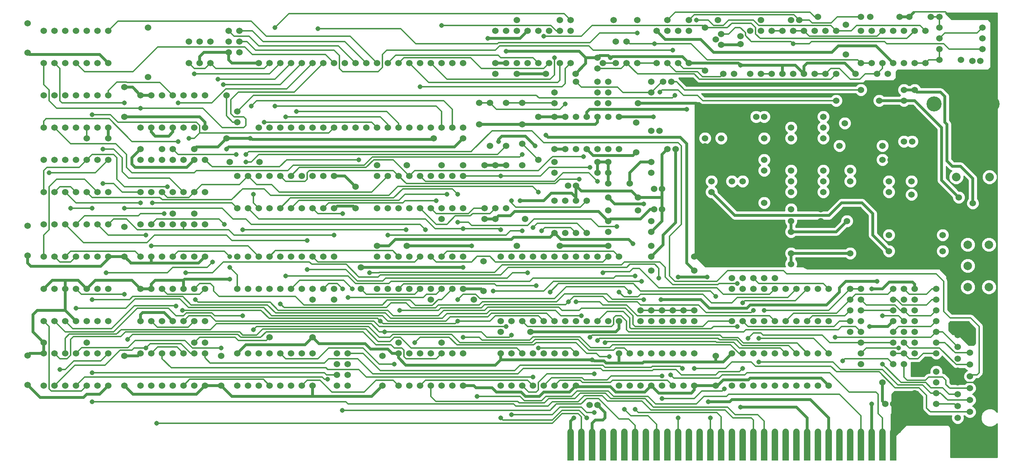
<source format=gbr>
G04 #@! TF.FileFunction,Copper,L2,Bot,Signal*
%FSLAX46Y46*%
G04 Gerber Fmt 4.6, Leading zero omitted, Abs format (unit mm)*
G04 Created by KiCad (PCBNEW 4.0.7) date 01/18/19 16:59:07*
%MOMM*%
%LPD*%
G01*
G04 APERTURE LIST*
%ADD10C,0.100000*%
%ADD11C,1.524000*%
%ADD12C,1.524000*%
%ADD13R,1.524000X6.858000*%
%ADD14C,4.445000*%
%ADD15C,3.810000*%
%ADD16C,2.000000*%
%ADD17C,3.556000*%
%ADD18C,2.032000*%
%ADD19C,1.143000*%
%ADD20C,0.635000*%
%ADD21C,0.304800*%
%ADD22C,0.254000*%
G04 APERTURE END LIST*
D10*
D11*
X233680000Y-122682000D02*
X233680000Y-123952000D01*
X231140000Y-122682000D02*
X231140000Y-123952000D01*
X226060000Y-122682000D02*
X226060000Y-123952000D01*
X228600000Y-122682000D02*
X228600000Y-123952000D01*
X223520000Y-122682000D02*
X223520000Y-123952000D01*
X218440000Y-122682000D02*
X218440000Y-123952000D01*
X213360000Y-122682000D02*
X213360000Y-123952000D01*
X220980000Y-122682000D02*
X220980000Y-123952000D01*
X215900000Y-122682000D02*
X215900000Y-123952000D01*
X210820000Y-122682000D02*
X210820000Y-123952000D01*
X198120000Y-122682000D02*
X198120000Y-123952000D01*
X190500000Y-122682000D02*
X190500000Y-123952000D01*
X195580000Y-122682000D02*
X195580000Y-123952000D01*
X193040000Y-122682000D02*
X193040000Y-123952000D01*
X187960000Y-122682000D02*
X187960000Y-123952000D01*
X185420000Y-122682000D02*
X185420000Y-123952000D01*
X205740000Y-122682000D02*
X205740000Y-123952000D01*
X200660000Y-122682000D02*
X200660000Y-123952000D01*
X203200000Y-122682000D02*
X203200000Y-123952000D01*
X208280000Y-122682000D02*
X208280000Y-123952000D01*
X172720000Y-122682000D02*
X172720000Y-123952000D01*
X165100000Y-122682000D02*
X165100000Y-123952000D01*
X170180000Y-122682000D02*
X170180000Y-123952000D01*
X167640000Y-122682000D02*
X167640000Y-123952000D01*
X162560000Y-122682000D02*
X162560000Y-123952000D01*
X160020000Y-122682000D02*
X160020000Y-123952000D01*
X180340000Y-122682000D02*
X180340000Y-123952000D01*
X175260000Y-122682000D02*
X175260000Y-123952000D01*
X177800000Y-122682000D02*
X177800000Y-123952000D01*
X182880000Y-122682000D02*
X182880000Y-123952000D01*
X157480000Y-122682000D02*
X157480000Y-123952000D01*
D12*
X177165000Y-70104000D03*
X179070000Y-70104000D03*
X203200000Y-48260000D03*
X201295000Y-48260000D03*
X189230000Y-53340000D03*
X189230000Y-55245000D03*
X203200000Y-58420000D03*
X203200000Y-60960000D03*
X190754000Y-63500000D03*
X190754000Y-66040000D03*
X198120000Y-63500000D03*
X198120000Y-56515000D03*
X195580000Y-63500000D03*
X195580000Y-56515000D03*
X203200000Y-68580000D03*
X200660000Y-68580000D03*
X209550000Y-70104000D03*
X216535000Y-70104000D03*
X237998000Y-66675000D03*
X237998000Y-73660000D03*
X237998000Y-63500000D03*
X237998000Y-56515000D03*
X232664000Y-63500000D03*
X232664000Y-66040000D03*
X223520000Y-60960000D03*
X223520000Y-63500000D03*
X231140000Y-58420000D03*
X233045000Y-58420000D03*
X236220000Y-54102000D03*
X238125000Y-54102000D03*
X222250000Y-49784000D03*
X224790000Y-49784000D03*
X209550000Y-83058000D03*
X216535000Y-83058000D03*
X223520000Y-80518000D03*
X223520000Y-83058000D03*
X222758000Y-72898000D03*
X222758000Y-70358000D03*
X209550000Y-72898000D03*
X216535000Y-72898000D03*
X243840000Y-88900000D03*
X238760000Y-88900000D03*
X243840000Y-91440000D03*
X238760000Y-91440000D03*
X243840000Y-93980000D03*
X238760000Y-93980000D03*
X243840000Y-96520000D03*
X238760000Y-96520000D03*
X243840000Y-99060000D03*
X238760000Y-99060000D03*
X243840000Y-101600000D03*
X238760000Y-101600000D03*
X243840000Y-104140000D03*
X238760000Y-104140000D03*
X243840000Y-108458000D03*
X238760000Y-108458000D03*
X243840000Y-113538000D03*
X238760000Y-113538000D03*
X243840000Y-116078000D03*
X238760000Y-116078000D03*
X254254000Y-35052000D03*
X252349000Y-35052000D03*
X244602000Y-34798000D03*
X249682000Y-34798000D03*
X237490000Y-24638000D03*
X242570000Y-24638000D03*
X228219000Y-24638000D03*
X235204000Y-24638000D03*
X232410000Y-38100000D03*
X239395000Y-38100000D03*
X229870000Y-38100000D03*
X224790000Y-38100000D03*
X238760000Y-41910000D03*
X238760000Y-46990000D03*
X236220000Y-49530000D03*
X236220000Y-44450000D03*
X211455000Y-25400000D03*
X209550000Y-25400000D03*
X197612000Y-29210000D03*
X197612000Y-31115000D03*
X193548000Y-38100000D03*
X196088000Y-38100000D03*
X180340000Y-25400000D03*
X185420000Y-25400000D03*
X179324000Y-40005000D03*
X181229000Y-40005000D03*
X176530000Y-51562000D03*
X178435000Y-51562000D03*
X180340000Y-55880000D03*
X182245000Y-55880000D03*
X177165000Y-65278000D03*
X179070000Y-65278000D03*
X166370000Y-70358000D03*
X173355000Y-70358000D03*
X166370000Y-67310000D03*
X173355000Y-67310000D03*
X171450000Y-64008000D03*
X166370000Y-64008000D03*
X166370000Y-45085000D03*
X173355000Y-45085000D03*
X170688000Y-30480000D03*
X170688000Y-35560000D03*
X168148000Y-30480000D03*
X168148000Y-35560000D03*
X151638000Y-38100000D03*
X158623000Y-38100000D03*
X163830000Y-40005000D03*
X158750000Y-40005000D03*
X156845000Y-64516000D03*
X158750000Y-64516000D03*
X139700000Y-72390000D03*
X146685000Y-72390000D03*
X146050000Y-54610000D03*
X146050000Y-59690000D03*
X146050000Y-44958000D03*
X146050000Y-50038000D03*
X139700000Y-38100000D03*
X144780000Y-38100000D03*
X135890000Y-44958000D03*
X135890000Y-50038000D03*
X69850000Y-30480000D03*
X69850000Y-35560000D03*
X72390000Y-35560000D03*
X72390000Y-30480000D03*
X127000000Y-59690000D03*
X132080000Y-59690000D03*
X96520000Y-91440000D03*
X101600000Y-91440000D03*
X63500000Y-55880000D03*
X68580000Y-55880000D03*
X60960000Y-55880000D03*
X55880000Y-55880000D03*
X63500000Y-71120000D03*
X68580000Y-71120000D03*
X43180000Y-53340000D03*
X48260000Y-53340000D03*
X29210000Y-26162000D03*
X29210000Y-33147000D03*
X29210000Y-74041000D03*
X29210000Y-81026000D03*
X29210000Y-104648000D03*
X29210000Y-111633000D03*
X52070000Y-104775000D03*
X52070000Y-111760000D03*
X52070000Y-74295000D03*
X52070000Y-81280000D03*
X52070000Y-41275000D03*
X52070000Y-48260000D03*
X76962000Y-58928000D03*
X83947000Y-58928000D03*
X74930000Y-104775000D03*
X74930000Y-111760000D03*
X113030000Y-104775000D03*
X113030000Y-111760000D03*
X107950000Y-88900000D03*
X107950000Y-83820000D03*
X106680000Y-64770000D03*
X106680000Y-69850000D03*
X132080000Y-53340000D03*
X125095000Y-53340000D03*
X111760000Y-59690000D03*
X118745000Y-59690000D03*
X111760000Y-78740000D03*
X118745000Y-78740000D03*
X136906000Y-82423000D03*
X136906000Y-89408000D03*
X140970000Y-99060000D03*
X147955000Y-99060000D03*
X191770000Y-104775000D03*
X191770000Y-111760000D03*
X172974000Y-56642000D03*
X172974000Y-49657000D03*
X231775000Y-116078000D03*
X233680000Y-116078000D03*
X163830000Y-116332000D03*
X161925000Y-116332000D03*
X222504000Y-33528000D03*
X222504000Y-26543000D03*
X207518000Y-27940000D03*
X207518000Y-38100000D03*
X199898000Y-27940000D03*
X199898000Y-38100000D03*
X78740000Y-49530000D03*
X78740000Y-46990000D03*
X173990000Y-96520000D03*
X173990000Y-93980000D03*
X176530000Y-96520000D03*
X176530000Y-93980000D03*
X179070000Y-96520000D03*
X179070000Y-93980000D03*
X181610000Y-96520000D03*
X186690000Y-96520000D03*
X186690000Y-93980000D03*
X181610000Y-93980000D03*
X184150000Y-96520000D03*
X184150000Y-93980000D03*
X104775000Y-111760000D03*
X102235000Y-111760000D03*
X104775000Y-109220000D03*
X102235000Y-109220000D03*
X104775000Y-106680000D03*
X102235000Y-106680000D03*
X104775000Y-104140000D03*
X102235000Y-104140000D03*
D13*
X233680000Y-126111000D03*
X231140000Y-126111000D03*
X228600000Y-126111000D03*
X226060000Y-126111000D03*
X223520000Y-126111000D03*
X220980000Y-126111000D03*
X218440000Y-126111000D03*
X215900000Y-126111000D03*
X213360000Y-126111000D03*
X210820000Y-126111000D03*
X208280000Y-126111000D03*
X205740000Y-126111000D03*
X203200000Y-126111000D03*
X200660000Y-126111000D03*
X198120000Y-126111000D03*
X195580000Y-126111000D03*
X193040000Y-126111000D03*
X190500000Y-126111000D03*
X187960000Y-126111000D03*
X185420000Y-126111000D03*
X182880000Y-126111000D03*
X180340000Y-126111000D03*
X177800000Y-126111000D03*
X175260000Y-126111000D03*
X172720000Y-126111000D03*
X170180000Y-126111000D03*
X167640000Y-126111000D03*
X165100000Y-126111000D03*
X162560000Y-126111000D03*
X160020000Y-126111000D03*
X157480000Y-126111000D03*
D12*
X71120000Y-101600000D03*
X68580000Y-101600000D03*
X232664000Y-76200000D03*
X245364000Y-76200000D03*
X232664000Y-80010000D03*
X245364000Y-80010000D03*
X231140000Y-110998000D03*
X243840000Y-110998000D03*
X209550000Y-80518000D03*
X209550000Y-77978000D03*
X209550000Y-75438000D03*
D14*
X191770000Y-77978000D03*
D12*
X203200000Y-53340000D03*
X193040000Y-53340000D03*
X220980000Y-55118000D03*
X231140000Y-55118000D03*
X230378000Y-44450000D03*
X220218000Y-44450000D03*
X236220000Y-41910000D03*
X226060000Y-41910000D03*
X244602000Y-24638000D03*
X254762000Y-24638000D03*
X254762000Y-27178000D03*
X244602000Y-27178000D03*
X254762000Y-29718000D03*
X244602000Y-29718000D03*
X254762000Y-32258000D03*
X244602000Y-32258000D03*
X215900000Y-24638000D03*
X226060000Y-24638000D03*
X220218000Y-38100000D03*
X220218000Y-27940000D03*
X217678000Y-38100000D03*
X217678000Y-27940000D03*
X215138000Y-38100000D03*
X215138000Y-27940000D03*
X212598000Y-27940000D03*
X212598000Y-38100000D03*
X210058000Y-38100000D03*
X210058000Y-27940000D03*
X204978000Y-27940000D03*
X204978000Y-38100000D03*
X202438000Y-27940000D03*
X202438000Y-38100000D03*
X192278000Y-25400000D03*
X202438000Y-25400000D03*
X189230000Y-27178000D03*
X189230000Y-37338000D03*
X176530000Y-84582000D03*
X186690000Y-84582000D03*
X176530000Y-78740000D03*
X166370000Y-78740000D03*
X176530000Y-72898000D03*
X166370000Y-72898000D03*
X166370000Y-61468000D03*
X176530000Y-61468000D03*
X176530000Y-58928000D03*
X166370000Y-58928000D03*
X176530000Y-42545000D03*
X166370000Y-42545000D03*
X166370000Y-40005000D03*
X176530000Y-40005000D03*
X173228000Y-25400000D03*
X173228000Y-35560000D03*
X157480000Y-25400000D03*
X167640000Y-25400000D03*
X163830000Y-42545000D03*
X153670000Y-42545000D03*
X163830000Y-45085000D03*
X153670000Y-45085000D03*
X163830000Y-58928000D03*
X153670000Y-58928000D03*
X163830000Y-61468000D03*
X153670000Y-61468000D03*
X142240000Y-69850000D03*
X142240000Y-59690000D03*
X139700000Y-69850000D03*
X139700000Y-59690000D03*
X137160000Y-59690000D03*
X137160000Y-69850000D03*
X149860000Y-58420000D03*
X149860000Y-48260000D03*
X142240000Y-44958000D03*
X142240000Y-55118000D03*
X138430000Y-44958000D03*
X138430000Y-55118000D03*
X144780000Y-25400000D03*
X154940000Y-25400000D03*
X137160000Y-72390000D03*
X127000000Y-72390000D03*
X134620000Y-91440000D03*
X124460000Y-91440000D03*
X116840000Y-101600000D03*
X127000000Y-101600000D03*
X96520000Y-100330000D03*
X86360000Y-100330000D03*
X76200000Y-43180000D03*
X76200000Y-53340000D03*
X33020000Y-101600000D03*
X43180000Y-101600000D03*
X236220000Y-106680000D03*
X236220000Y-104140000D03*
X236220000Y-101600000D03*
X236220000Y-99060000D03*
X236220000Y-96520000D03*
X236220000Y-93980000D03*
X236220000Y-91440000D03*
X236220000Y-88900000D03*
X223520000Y-99060000D03*
X223520000Y-96520000D03*
X223520000Y-93980000D03*
X223520000Y-91440000D03*
X223520000Y-88900000D03*
X195580000Y-86360000D03*
X198120000Y-86360000D03*
X200660000Y-86360000D03*
X203200000Y-86360000D03*
X205740000Y-86360000D03*
X79248000Y-33020000D03*
X79248000Y-30480000D03*
X79248000Y-27940000D03*
X163830000Y-34290000D03*
X165100000Y-35560000D03*
X163830000Y-36830000D03*
X193040000Y-31242000D03*
X191770000Y-29972000D03*
X193040000Y-28702000D03*
X76708000Y-33020000D03*
X76708000Y-30480000D03*
X76708000Y-27940000D03*
X233680000Y-106680000D03*
X233680000Y-104140000D03*
X233680000Y-101600000D03*
X233680000Y-99060000D03*
X233680000Y-96520000D03*
X233680000Y-93980000D03*
X233680000Y-91440000D03*
X226060000Y-91440000D03*
X226060000Y-93980000D03*
X226060000Y-96520000D03*
X226060000Y-99060000D03*
X226060000Y-101600000D03*
X226060000Y-104140000D03*
X226060000Y-106680000D03*
X233680000Y-88900000D03*
X226060000Y-88900000D03*
X195580000Y-111760000D03*
X198120000Y-111760000D03*
X200660000Y-111760000D03*
X203200000Y-111760000D03*
X205740000Y-111760000D03*
X208280000Y-111760000D03*
X210820000Y-111760000D03*
X200660000Y-104140000D03*
X218440000Y-104140000D03*
X215900000Y-104140000D03*
X213360000Y-104140000D03*
X210820000Y-104140000D03*
X208280000Y-104140000D03*
X205740000Y-104140000D03*
X213360000Y-111760000D03*
X203200000Y-104140000D03*
X215900000Y-111760000D03*
X218440000Y-111760000D03*
X198120000Y-104140000D03*
X195580000Y-104140000D03*
X195580000Y-96520000D03*
X198120000Y-96520000D03*
X200660000Y-96520000D03*
X203200000Y-96520000D03*
X205740000Y-96520000D03*
X208280000Y-96520000D03*
X210820000Y-96520000D03*
X200660000Y-88900000D03*
X218440000Y-88900000D03*
X215900000Y-88900000D03*
X213360000Y-88900000D03*
X210820000Y-88900000D03*
X208280000Y-88900000D03*
X205740000Y-88900000D03*
X213360000Y-96520000D03*
X203200000Y-88900000D03*
X215900000Y-96520000D03*
X218440000Y-96520000D03*
X198120000Y-88900000D03*
X195580000Y-88900000D03*
X217170000Y-66040000D03*
X217170000Y-63500000D03*
X217170000Y-60960000D03*
X217170000Y-58420000D03*
X217170000Y-55880000D03*
X217170000Y-53340000D03*
X217170000Y-50800000D03*
X209550000Y-50800000D03*
X209550000Y-53340000D03*
X209550000Y-55880000D03*
X209550000Y-58420000D03*
X209550000Y-60960000D03*
X209550000Y-63500000D03*
X209550000Y-66040000D03*
X217170000Y-48260000D03*
X209550000Y-48260000D03*
X226060000Y-35560000D03*
X228600000Y-35560000D03*
X231140000Y-35560000D03*
X233680000Y-35560000D03*
X236220000Y-35560000D03*
X238760000Y-35560000D03*
X241300000Y-35560000D03*
X241300000Y-27940000D03*
X238760000Y-27940000D03*
X236220000Y-27940000D03*
X233680000Y-27940000D03*
X231140000Y-27940000D03*
X228600000Y-27940000D03*
X226060000Y-27940000D03*
X177800000Y-35560000D03*
X180340000Y-35560000D03*
X182880000Y-35560000D03*
X185420000Y-35560000D03*
X185420000Y-27940000D03*
X182880000Y-27940000D03*
X180340000Y-27940000D03*
X177800000Y-27940000D03*
X168910000Y-111760000D03*
X171450000Y-111760000D03*
X173990000Y-111760000D03*
X176530000Y-111760000D03*
X179070000Y-111760000D03*
X181610000Y-111760000D03*
X184150000Y-111760000D03*
X184150000Y-104140000D03*
X181610000Y-104140000D03*
X179070000Y-104140000D03*
X176530000Y-104140000D03*
X173990000Y-104140000D03*
X171450000Y-104140000D03*
X168910000Y-104140000D03*
X186690000Y-111760000D03*
X186690000Y-104140000D03*
X140970000Y-111760000D03*
X143510000Y-111760000D03*
X146050000Y-111760000D03*
X148590000Y-111760000D03*
X151130000Y-111760000D03*
X153670000Y-111760000D03*
X156210000Y-111760000D03*
X156210000Y-104140000D03*
X153670000Y-104140000D03*
X151130000Y-104140000D03*
X148590000Y-104140000D03*
X146050000Y-104140000D03*
X143510000Y-104140000D03*
X140970000Y-104140000D03*
X158750000Y-111760000D03*
X158750000Y-104140000D03*
X153670000Y-75692000D03*
X156210000Y-75692000D03*
X158750000Y-75692000D03*
X161290000Y-75692000D03*
X161290000Y-68072000D03*
X158750000Y-68072000D03*
X156210000Y-68072000D03*
X153670000Y-68072000D03*
X153670000Y-55880000D03*
X156210000Y-55880000D03*
X158750000Y-55880000D03*
X161290000Y-55880000D03*
X163830000Y-55880000D03*
X166370000Y-55880000D03*
X168910000Y-55880000D03*
X168910000Y-48260000D03*
X166370000Y-48260000D03*
X163830000Y-48260000D03*
X161290000Y-48260000D03*
X158750000Y-48260000D03*
X156210000Y-48260000D03*
X153670000Y-48260000D03*
X139700000Y-35560000D03*
X142240000Y-35560000D03*
X144780000Y-35560000D03*
X147320000Y-35560000D03*
X149860000Y-35560000D03*
X152400000Y-35560000D03*
X154940000Y-35560000D03*
X154940000Y-27940000D03*
X152400000Y-27940000D03*
X149860000Y-27940000D03*
X147320000Y-27940000D03*
X144780000Y-27940000D03*
X142240000Y-27940000D03*
X139700000Y-27940000D03*
X157480000Y-35560000D03*
X157480000Y-27940000D03*
X132080000Y-35560000D03*
X129540000Y-35560000D03*
X127000000Y-35560000D03*
X124460000Y-35560000D03*
X121920000Y-35560000D03*
X119380000Y-35560000D03*
X116840000Y-35560000D03*
X88900000Y-35560000D03*
X106680000Y-35560000D03*
X104140000Y-35560000D03*
X101600000Y-35560000D03*
X99060000Y-35560000D03*
X96520000Y-35560000D03*
X93980000Y-35560000D03*
X114300000Y-35560000D03*
X91440000Y-35560000D03*
X111760000Y-35560000D03*
X109220000Y-35560000D03*
X86360000Y-35560000D03*
X83820000Y-35560000D03*
X83820000Y-50800000D03*
X86360000Y-50800000D03*
X88900000Y-50800000D03*
X91440000Y-50800000D03*
X93980000Y-50800000D03*
X96520000Y-50800000D03*
X99060000Y-50800000D03*
X101600000Y-50800000D03*
X104140000Y-50800000D03*
X106680000Y-50800000D03*
X109220000Y-50800000D03*
X111760000Y-50800000D03*
X114300000Y-50800000D03*
X116840000Y-50800000D03*
X119380000Y-50800000D03*
X121920000Y-50800000D03*
X124460000Y-50800000D03*
X127000000Y-50800000D03*
X129540000Y-50800000D03*
X132080000Y-50800000D03*
X111760000Y-69850000D03*
X114300000Y-69850000D03*
X116840000Y-69850000D03*
X119380000Y-69850000D03*
X121920000Y-69850000D03*
X124460000Y-69850000D03*
X127000000Y-69850000D03*
X111760000Y-62230000D03*
X129540000Y-62230000D03*
X127000000Y-62230000D03*
X124460000Y-62230000D03*
X121920000Y-62230000D03*
X119380000Y-62230000D03*
X116840000Y-62230000D03*
X129540000Y-69850000D03*
X114300000Y-62230000D03*
X132080000Y-69850000D03*
X132080000Y-62230000D03*
X111760000Y-88900000D03*
X114300000Y-88900000D03*
X116840000Y-88900000D03*
X119380000Y-88900000D03*
X121920000Y-88900000D03*
X124460000Y-88900000D03*
X127000000Y-88900000D03*
X111760000Y-81280000D03*
X129540000Y-81280000D03*
X127000000Y-81280000D03*
X124460000Y-81280000D03*
X121920000Y-81280000D03*
X119380000Y-81280000D03*
X116840000Y-81280000D03*
X129540000Y-88900000D03*
X114300000Y-81280000D03*
X132080000Y-88900000D03*
X132080000Y-81280000D03*
X116840000Y-111760000D03*
X119380000Y-111760000D03*
X121920000Y-111760000D03*
X124460000Y-111760000D03*
X127000000Y-111760000D03*
X129540000Y-111760000D03*
X132080000Y-111760000D03*
X132080000Y-104140000D03*
X129540000Y-104140000D03*
X127000000Y-104140000D03*
X124460000Y-104140000D03*
X121920000Y-104140000D03*
X119380000Y-104140000D03*
X116840000Y-104140000D03*
X78740000Y-111760000D03*
X81280000Y-111760000D03*
X83820000Y-111760000D03*
X86360000Y-111760000D03*
X88900000Y-111760000D03*
X91440000Y-111760000D03*
X93980000Y-111760000D03*
X93980000Y-104140000D03*
X91440000Y-104140000D03*
X88900000Y-104140000D03*
X86360000Y-104140000D03*
X83820000Y-104140000D03*
X81280000Y-104140000D03*
X78740000Y-104140000D03*
X96520000Y-111760000D03*
X96520000Y-104140000D03*
X78740000Y-88900000D03*
X81280000Y-88900000D03*
X83820000Y-88900000D03*
X86360000Y-88900000D03*
X88900000Y-88900000D03*
X91440000Y-88900000D03*
X93980000Y-88900000D03*
X83820000Y-81280000D03*
X101600000Y-81280000D03*
X99060000Y-81280000D03*
X96520000Y-81280000D03*
X93980000Y-81280000D03*
X91440000Y-81280000D03*
X88900000Y-81280000D03*
X96520000Y-88900000D03*
X86360000Y-81280000D03*
X99060000Y-88900000D03*
X101600000Y-88900000D03*
X81280000Y-81280000D03*
X78740000Y-81280000D03*
X78740000Y-69850000D03*
X81280000Y-69850000D03*
X83820000Y-69850000D03*
X86360000Y-69850000D03*
X88900000Y-69850000D03*
X91440000Y-69850000D03*
X93980000Y-69850000D03*
X83820000Y-62230000D03*
X101600000Y-62230000D03*
X99060000Y-62230000D03*
X96520000Y-62230000D03*
X93980000Y-62230000D03*
X91440000Y-62230000D03*
X88900000Y-62230000D03*
X96520000Y-69850000D03*
X86360000Y-62230000D03*
X99060000Y-69850000D03*
X101600000Y-69850000D03*
X81280000Y-62230000D03*
X78740000Y-62230000D03*
X55880000Y-50800000D03*
X58420000Y-50800000D03*
X60960000Y-50800000D03*
X63500000Y-50800000D03*
X66040000Y-50800000D03*
X68580000Y-50800000D03*
X71120000Y-50800000D03*
X71120000Y-43180000D03*
X68580000Y-43180000D03*
X66040000Y-43180000D03*
X63500000Y-43180000D03*
X60960000Y-43180000D03*
X58420000Y-43180000D03*
X55880000Y-43180000D03*
X55880000Y-66040000D03*
X58420000Y-66040000D03*
X60960000Y-66040000D03*
X63500000Y-66040000D03*
X66040000Y-66040000D03*
X68580000Y-66040000D03*
X71120000Y-66040000D03*
X71120000Y-58420000D03*
X68580000Y-58420000D03*
X66040000Y-58420000D03*
X63500000Y-58420000D03*
X60960000Y-58420000D03*
X58420000Y-58420000D03*
X55880000Y-58420000D03*
X55880000Y-81280000D03*
X58420000Y-81280000D03*
X60960000Y-81280000D03*
X63500000Y-81280000D03*
X66040000Y-81280000D03*
X68580000Y-81280000D03*
X71120000Y-81280000D03*
X71120000Y-73660000D03*
X68580000Y-73660000D03*
X66040000Y-73660000D03*
X63500000Y-73660000D03*
X60960000Y-73660000D03*
X58420000Y-73660000D03*
X55880000Y-73660000D03*
X55880000Y-96520000D03*
X58420000Y-96520000D03*
X60960000Y-96520000D03*
X63500000Y-96520000D03*
X66040000Y-96520000D03*
X68580000Y-96520000D03*
X71120000Y-96520000D03*
X71120000Y-88900000D03*
X68580000Y-88900000D03*
X66040000Y-88900000D03*
X63500000Y-88900000D03*
X60960000Y-88900000D03*
X58420000Y-88900000D03*
X55880000Y-88900000D03*
X55880000Y-111760000D03*
X58420000Y-111760000D03*
X60960000Y-111760000D03*
X63500000Y-111760000D03*
X66040000Y-111760000D03*
X68580000Y-111760000D03*
X71120000Y-111760000D03*
X71120000Y-104140000D03*
X68580000Y-104140000D03*
X66040000Y-104140000D03*
X63500000Y-104140000D03*
X60960000Y-104140000D03*
X58420000Y-104140000D03*
X55880000Y-104140000D03*
X33020000Y-111760000D03*
X35560000Y-111760000D03*
X38100000Y-111760000D03*
X40640000Y-111760000D03*
X43180000Y-111760000D03*
X45720000Y-111760000D03*
X48260000Y-111760000D03*
X48260000Y-104140000D03*
X45720000Y-104140000D03*
X43180000Y-104140000D03*
X40640000Y-104140000D03*
X38100000Y-104140000D03*
X35560000Y-104140000D03*
X33020000Y-104140000D03*
X33020000Y-96520000D03*
X35560000Y-96520000D03*
X38100000Y-96520000D03*
X40640000Y-96520000D03*
X43180000Y-96520000D03*
X45720000Y-96520000D03*
X48260000Y-96520000D03*
X48260000Y-88900000D03*
X45720000Y-88900000D03*
X43180000Y-88900000D03*
X40640000Y-88900000D03*
X38100000Y-88900000D03*
X35560000Y-88900000D03*
X33020000Y-88900000D03*
X33020000Y-81280000D03*
X35560000Y-81280000D03*
X38100000Y-81280000D03*
X40640000Y-81280000D03*
X43180000Y-81280000D03*
X45720000Y-81280000D03*
X48260000Y-81280000D03*
X48260000Y-73660000D03*
X45720000Y-73660000D03*
X43180000Y-73660000D03*
X40640000Y-73660000D03*
X38100000Y-73660000D03*
X35560000Y-73660000D03*
X33020000Y-73660000D03*
X33020000Y-66040000D03*
X35560000Y-66040000D03*
X38100000Y-66040000D03*
X40640000Y-66040000D03*
X43180000Y-66040000D03*
X45720000Y-66040000D03*
X48260000Y-66040000D03*
X48260000Y-58420000D03*
X45720000Y-58420000D03*
X43180000Y-58420000D03*
X40640000Y-58420000D03*
X38100000Y-58420000D03*
X35560000Y-58420000D03*
X33020000Y-58420000D03*
X33020000Y-50800000D03*
X35560000Y-50800000D03*
X38100000Y-50800000D03*
X40640000Y-50800000D03*
X43180000Y-50800000D03*
X45720000Y-50800000D03*
X48260000Y-50800000D03*
X48260000Y-43180000D03*
X45720000Y-43180000D03*
X43180000Y-43180000D03*
X40640000Y-43180000D03*
X38100000Y-43180000D03*
X35560000Y-43180000D03*
X33020000Y-43180000D03*
X33020000Y-35560000D03*
X35560000Y-35560000D03*
X38100000Y-35560000D03*
X40640000Y-35560000D03*
X43180000Y-35560000D03*
X45720000Y-35560000D03*
X48260000Y-35560000D03*
X48260000Y-27940000D03*
X45720000Y-27940000D03*
X43180000Y-27940000D03*
X40640000Y-27940000D03*
X38100000Y-27940000D03*
X35560000Y-27940000D03*
X33020000Y-27940000D03*
X57658000Y-38862000D03*
X67310000Y-35560000D03*
X67310000Y-30480000D03*
X57658000Y-27178000D03*
X166370000Y-75438000D03*
X176530000Y-75438000D03*
X186690000Y-81280000D03*
X176530000Y-81280000D03*
X154940000Y-78740000D03*
X144780000Y-78740000D03*
X140970000Y-96520000D03*
X143510000Y-96520000D03*
X146050000Y-96520000D03*
X148590000Y-96520000D03*
X151130000Y-96520000D03*
X153670000Y-96520000D03*
X156210000Y-96520000D03*
X156210000Y-81280000D03*
X166370000Y-96520000D03*
X168910000Y-96520000D03*
X168910000Y-81280000D03*
X166370000Y-81280000D03*
X163830000Y-81280000D03*
X161290000Y-81280000D03*
X158750000Y-96520000D03*
X158750000Y-81280000D03*
X161290000Y-96520000D03*
X163830000Y-96520000D03*
X153670000Y-81280000D03*
X151130000Y-81280000D03*
X148590000Y-81280000D03*
X146050000Y-81280000D03*
X143510000Y-81280000D03*
X140970000Y-81280000D03*
D15*
X254000000Y-55372000D03*
D16*
X256286000Y-83486000D03*
X251286000Y-78486000D03*
X251286000Y-88486000D03*
X256286000Y-88486000D03*
X256286000Y-78486000D03*
X251286000Y-83486000D03*
D17*
X257048000Y-45212000D03*
X245846600Y-40005000D03*
X243357400Y-45212000D03*
D12*
X248920000Y-116586000D03*
X248920000Y-119380000D03*
X248920000Y-113792000D03*
X248920000Y-110998000D03*
X248920000Y-108204000D03*
X248920000Y-105410000D03*
X248920000Y-102616000D03*
X248920000Y-99822000D03*
X251790200Y-117983000D03*
X251790200Y-115189000D03*
X251790200Y-112395000D03*
X251790200Y-109601000D03*
X251790200Y-106807000D03*
X251790200Y-104013000D03*
X251790200Y-101219000D03*
D17*
X250355100Y-126441200D03*
X250355100Y-93167200D03*
D12*
X249174000Y-67310000D03*
X255778000Y-67310000D03*
X252476000Y-68707000D03*
D18*
X248539000Y-62484000D03*
X256413000Y-62484000D03*
D19*
X158242000Y-119380000D03*
X81788000Y-53340000D03*
X234950000Y-102870000D03*
X219964000Y-100330000D03*
X201930000Y-106172000D03*
X198120000Y-92202000D03*
X210058000Y-30988000D03*
X177038000Y-48260000D03*
X178562000Y-42418000D03*
X177292000Y-30988000D03*
X156210000Y-45212000D03*
X68580000Y-38100000D03*
X118618000Y-74930000D03*
X80010000Y-74930000D03*
X80772000Y-58928000D03*
X101600000Y-76200000D03*
X78486000Y-57150000D03*
X64770000Y-44958000D03*
X62230000Y-64770000D03*
X162560000Y-105664000D03*
X76200000Y-55880000D03*
X76962000Y-86614000D03*
X76962000Y-81280000D03*
X75438000Y-40640000D03*
X190500000Y-119380000D03*
X182118000Y-43180000D03*
X172720000Y-85852000D03*
X90170000Y-85852000D03*
X135382000Y-114300000D03*
X103505000Y-117602000D03*
X120650000Y-101600000D03*
X166624000Y-104902000D03*
X170180000Y-117348000D03*
X183896000Y-107696000D03*
X182880000Y-119380000D03*
X181102000Y-109220000D03*
X178308000Y-86360000D03*
X66548000Y-85090000D03*
X64770000Y-54102000D03*
X44450000Y-115570000D03*
X130810000Y-91440000D03*
X171450000Y-89662000D03*
X172720000Y-117348000D03*
X123190000Y-74930000D03*
X52070000Y-69850000D03*
X52070000Y-44958000D03*
X59690000Y-120650000D03*
X196850000Y-87630000D03*
X109982000Y-85090000D03*
X107442000Y-58420000D03*
X179070000Y-109474000D03*
X179070000Y-114808000D03*
X193802000Y-112522000D03*
X139192000Y-89408000D03*
X174244000Y-87122000D03*
X174752000Y-91440000D03*
X88900000Y-92456000D03*
X163068000Y-108966000D03*
X143510000Y-118618000D03*
X163068000Y-118110000D03*
X140970000Y-119380000D03*
X161290000Y-119380000D03*
X149352000Y-88138000D03*
X57150000Y-102870000D03*
X231140000Y-106680000D03*
X231140000Y-95250000D03*
X80772000Y-57150000D03*
X186690000Y-107696000D03*
X181610000Y-32512000D03*
X187198000Y-25400000D03*
X151130000Y-29210000D03*
X173228000Y-28448000D03*
X97790000Y-27432000D03*
X87630000Y-27178000D03*
X104902000Y-90932000D03*
X100076000Y-110236000D03*
X221742000Y-105918000D03*
X203200000Y-93980000D03*
X199390000Y-100584000D03*
X198120000Y-107696000D03*
X146050000Y-57150000D03*
X191770000Y-90678000D03*
X152654000Y-89662000D03*
X40640000Y-93472000D03*
X36830000Y-107950000D03*
X162052000Y-60198000D03*
X140970000Y-62230000D03*
X140970000Y-74930000D03*
X132080000Y-74676000D03*
X196850000Y-97790000D03*
X80010000Y-95250000D03*
X201930000Y-100584000D03*
X200660000Y-93980000D03*
X156972000Y-91948000D03*
X117094000Y-93980000D03*
X58420000Y-78740000D03*
X159512000Y-62992000D03*
X158750000Y-91948000D03*
X162052000Y-100330000D03*
X160528000Y-57658000D03*
X163830000Y-101092000D03*
X163830000Y-63500000D03*
X165608000Y-101600000D03*
X125730000Y-68072000D03*
X128270000Y-66548000D03*
X168910000Y-89662000D03*
X130810000Y-73152000D03*
X168402000Y-74168000D03*
X165100000Y-85090000D03*
X130810000Y-66548000D03*
X132080000Y-100330000D03*
X68834000Y-91440000D03*
X82550000Y-98552000D03*
X160020000Y-95250000D03*
X44450000Y-91440000D03*
X149860000Y-66040000D03*
X148590000Y-109728000D03*
X146050000Y-75184000D03*
X114300000Y-76200000D03*
X143510000Y-99822000D03*
X113538000Y-99060000D03*
X149860000Y-102870000D03*
X147320000Y-85090000D03*
X95250000Y-84328000D03*
X95250000Y-77470000D03*
X130810000Y-96520000D03*
X112522000Y-96520000D03*
X65786000Y-93980000D03*
X57150000Y-76200000D03*
X150622000Y-75184000D03*
X148590000Y-74422000D03*
X143510000Y-68072000D03*
X127000000Y-26670000D03*
X121920000Y-41148000D03*
X153670000Y-34290000D03*
X52070000Y-90170000D03*
X55880000Y-46228000D03*
X76962000Y-83820000D03*
X75692000Y-73660000D03*
X74168000Y-39370000D03*
X44450000Y-47752000D03*
X67310000Y-53340000D03*
X85090000Y-49530000D03*
X90170000Y-48260000D03*
X92710000Y-46990000D03*
X103632000Y-71120000D03*
X103632000Y-88900000D03*
X105918000Y-88900000D03*
X87630000Y-45720000D03*
X82550000Y-66548000D03*
X82042000Y-45720000D03*
X115824000Y-106680000D03*
X52832000Y-100838000D03*
X58674000Y-68580000D03*
X55880000Y-68580000D03*
X72898000Y-82550000D03*
X47752000Y-85090000D03*
X74930000Y-102870000D03*
X46990000Y-64008000D03*
X61468000Y-71120000D03*
X46990000Y-55880000D03*
X142240000Y-97790000D03*
X64262000Y-92964000D03*
X44450000Y-69850000D03*
X39370000Y-69850000D03*
X34290000Y-61468000D03*
X44450000Y-108712000D03*
X178816000Y-91440000D03*
X229870000Y-87122000D03*
X149098000Y-55118000D03*
X140462000Y-54102000D03*
X228092000Y-97790000D03*
X228600000Y-116078000D03*
X172212000Y-78232000D03*
X137922000Y-29718000D03*
X145542000Y-68072000D03*
X228600000Y-88900000D03*
X134112000Y-78740000D03*
X132080000Y-83820000D03*
X197612000Y-36068000D03*
X166878000Y-34290000D03*
X142240000Y-32766000D03*
X189738000Y-86106000D03*
X182880000Y-86106000D03*
X197612000Y-116840000D03*
X174752000Y-68834000D03*
X151638000Y-52578000D03*
X189992000Y-115570000D03*
X184912000Y-46482000D03*
D20*
X193548000Y-110426499D02*
X199453501Y-110426499D01*
X191770000Y-111760000D02*
X192214499Y-111760000D01*
X192214499Y-111760000D02*
X193548000Y-110426499D01*
X76200000Y-53340000D02*
X74168000Y-55372000D01*
X74168000Y-55372000D02*
X69088000Y-55372000D01*
X69088000Y-55372000D02*
X68580000Y-55880000D01*
X48260000Y-111760000D02*
X46228000Y-113792000D01*
X46228000Y-113792000D02*
X43180000Y-113792000D01*
X43180000Y-113792000D02*
X42418000Y-114554000D01*
X42418000Y-114554000D02*
X32131000Y-114554000D01*
X31877000Y-114300000D02*
X29210000Y-111633000D01*
X32131000Y-114554000D02*
X31877000Y-114300000D01*
X69596000Y-82804000D02*
X58420000Y-82804000D01*
X58420000Y-82804000D02*
X53594000Y-82804000D01*
X58420000Y-81280000D02*
X58420000Y-82804000D01*
X71120000Y-81280000D02*
X69596000Y-82804000D01*
X53594000Y-82804000D02*
X53403501Y-82613501D01*
X48260000Y-81280000D02*
X48260000Y-81788000D01*
X48260000Y-81788000D02*
X46482000Y-83566000D01*
X29210000Y-82550000D02*
X29210000Y-81026000D01*
X46482000Y-83566000D02*
X29972000Y-83566000D01*
X29972000Y-83566000D02*
X29210000Y-82804000D01*
X29210000Y-82804000D02*
X29210000Y-82550000D01*
X168148000Y-99060000D02*
X168910000Y-98298000D01*
X168910000Y-98298000D02*
X168910000Y-96520000D01*
X147955000Y-99060000D02*
X168148000Y-99060000D01*
X199453501Y-110426499D02*
X199898000Y-109982000D01*
X199898000Y-109982000D02*
X216662000Y-109982000D01*
X216662000Y-109982000D02*
X218440000Y-111760000D01*
X158750000Y-111760000D02*
X157226000Y-113284000D01*
X157226000Y-113284000D02*
X151130000Y-113284000D01*
X151130000Y-113284000D02*
X150114000Y-114300000D01*
X135128000Y-112268000D02*
X134620000Y-111760000D01*
X150114000Y-114300000D02*
X146812000Y-114300000D01*
X146812000Y-114300000D02*
X145796000Y-113284000D01*
X138938000Y-112268000D02*
X135128000Y-112268000D01*
X134620000Y-111760000D02*
X132080000Y-111760000D01*
X145796000Y-113284000D02*
X139954000Y-113284000D01*
X139954000Y-113284000D02*
X138938000Y-112268000D01*
X96520000Y-114300000D02*
X110490000Y-114300000D01*
X110490000Y-114300000D02*
X113030000Y-111760000D01*
X96520000Y-114300000D02*
X96520000Y-111760000D01*
X77470000Y-114300000D02*
X96520000Y-114300000D01*
X74930000Y-111760000D02*
X77470000Y-114300000D01*
X157480000Y-120142000D02*
X158242000Y-119380000D01*
X157480000Y-122047000D02*
X157480000Y-120142000D01*
X157480000Y-126111000D02*
X157480000Y-122047000D01*
X176530000Y-111760000D02*
X175006000Y-113284000D01*
X175006000Y-113284000D02*
X168148000Y-113284000D01*
X168148000Y-113284000D02*
X166878000Y-112014000D01*
X166878000Y-112014000D02*
X159004000Y-112014000D01*
X159004000Y-112014000D02*
X158750000Y-111760000D01*
X185989630Y-113538000D02*
X178308000Y-113538000D01*
X178308000Y-113538000D02*
X176530000Y-111760000D01*
X186690000Y-111760000D02*
X186690000Y-112837630D01*
X186690000Y-112837630D02*
X185989630Y-113538000D01*
X191770000Y-111760000D02*
X186690000Y-111760000D01*
X106680000Y-69850000D02*
X106172000Y-69342000D01*
X106172000Y-69342000D02*
X102362000Y-69342000D01*
X102362000Y-69342000D02*
X101854000Y-69850000D01*
X101854000Y-69850000D02*
X101600000Y-69850000D01*
X81788000Y-53340000D02*
X82042000Y-53340000D01*
X82042000Y-53340000D02*
X82296000Y-53594000D01*
X82296000Y-53594000D02*
X124841000Y-53594000D01*
X124841000Y-53594000D02*
X125095000Y-53340000D01*
X76200000Y-53340000D02*
X81788000Y-53340000D01*
X71120000Y-111760000D02*
X74930000Y-111760000D01*
X54102000Y-113792000D02*
X69088000Y-113792000D01*
X69088000Y-113792000D02*
X71120000Y-111760000D01*
X52070000Y-111760000D02*
X54102000Y-113792000D01*
X52070000Y-81280000D02*
X48260000Y-81280000D01*
X53403501Y-82613501D02*
X52070000Y-81280000D01*
X54610000Y-60198000D02*
X66802000Y-60198000D01*
X66802000Y-60198000D02*
X68580000Y-58420000D01*
X53848000Y-59436000D02*
X54610000Y-60198000D01*
X53848000Y-57912000D02*
X53848000Y-59436000D01*
X55880000Y-55880000D02*
X53848000Y-57912000D01*
X48260000Y-50800000D02*
X48260000Y-53340000D01*
X71120000Y-49530000D02*
X71120000Y-50800000D01*
X69850000Y-48260000D02*
X71120000Y-49530000D01*
X52070000Y-48260000D02*
X69850000Y-48260000D01*
X76708000Y-33020000D02*
X76708000Y-34798000D01*
X76708000Y-34798000D02*
X77470000Y-35560000D01*
X77470000Y-35560000D02*
X83820000Y-35560000D01*
X70866000Y-33020000D02*
X69850000Y-34036000D01*
X69850000Y-34036000D02*
X69850000Y-35560000D01*
X76708000Y-33020000D02*
X70866000Y-33020000D01*
X48260000Y-35560000D02*
X46228000Y-33528000D01*
X46228000Y-33528000D02*
X29591000Y-33528000D01*
X29591000Y-33528000D02*
X29210000Y-33147000D01*
X190754000Y-66040000D02*
X196278499Y-71564499D01*
X196278499Y-71564499D02*
X218503501Y-71564499D01*
X218503501Y-71564499D02*
X221488000Y-68580000D01*
X221488000Y-68580000D02*
X226314000Y-68580000D01*
X226314000Y-68580000D02*
X228854000Y-71120000D01*
X228854000Y-71120000D02*
X228854000Y-76200000D01*
X228854000Y-76200000D02*
X232664000Y-80010000D01*
X209550000Y-75438000D02*
X220218000Y-75438000D01*
X220218000Y-75438000D02*
X222758000Y-72898000D01*
X209550000Y-75438000D02*
X209550000Y-72898000D01*
D21*
X241554000Y-90170000D02*
X242824000Y-88900000D01*
X242824000Y-88900000D02*
X243840000Y-88900000D01*
X237490000Y-90170000D02*
X241554000Y-90170000D01*
X236220000Y-88900000D02*
X237490000Y-90170000D01*
X227330000Y-102870000D02*
X234950000Y-102870000D01*
X226060000Y-104140000D02*
X227330000Y-102870000D01*
X233680000Y-91440000D02*
X234490766Y-91440000D01*
X234490766Y-91440000D02*
X235760766Y-92710000D01*
X235760766Y-92710000D02*
X241554000Y-92710000D01*
X241554000Y-92710000D02*
X242824000Y-91440000D01*
X242824000Y-91440000D02*
X243840000Y-91440000D01*
X236220000Y-93980000D02*
X237490000Y-95250000D01*
X237490000Y-95250000D02*
X242570000Y-95250000D01*
X242570000Y-95250000D02*
X243840000Y-93980000D01*
X235409234Y-93980000D02*
X236220000Y-93980000D01*
X227330000Y-92710000D02*
X234139234Y-92710000D01*
X234139234Y-92710000D02*
X235409234Y-93980000D01*
X226060000Y-91440000D02*
X227330000Y-92710000D01*
X242570000Y-97790000D02*
X234950000Y-97790000D01*
X234950000Y-97790000D02*
X233680000Y-99060000D01*
X243840000Y-96520000D02*
X242570000Y-97790000D01*
X200660000Y-86360000D02*
X201930000Y-87630000D01*
X201930000Y-87630000D02*
X217170000Y-87630000D01*
X217170000Y-87630000D02*
X218440000Y-88900000D01*
X245872000Y-99568000D02*
X248920000Y-102616000D01*
X245364000Y-99060000D02*
X245872000Y-99568000D01*
X243840000Y-99060000D02*
X245364000Y-99060000D01*
X223520000Y-100330000D02*
X219964000Y-100330000D01*
X242570000Y-100330000D02*
X223520000Y-100330000D01*
X243840000Y-99060000D02*
X242570000Y-100330000D01*
X251790200Y-104013000D02*
X248285000Y-104013000D01*
X248285000Y-104013000D02*
X245872000Y-101600000D01*
X245872000Y-101600000D02*
X243840000Y-101600000D01*
X243840000Y-101600000D02*
X244856000Y-101600000D01*
X239522000Y-105410000D02*
X240792000Y-104140000D01*
X240792000Y-104140000D02*
X243840000Y-104140000D01*
X237490000Y-105410000D02*
X239522000Y-105410000D01*
X236220000Y-104140000D02*
X237490000Y-105410000D01*
X233680000Y-104140000D02*
X236220000Y-104140000D01*
X248920000Y-99822000D02*
X250393200Y-99822000D01*
X250393200Y-99822000D02*
X251790200Y-101219000D01*
X243840000Y-113538000D02*
X242570000Y-113538000D01*
X242570000Y-113538000D02*
X240639620Y-111607620D01*
X240639620Y-111607620D02*
X234797620Y-111607620D01*
X234797620Y-111607620D02*
X231140000Y-107950000D01*
X231140000Y-107950000D02*
X221234000Y-107950000D01*
X221234000Y-107950000D02*
X219456000Y-106172000D01*
X219456000Y-106172000D02*
X203962000Y-106172000D01*
X203962000Y-106172000D02*
X201930000Y-106172000D01*
X246507000Y-115189000D02*
X244856000Y-113538000D01*
X244856000Y-113538000D02*
X243840000Y-113538000D01*
X251790200Y-115189000D02*
X246507000Y-115189000D01*
X248666000Y-116586000D02*
X248158000Y-116078000D01*
X248158000Y-116078000D02*
X243840000Y-116078000D01*
X248920000Y-116586000D02*
X248666000Y-116586000D01*
X210566000Y-91694000D02*
X198628000Y-91694000D01*
X198628000Y-91694000D02*
X198120000Y-92202000D01*
X213360000Y-88900000D02*
X210566000Y-91694000D01*
X241300000Y-35560000D02*
X238760000Y-35560000D01*
X244602000Y-34798000D02*
X242061999Y-34798001D01*
X242061999Y-34798001D02*
X241300000Y-35560000D01*
X244602000Y-32258000D02*
X244602000Y-34798000D01*
X253492000Y-28448000D02*
X245872000Y-28448000D01*
X245872000Y-28448000D02*
X244602000Y-29718000D01*
X254762000Y-27178000D02*
X253492000Y-28448000D01*
X244602000Y-24638000D02*
X244602000Y-27178000D01*
X244602000Y-24638000D02*
X242570000Y-24638000D01*
X217678000Y-38100000D02*
X215138000Y-38100000D01*
X220980000Y-36830000D02*
X218948000Y-36830000D01*
X218948000Y-36830000D02*
X217678000Y-38100000D01*
X223520000Y-39370000D02*
X220980000Y-36830000D01*
X225806000Y-39370000D02*
X223520000Y-39370000D01*
X227076000Y-38100000D02*
X225806000Y-39370000D01*
X229870000Y-38100000D02*
X227076000Y-38100000D01*
X231140000Y-35560000D02*
X231140000Y-36830000D01*
X231140000Y-36830000D02*
X229870000Y-38100000D01*
D20*
X252476000Y-68707000D02*
X252476000Y-62865000D01*
X252476000Y-62865000D02*
X249555000Y-59944000D01*
X249555000Y-59944000D02*
X247650000Y-59944000D01*
X246380000Y-50038000D02*
X245872000Y-49530000D01*
X247650000Y-59944000D02*
X246380000Y-58674000D01*
X245872000Y-43434000D02*
X244856000Y-42418000D01*
X246380000Y-58674000D02*
X246380000Y-50038000D01*
X245872000Y-49530000D02*
X245872000Y-43434000D01*
X244856000Y-42418000D02*
X239268000Y-42418000D01*
X239268000Y-42418000D02*
X238760000Y-41910000D01*
X236220000Y-41910000D02*
X238760000Y-41910000D01*
X249174000Y-67310000D02*
X245110000Y-63246000D01*
X245110000Y-63246000D02*
X245110000Y-50800000D01*
X245110000Y-50800000D02*
X238760000Y-44450000D01*
X238760000Y-44450000D02*
X236220000Y-44450000D01*
X230378000Y-44450000D02*
X236220000Y-44450000D01*
D21*
X185420000Y-25400000D02*
X186690000Y-24130000D01*
X186690000Y-24130000D02*
X210185000Y-24130000D01*
X210185000Y-24130000D02*
X211455000Y-25400000D01*
X226060000Y-24638000D02*
X220472000Y-24638000D01*
X214579190Y-26111190D02*
X213868000Y-25400000D01*
X220472000Y-24638000D02*
X218998810Y-26111190D01*
X218998810Y-26111190D02*
X214579190Y-26111190D01*
X213868000Y-25400000D02*
X211455000Y-25400000D01*
X210058000Y-30988000D02*
X213868000Y-30988000D01*
X213868000Y-30988000D02*
X214376000Y-30480000D01*
X214376000Y-30480000D02*
X231648000Y-30480000D01*
X231648000Y-30480000D02*
X232156000Y-30988000D01*
X232156000Y-30988000D02*
X245618000Y-30988000D01*
X246888000Y-32258000D02*
X254762000Y-32258000D01*
X245618000Y-30988000D02*
X246888000Y-32258000D01*
X200152000Y-30480000D02*
X209550000Y-30480000D01*
X209550000Y-30480000D02*
X210058000Y-30988000D01*
X198780401Y-29108401D02*
X200152000Y-30480000D01*
X198729599Y-28344365D02*
X198780401Y-28395167D01*
X198780401Y-28395167D02*
X198780401Y-29108401D01*
X198426833Y-28041599D02*
X198729599Y-28344365D01*
X196342000Y-27178000D02*
X197563234Y-27178000D01*
X197563234Y-27178000D02*
X198426833Y-28041599D01*
X194818000Y-28702000D02*
X196342000Y-27178000D01*
X194117630Y-28702000D02*
X194818000Y-28702000D01*
X193040000Y-28702000D02*
X194117630Y-28702000D01*
X180340000Y-35560000D02*
X182372000Y-37592000D01*
X182372000Y-37592000D02*
X187452000Y-37592000D01*
X188671190Y-38811190D02*
X192836810Y-38811190D01*
X187452000Y-37592000D02*
X188671190Y-38811190D01*
X192836810Y-38811190D02*
X193040000Y-38608000D01*
X193040000Y-38608000D02*
X193548000Y-38100000D01*
X215900000Y-24638000D02*
X215138000Y-24638000D01*
X215138000Y-24638000D02*
X214071190Y-23571190D01*
X214071190Y-23571190D02*
X182168810Y-23571190D01*
X182168810Y-23571190D02*
X180340000Y-25400000D01*
X202438000Y-38100000D02*
X204978000Y-38100000D01*
X176530000Y-42545000D02*
X179070000Y-40005000D01*
X179070000Y-40005000D02*
X179324000Y-40005000D01*
X158750000Y-40005000D02*
X160020000Y-41275000D01*
X160020000Y-41275000D02*
X168529000Y-41275000D01*
X168529000Y-41275000D02*
X169799000Y-42545000D01*
X169799000Y-42545000D02*
X176530000Y-42545000D01*
D20*
X168910000Y-48260000D02*
X177038000Y-48260000D01*
D21*
X210312000Y-41910000D02*
X210566000Y-41910000D01*
X184404000Y-41910000D02*
X210312000Y-41910000D01*
X210312000Y-41910000D02*
X226060000Y-41910000D01*
X182499000Y-40005000D02*
X184404000Y-41910000D01*
X181229000Y-40005000D02*
X182499000Y-40005000D01*
D20*
X171450000Y-61468000D02*
X171450000Y-64008000D01*
X173990000Y-58928000D02*
X171450000Y-61468000D01*
X176530000Y-58928000D02*
X173990000Y-58928000D01*
D21*
X187452000Y-43180000D02*
X184150000Y-43180000D01*
X193802000Y-44450000D02*
X188722000Y-44450000D01*
X187452000Y-43180000D02*
X188722000Y-44450000D01*
X182880000Y-41910000D02*
X179070000Y-41910000D01*
X179070000Y-41910000D02*
X178562000Y-42418000D01*
X184150000Y-43180000D02*
X182880000Y-41910000D01*
X220218000Y-44450000D02*
X193802000Y-44450000D01*
X193802000Y-44450000D02*
X193548000Y-44450000D01*
D20*
X219202000Y-33020000D02*
X220726000Y-31496000D01*
X229616000Y-31496000D02*
X233680000Y-35560000D01*
X220726000Y-31496000D02*
X229616000Y-31496000D01*
X161290000Y-55880000D02*
X162814000Y-57404000D01*
X162814000Y-57404000D02*
X172212001Y-57403999D01*
X172212001Y-57403999D02*
X172974000Y-56642000D01*
X166370000Y-78740000D02*
X165292370Y-78740000D01*
X165292370Y-78740000D02*
X154940000Y-78740000D01*
X177800000Y-27940000D02*
X179832000Y-29972000D01*
X179832000Y-29972000D02*
X188214000Y-29972000D01*
X188214000Y-29972000D02*
X191262000Y-33020000D01*
X191262000Y-33020000D02*
X219202000Y-33020000D01*
X166370000Y-61468000D02*
X166370000Y-64008000D01*
X166370000Y-58928000D02*
X166370000Y-61468000D01*
X163830000Y-58928000D02*
X166370000Y-58928000D01*
X163830000Y-61468000D02*
X163830000Y-58928000D01*
D21*
X177292000Y-30988000D02*
X185928000Y-30988000D01*
X185928000Y-30988000D02*
X189738000Y-34798000D01*
X189738000Y-34798000D02*
X225298000Y-34798000D01*
X225298000Y-34798000D02*
X226060000Y-35560000D01*
X228600000Y-35560000D02*
X226060000Y-35560000D01*
X171450000Y-30988000D02*
X177292000Y-30988000D01*
X170942000Y-30480000D02*
X171450000Y-30988000D01*
X170688000Y-30480000D02*
X170942000Y-30480000D01*
X220218000Y-38100000D02*
X218948000Y-39370000D01*
X218948000Y-39370000D02*
X187909189Y-39369999D01*
X187909189Y-39369999D02*
X186690000Y-38150810D01*
X186690000Y-38150810D02*
X173278810Y-38150810D01*
X173278810Y-38150810D02*
X170688000Y-35560000D01*
X163830000Y-36830000D02*
X169418000Y-36830000D01*
X169418000Y-36830000D02*
X170688000Y-35560000D01*
X165100000Y-35560000D02*
X166177630Y-35560000D01*
X166177630Y-35560000D02*
X168148000Y-35560000D01*
X149860000Y-58420000D02*
X146050000Y-54610000D01*
X146050000Y-44958000D02*
X153543000Y-44958000D01*
X153543000Y-44958000D02*
X153670000Y-45085000D01*
X142240000Y-44958000D02*
X146050000Y-44958000D01*
X156210000Y-45212000D02*
X154940000Y-46482000D01*
X154940000Y-46482000D02*
X139954000Y-46482000D01*
X139954000Y-46482000D02*
X139700000Y-46228000D01*
X139700000Y-46228000D02*
X138430000Y-44958000D01*
X135890000Y-44958000D02*
X138430000Y-44958000D01*
X86360000Y-38100000D02*
X68580000Y-38100000D01*
X88900000Y-35560000D02*
X86360000Y-38100000D01*
X71120000Y-36830000D02*
X68580000Y-36830000D01*
X68580000Y-36830000D02*
X67310000Y-35560000D01*
X72390000Y-35560000D02*
X71120000Y-36830000D01*
X85090000Y-36830000D02*
X73660000Y-36830000D01*
X73660000Y-36830000D02*
X72390000Y-35560000D01*
X86360000Y-35560000D02*
X85090000Y-36830000D01*
X80772000Y-58928000D02*
X82042000Y-58928000D01*
X82042000Y-58928000D02*
X83820000Y-57150000D01*
X83820000Y-57150000D02*
X140208000Y-57150000D01*
X140208000Y-57150000D02*
X140512810Y-56845190D01*
X140512810Y-56845190D02*
X142240000Y-55118000D01*
X114300000Y-74930000D02*
X118618000Y-74930000D01*
X80010000Y-74930000D02*
X114300000Y-74930000D01*
X49530000Y-72390000D02*
X48260000Y-73660000D01*
X55118000Y-74930000D02*
X52578000Y-72390000D01*
X49530000Y-72390000D02*
X52578000Y-72390000D01*
X81280000Y-76200000D02*
X101600000Y-76200000D01*
X77978000Y-76200000D02*
X81280000Y-76200000D01*
X76708000Y-74930000D02*
X77978000Y-76200000D01*
X76454000Y-74930000D02*
X76708000Y-74930000D01*
X66040000Y-74930000D02*
X76454000Y-74930000D01*
X66040000Y-73660000D02*
X66040000Y-74930000D01*
X66040000Y-74930000D02*
X55118000Y-74930000D01*
X76200000Y-48067630D02*
X76200000Y-43180000D01*
X78740000Y-49530000D02*
X77662370Y-49530000D01*
X77662370Y-49530000D02*
X76200000Y-48067630D01*
X64770000Y-57150000D02*
X78486000Y-57150000D01*
X64261999Y-56641999D02*
X64770000Y-57150000D01*
X63500000Y-55880000D02*
X64261999Y-56641999D01*
X72692766Y-44958000D02*
X64770000Y-44958000D01*
X90424000Y-41656000D02*
X75994766Y-41656000D01*
X75994766Y-41656000D02*
X72692766Y-44958000D01*
X96520000Y-35560000D02*
X90424000Y-41656000D01*
X33782000Y-60198000D02*
X33020000Y-60960000D01*
X33020000Y-60960000D02*
X33020000Y-66040000D01*
X41402000Y-60198000D02*
X33782000Y-60198000D01*
X43180000Y-58420000D02*
X41402000Y-60198000D01*
X62230000Y-64770000D02*
X52070000Y-64770000D01*
X52070000Y-64770000D02*
X50292000Y-62992000D01*
X49530000Y-57150000D02*
X44450000Y-57150000D01*
X50292000Y-62992000D02*
X50292000Y-57912000D01*
X50292000Y-57912000D02*
X49530000Y-57150000D01*
X44450000Y-57150000D02*
X43180000Y-58420000D01*
X111760000Y-35560000D02*
X105410000Y-29210000D01*
X105410000Y-29210000D02*
X85598000Y-29210000D01*
X85598000Y-29210000D02*
X82042000Y-25654000D01*
X82042000Y-25654000D02*
X50546000Y-25654000D01*
X50546000Y-25654000D02*
X48260000Y-27940000D01*
X43180000Y-50800000D02*
X43180000Y-53340000D01*
D20*
X76708000Y-55372000D02*
X130048000Y-55372000D01*
X130302000Y-55118000D02*
X132080000Y-53340000D01*
X130048000Y-55372000D02*
X130302000Y-55118000D01*
X165608000Y-119380000D02*
X165608000Y-118110000D01*
X165608000Y-118110000D02*
X163830000Y-116332000D01*
X165100000Y-119888000D02*
X165608000Y-119380000D01*
X163322000Y-119888000D02*
X165100000Y-119888000D01*
X162560000Y-120650000D02*
X163322000Y-119888000D01*
X162560000Y-126111000D02*
X162560000Y-120650000D01*
X191770000Y-106172000D02*
X193548000Y-106172000D01*
X193548000Y-106172000D02*
X195580000Y-104140000D01*
X191770000Y-106172000D02*
X191770000Y-104775000D01*
X174752000Y-106172000D02*
X191770000Y-106172000D01*
X174498000Y-106426000D02*
X174752000Y-106172000D01*
X168910000Y-106426000D02*
X174498000Y-106426000D01*
X168910000Y-106426000D02*
X168910000Y-104140000D01*
X165862000Y-106426000D02*
X168910000Y-106426000D01*
X165354000Y-105918000D02*
X165862000Y-106426000D01*
X163068000Y-105918000D02*
X165354000Y-105918000D01*
X162814000Y-105664000D02*
X163068000Y-105918000D01*
X162560000Y-105664000D02*
X162814000Y-105664000D01*
X158242000Y-105664000D02*
X162560000Y-105664000D01*
X140970000Y-105664000D02*
X158242000Y-105664000D01*
X140970000Y-105664000D02*
X140970000Y-104140000D01*
X139700000Y-106934000D02*
X140970000Y-105664000D01*
X118556370Y-106934000D02*
X139700000Y-106934000D01*
X116840000Y-104140000D02*
X116840000Y-105217630D01*
X116840000Y-105217630D02*
X118556370Y-106934000D01*
X96520000Y-100330000D02*
X98044000Y-101854000D01*
X98044000Y-101854000D02*
X108966000Y-101854000D01*
X108966000Y-101854000D02*
X110236000Y-103124000D01*
X110236000Y-103124000D02*
X114300000Y-103124000D01*
X114300000Y-103124000D02*
X115316000Y-104140000D01*
X115316000Y-104140000D02*
X116840000Y-104140000D01*
X80772000Y-102108000D02*
X94742000Y-102108000D01*
X94742000Y-102108000D02*
X96520000Y-100330000D01*
X78740000Y-104140000D02*
X80772000Y-102108000D01*
X76708000Y-55372000D02*
X76200000Y-55880000D01*
X52070000Y-104775000D02*
X55245000Y-104775000D01*
X55245000Y-104775000D02*
X55880000Y-104140000D01*
X55880000Y-94996000D02*
X56388000Y-94488000D01*
X61468000Y-94488000D02*
X63500000Y-96520000D01*
X56388000Y-94488000D02*
X61468000Y-94488000D01*
X55880000Y-96520000D02*
X55880000Y-94996000D01*
X33020000Y-104140000D02*
X29718000Y-104140000D01*
X29718000Y-104140000D02*
X29210000Y-104648000D01*
X33020000Y-101600000D02*
X33020000Y-104140000D01*
X30480000Y-94996000D02*
X30480000Y-99060000D01*
X30480000Y-99060000D02*
X33020000Y-101600000D01*
X31496000Y-93980000D02*
X30480000Y-94996000D01*
X38100000Y-93980000D02*
X31496000Y-93980000D01*
X38100000Y-88900000D02*
X38100000Y-93980000D01*
X38100000Y-93980000D02*
X40640000Y-96520000D01*
X75438000Y-86614000D02*
X76962000Y-86614000D01*
X66040000Y-86868000D02*
X66294000Y-86614000D01*
X66294000Y-86614000D02*
X75438000Y-86614000D01*
X66040000Y-86868000D02*
X66040000Y-88900000D01*
X59374370Y-86868000D02*
X66040000Y-86868000D01*
X58420000Y-87822370D02*
X59374370Y-86868000D01*
X58420000Y-88900000D02*
X58420000Y-87822370D01*
X55880000Y-88900000D02*
X58420000Y-88900000D01*
X45212000Y-86868000D02*
X53848000Y-86868000D01*
X53848000Y-86868000D02*
X55880000Y-88900000D01*
X43180000Y-88900000D02*
X45212000Y-86868000D01*
X35052000Y-86868000D02*
X38100000Y-86868000D01*
X38100000Y-86868000D02*
X41148000Y-86868000D01*
X38100000Y-88900000D02*
X38100000Y-86868000D01*
X41148000Y-86868000D02*
X43180000Y-88900000D01*
X33020000Y-88900000D02*
X35052000Y-86868000D01*
X62545630Y-52832000D02*
X59374370Y-52832000D01*
X63500000Y-50800000D02*
X63500000Y-51877630D01*
X63500000Y-51877630D02*
X62545630Y-52832000D01*
X58420000Y-50800000D02*
X58420000Y-51877630D01*
X58420000Y-51877630D02*
X59374370Y-52832000D01*
X55880000Y-43180000D02*
X53975000Y-41275000D01*
X53975000Y-41275000D02*
X52070000Y-41275000D01*
X58420000Y-43180000D02*
X55880000Y-43180000D01*
D21*
X121920000Y-69850000D02*
X125730000Y-73660000D01*
X138430000Y-71120000D02*
X139700000Y-69850000D01*
X125730000Y-73660000D02*
X128270000Y-73660000D01*
X128270000Y-73660000D02*
X130251190Y-71678810D01*
X130251190Y-71678810D02*
X133807190Y-71678810D01*
X133807190Y-71678810D02*
X134366000Y-71120000D01*
X134366000Y-71120000D02*
X138430000Y-71120000D01*
X109220000Y-90170000D02*
X120650000Y-90170000D01*
X120650000Y-90170000D02*
X121920000Y-88900000D01*
X107950000Y-88900000D02*
X109220000Y-90170000D01*
D20*
X101600000Y-62230000D02*
X104140000Y-62230000D01*
X104140000Y-62230000D02*
X106680000Y-64770000D01*
D21*
X64770000Y-80010000D02*
X75692000Y-80010000D01*
X75692000Y-80010000D02*
X76962000Y-81280000D01*
X63500000Y-81280000D02*
X64770000Y-80010000D01*
X85852000Y-40640000D02*
X75438000Y-40640000D01*
X88900000Y-40640000D02*
X85852000Y-40640000D01*
X93980000Y-35560000D02*
X88900000Y-40640000D01*
X212598000Y-27940000D02*
X213868000Y-29210000D01*
X213868000Y-29210000D02*
X229870000Y-29210000D01*
X229870000Y-29210000D02*
X231140000Y-27940000D01*
X210058000Y-27940000D02*
X212598000Y-27940000D01*
X204978000Y-27940000D02*
X207518000Y-27940000D01*
X190500000Y-126111000D02*
X190500000Y-119380000D01*
X181483000Y-43815000D02*
X182118000Y-43180000D01*
X174625000Y-43815000D02*
X181483000Y-43815000D01*
X167767000Y-43815000D02*
X174625000Y-43815000D01*
X164592000Y-43815000D02*
X164973000Y-43815000D01*
X154559000Y-43815000D02*
X164592000Y-43815000D01*
X164592000Y-43815000D02*
X167767000Y-43815000D01*
X149987000Y-43815000D02*
X154559000Y-43815000D01*
X149352000Y-43180000D02*
X149987000Y-43815000D01*
X127000000Y-43180000D02*
X149352000Y-43180000D01*
X82550000Y-43180000D02*
X127000000Y-43180000D01*
X78740000Y-46990000D02*
X82550000Y-43180000D01*
X172720000Y-85852000D02*
X168148000Y-85852000D01*
X168148000Y-85852000D02*
X167640000Y-86360000D01*
X167640000Y-86360000D02*
X148590000Y-86360000D01*
X148590000Y-86360000D02*
X147828000Y-87122000D01*
X147828000Y-87122000D02*
X117094000Y-87122000D01*
X117094000Y-87122000D02*
X117348000Y-87122000D01*
X115316000Y-87122000D02*
X117094000Y-87122000D01*
X90170000Y-85852000D02*
X104902000Y-85852000D01*
X104902000Y-85852000D02*
X106680000Y-87630000D01*
X114554000Y-87630000D02*
X115062000Y-87122000D01*
X106680000Y-87630000D02*
X114554000Y-87630000D01*
X115062000Y-87122000D02*
X115316000Y-87122000D01*
X184150000Y-93980000D02*
X186690000Y-93980000D01*
X181610000Y-93980000D02*
X184150000Y-93980000D01*
X179070000Y-93980000D02*
X181610000Y-93980000D01*
X176530000Y-93980000D02*
X179070000Y-93980000D01*
X173990000Y-93980000D02*
X176530000Y-93980000D01*
X226060000Y-126111000D02*
X226060000Y-118872000D01*
X177546000Y-116078000D02*
X175768000Y-114300000D01*
X226060000Y-118872000D02*
X220980000Y-113792000D01*
X150622000Y-115316000D02*
X146558000Y-115316000D01*
X220980000Y-113792000D02*
X194818000Y-113792000D01*
X194818000Y-113792000D02*
X194310000Y-114300000D01*
X188976000Y-114300000D02*
X187198000Y-116078000D01*
X194310000Y-114300000D02*
X188976000Y-114300000D01*
X157734000Y-114300000D02*
X151638000Y-114300000D01*
X187198000Y-116078000D02*
X177546000Y-116078000D01*
X175768000Y-114300000D02*
X167640000Y-114300000D01*
X167640000Y-114300000D02*
X166370000Y-113030000D01*
X166370000Y-113030000D02*
X159004000Y-113030000D01*
X159004000Y-113030000D02*
X157734000Y-114300000D01*
X151638000Y-114300000D02*
X150622000Y-115316000D01*
X146558000Y-115316000D02*
X145542000Y-114300000D01*
X145542000Y-114300000D02*
X135382000Y-114300000D01*
X103505000Y-117602000D02*
X152654000Y-117602000D01*
X152654000Y-117602000D02*
X154127190Y-116128810D01*
X171196000Y-119634000D02*
X172720000Y-121158000D01*
X154127190Y-116128810D02*
X159969190Y-116128810D01*
X159969190Y-116128810D02*
X161290000Y-114808000D01*
X161290000Y-114808000D02*
X164084000Y-114808000D01*
X164084000Y-114808000D02*
X168910000Y-119634000D01*
X168910000Y-119634000D02*
X171196000Y-119634000D01*
X172720000Y-121158000D02*
X172720000Y-126111000D01*
X128778000Y-100330000D02*
X121920000Y-100330000D01*
X121920000Y-100330000D02*
X120650000Y-101600000D01*
X130606810Y-102158810D02*
X128778000Y-100330000D01*
X144018000Y-102158810D02*
X130606810Y-102158810D01*
X144018000Y-102158810D02*
X148793190Y-102158810D01*
X161290000Y-104140000D02*
X163576000Y-104140000D01*
X148793190Y-102158810D02*
X149352000Y-101600000D01*
X164338000Y-104902000D02*
X166624000Y-104902000D01*
X149352000Y-101600000D02*
X158750000Y-101600000D01*
X158750000Y-101600000D02*
X161290000Y-104140000D01*
X163576000Y-104140000D02*
X164338000Y-104902000D01*
X177800000Y-126111000D02*
X177800000Y-120904000D01*
X177800000Y-120904000D02*
X175768000Y-118872000D01*
X175768000Y-118872000D02*
X171704000Y-118872000D01*
X171704000Y-118872000D02*
X170180000Y-117348000D01*
X104775000Y-104140000D02*
X108458000Y-104140000D01*
X108458000Y-104140000D02*
X112522000Y-108204000D01*
X112522000Y-108204000D02*
X144272000Y-108204000D01*
X144272000Y-108204000D02*
X145542000Y-106934000D01*
X145542000Y-106934000D02*
X165100000Y-106934000D01*
X165100000Y-106934000D02*
X165608000Y-107442000D01*
X165608000Y-107442000D02*
X176530000Y-107442000D01*
X176530000Y-107442000D02*
X176784000Y-107188000D01*
X176784000Y-107188000D02*
X183388000Y-107188000D01*
X183388000Y-107188000D02*
X183896000Y-107696000D01*
X182880000Y-126111000D02*
X182880000Y-119380000D01*
X181102000Y-109220000D02*
X181864000Y-109982000D01*
X181864000Y-109982000D02*
X192532000Y-109982000D01*
X218694000Y-108712000D02*
X223266000Y-113284000D01*
X192532000Y-109982000D02*
X193294000Y-109220000D01*
X198628000Y-109220000D02*
X199136000Y-108712000D01*
X193294000Y-109220000D02*
X198628000Y-109220000D01*
X199136000Y-108712000D02*
X218694000Y-108712000D01*
X223266000Y-113284000D02*
X229616000Y-113284000D01*
X229616000Y-113284000D02*
X230124000Y-113792000D01*
X230124000Y-113792000D02*
X230124000Y-118364000D01*
X230124000Y-118364000D02*
X231140000Y-119380000D01*
X231140000Y-119380000D02*
X231140000Y-126111000D01*
X66548000Y-85090000D02*
X72898000Y-85090000D01*
X177342810Y-83108810D02*
X178308000Y-84074000D01*
X72898000Y-85090000D02*
X75438000Y-82550000D01*
X112014000Y-86106000D02*
X112522000Y-85598000D01*
X142748000Y-83820000D02*
X170738810Y-83820000D01*
X75438000Y-82550000D02*
X95758000Y-82550000D01*
X171450000Y-83108810D02*
X177342810Y-83108810D01*
X95758000Y-82550000D02*
X96316810Y-83108810D01*
X96316810Y-83108810D02*
X104444810Y-83108810D01*
X104444810Y-83108810D02*
X107442000Y-86106000D01*
X107442000Y-86106000D02*
X112014000Y-86106000D01*
X112522000Y-85598000D02*
X140970000Y-85598000D01*
X140970000Y-85598000D02*
X142748000Y-83820000D01*
X170738810Y-83820000D02*
X171450000Y-83108810D01*
X178308000Y-84074000D02*
X178308000Y-86360000D01*
X53848000Y-54102000D02*
X64770000Y-54102000D01*
X48475901Y-48729901D02*
X53848000Y-54102000D01*
X33528000Y-48768000D02*
X33566099Y-48729901D01*
X33566099Y-48729901D02*
X48475901Y-48729901D01*
X33020000Y-49276000D02*
X33528000Y-48768000D01*
X33020000Y-50800000D02*
X33020000Y-49276000D01*
X124460000Y-111760000D02*
X124460000Y-114300000D01*
X125679190Y-115519190D02*
X144983190Y-115519190D01*
X124460000Y-114300000D02*
X125679190Y-115519190D01*
X144983190Y-115519190D02*
X145338810Y-115874810D01*
X145338810Y-115874810D02*
X151333190Y-115874810D01*
X177038000Y-116840000D02*
X194564000Y-116840000D01*
X151333190Y-115874810D02*
X152349190Y-114858810D01*
X165658810Y-113588810D02*
X166928809Y-114858809D01*
X152349190Y-114858810D02*
X158496000Y-114858810D01*
X158496000Y-114858810D02*
X159766000Y-113588810D01*
X166928809Y-114858809D02*
X175056810Y-114858810D01*
X159766000Y-113588810D02*
X165658810Y-113588810D01*
X175056810Y-114858810D02*
X177038000Y-116840000D01*
X194564000Y-116840000D02*
X196342000Y-118618000D01*
X201676000Y-118618000D02*
X203200000Y-120142000D01*
X196342000Y-118618000D02*
X201676000Y-118618000D01*
X203200000Y-120142000D02*
X203200000Y-126111000D01*
X200660000Y-126111000D02*
X200660000Y-119888000D01*
X144018000Y-116078000D02*
X137160000Y-116078000D01*
X200660000Y-119888000D02*
X200152000Y-119380000D01*
X200152000Y-119380000D02*
X195834000Y-119380000D01*
X195834000Y-119380000D02*
X194005190Y-117551190D01*
X194005190Y-117551190D02*
X176479190Y-117551190D01*
X176479190Y-117551190D02*
X174345620Y-115417620D01*
X174345620Y-115417620D02*
X166217620Y-115417620D01*
X166217620Y-115417620D02*
X164947620Y-114147620D01*
X164947620Y-114147620D02*
X160680380Y-114147620D01*
X160680380Y-114147620D02*
X159258000Y-115570000D01*
X159258000Y-115570000D02*
X153162000Y-115570000D01*
X153162000Y-115570000D02*
X152146000Y-116586000D01*
X152146000Y-116586000D02*
X144526000Y-116586000D01*
X144526000Y-116586000D02*
X144018000Y-116078000D01*
X137160000Y-116078000D02*
X137414000Y-116078000D01*
X104902000Y-116078000D02*
X137160000Y-116078000D01*
X104394000Y-115570000D02*
X104902000Y-116078000D01*
X96520000Y-115570000D02*
X104394000Y-115570000D01*
X55880000Y-115570000D02*
X96520000Y-115570000D01*
X44450000Y-115570000D02*
X55880000Y-115570000D01*
X136095234Y-91186000D02*
X153670000Y-91186000D01*
X130810000Y-91440000D02*
X132080000Y-90170000D01*
X132080000Y-90170000D02*
X135079234Y-90170000D01*
X135079234Y-90170000D02*
X136095234Y-91186000D01*
X153670000Y-91186000D02*
X156464000Y-88392000D01*
X156464000Y-88392000D02*
X170180000Y-88392000D01*
X170180000Y-88392000D02*
X171450000Y-89662000D01*
X193040000Y-126111000D02*
X193040000Y-119126000D01*
X193040000Y-119126000D02*
X192024000Y-118110000D01*
X192024000Y-118110000D02*
X173482000Y-118110000D01*
X173482000Y-118110000D02*
X172720000Y-117348000D01*
X121920000Y-73660000D02*
X123190000Y-74930000D01*
X83820000Y-73660000D02*
X121920000Y-73660000D01*
X82042000Y-73660000D02*
X83820000Y-73660000D01*
X80772000Y-72390000D02*
X82042000Y-73660000D01*
X77724000Y-72390000D02*
X80772000Y-72390000D01*
X75184000Y-69850000D02*
X77724000Y-72390000D01*
X52070000Y-69850000D02*
X75184000Y-69850000D01*
X37338000Y-44958000D02*
X52070000Y-44958000D01*
X36830000Y-44450000D02*
X37338000Y-44958000D01*
X36830000Y-36830000D02*
X36830000Y-44450000D01*
X35560000Y-35560000D02*
X36830000Y-36830000D01*
X64262000Y-120650000D02*
X59690000Y-120650000D01*
X153162000Y-120650000D02*
X64262000Y-120650000D01*
X155448000Y-118364000D02*
X155194000Y-118618000D01*
X155194000Y-118618000D02*
X153162000Y-120650000D01*
X159258000Y-118364000D02*
X155448000Y-118364000D01*
X160020000Y-119126000D02*
X159258000Y-118364000D01*
X160020000Y-122377200D02*
X160020000Y-119126000D01*
X160020000Y-126111000D02*
X160020000Y-122377200D01*
X178562000Y-82550000D02*
X170180000Y-82550000D01*
X179832000Y-86106000D02*
X179832000Y-83820000D01*
X178562000Y-82550000D02*
X179832000Y-83820000D01*
X196850000Y-87630000D02*
X192532000Y-87630000D01*
X192532000Y-87630000D02*
X192278000Y-87884000D01*
X181610000Y-87884000D02*
X179832000Y-86106000D01*
X192278000Y-87884000D02*
X181610000Y-87884000D01*
X139496810Y-85039190D02*
X112290534Y-85039190D01*
X112239724Y-85090000D02*
X109982000Y-85090000D01*
X170180000Y-82550000D02*
X169468810Y-83261190D01*
X112290534Y-85039190D02*
X112239724Y-85090000D01*
X169468810Y-83261190D02*
X141274810Y-83261190D01*
X141274810Y-83261190D02*
X139496810Y-85039190D01*
X91694000Y-58420000D02*
X107442000Y-58420000D01*
X90424000Y-58420000D02*
X91694000Y-58420000D01*
X88747599Y-60096401D02*
X90424000Y-58420000D01*
X77876401Y-60096401D02*
X88747599Y-60096401D01*
X71120000Y-58420000D02*
X72796401Y-60096401D01*
X72796401Y-60096401D02*
X77876401Y-60096401D01*
X168148000Y-109474000D02*
X167611724Y-109474000D01*
X179070000Y-109474000D02*
X168148000Y-109474000D01*
X160731190Y-110439190D02*
X166116000Y-110439190D01*
X168148000Y-109474000D02*
X167081190Y-109474000D01*
X167081190Y-109474000D02*
X166116000Y-110439190D01*
X160223191Y-109931191D02*
X160731190Y-110439190D01*
X151130000Y-111760000D02*
X152958809Y-109931191D01*
X152958809Y-109931191D02*
X160223191Y-109931191D01*
X188468000Y-113030000D02*
X186690000Y-114808000D01*
X186690000Y-114808000D02*
X179070000Y-114808000D01*
X191008000Y-113030000D02*
X188468000Y-113030000D01*
X193294000Y-113030000D02*
X191008000Y-113030000D01*
X193802000Y-112522000D02*
X193294000Y-113030000D01*
X153670000Y-111760000D02*
X154940000Y-110490000D01*
X154940000Y-110490000D02*
X159766000Y-110490000D01*
X159766000Y-110490000D02*
X160274000Y-110998000D01*
X160274000Y-110998000D02*
X166878000Y-110998000D01*
X166878000Y-110998000D02*
X167386000Y-110490000D01*
X167386000Y-110490000D02*
X180340000Y-110490000D01*
X180340000Y-110490000D02*
X181610000Y-111760000D01*
X153416000Y-87122000D02*
X151638000Y-88900000D01*
X139192000Y-89408000D02*
X151130000Y-89408000D01*
X151130000Y-89408000D02*
X151638000Y-88900000D01*
X174244000Y-87122000D02*
X153416000Y-87122000D01*
X88900000Y-92456000D02*
X89789000Y-93345000D01*
X89789000Y-93345000D02*
X113919000Y-93345000D01*
X113919000Y-93345000D02*
X115062000Y-92202000D01*
X115062000Y-92202000D02*
X118618000Y-92202000D01*
X118618000Y-92202000D02*
X119837190Y-93421190D01*
X119837190Y-93421190D02*
X125526810Y-93421190D01*
X174701190Y-91389190D02*
X174752000Y-91440000D01*
X125526810Y-93421190D02*
X126238000Y-92710000D01*
X156006810Y-90119190D02*
X166065190Y-90119190D01*
X126238000Y-92710000D02*
X135890000Y-92710000D01*
X154178000Y-91948000D02*
X156006810Y-90119190D01*
X135890000Y-92710000D02*
X136652000Y-91948000D01*
X166065190Y-90119190D02*
X167335190Y-91389190D01*
X136652000Y-91948000D02*
X154178000Y-91948000D01*
X167335190Y-91389190D02*
X174701190Y-91389190D01*
X153670000Y-108966000D02*
X163068000Y-108966000D01*
X151892000Y-108966000D02*
X153670000Y-108966000D01*
X149860000Y-110998000D02*
X151892000Y-108966000D01*
X149860000Y-112776000D02*
X149860000Y-110998000D01*
X149352000Y-113284000D02*
X149860000Y-112776000D01*
X147574000Y-113284000D02*
X149352000Y-113284000D01*
X146050000Y-111760000D02*
X147574000Y-113284000D01*
X153162000Y-118618000D02*
X143510000Y-118618000D01*
X153416000Y-118364000D02*
X153162000Y-118618000D01*
X154940000Y-116840000D02*
X153416000Y-118364000D01*
X160020000Y-116840000D02*
X154940000Y-116840000D01*
X161290000Y-118110000D02*
X160020000Y-116840000D01*
X161544000Y-118110000D02*
X161290000Y-118110000D01*
X163068000Y-118110000D02*
X161544000Y-118110000D01*
X141478000Y-119888000D02*
X140970000Y-119380000D01*
X153133724Y-119888000D02*
X141478000Y-119888000D01*
X157734000Y-117602000D02*
X155419724Y-117602000D01*
X155419724Y-117602000D02*
X153133724Y-119888000D01*
X158496000Y-117602000D02*
X157734000Y-117602000D01*
X159512000Y-117602000D02*
X158496000Y-117602000D01*
X159766000Y-117856000D02*
X159512000Y-117602000D01*
X161290000Y-119380000D02*
X159766000Y-117856000D01*
X139547599Y-87731599D02*
X139954000Y-88138000D01*
X139954000Y-88138000D02*
X149352000Y-88138000D01*
X121259599Y-87731599D02*
X139547599Y-87731599D01*
X116840000Y-88900000D02*
X118008401Y-87731599D01*
X118008401Y-87731599D02*
X121259599Y-87731599D01*
X68580000Y-104140000D02*
X67769234Y-104140000D01*
X67769234Y-104140000D02*
X65483234Y-101854000D01*
X65483234Y-101854000D02*
X58166000Y-101854000D01*
X58166000Y-101854000D02*
X57150000Y-102870000D01*
X54356000Y-102870000D02*
X57150000Y-102870000D01*
X53848000Y-103378000D02*
X54356000Y-102870000D01*
X51054000Y-103378000D02*
X53848000Y-103378000D01*
X47498000Y-106934000D02*
X51054000Y-103378000D01*
X40386000Y-106934000D02*
X47498000Y-106934000D01*
X35560000Y-111760000D02*
X40386000Y-106934000D01*
X78994000Y-101092000D02*
X85598001Y-101091999D01*
X85598001Y-101091999D02*
X86360000Y-100330000D01*
X78232000Y-100330000D02*
X78994000Y-101092000D01*
X69850000Y-100330000D02*
X78232000Y-100330000D01*
X68580000Y-101600000D02*
X69850000Y-100330000D01*
X235508810Y-111048810D02*
X231140000Y-106680000D01*
X240030000Y-111048810D02*
X235508810Y-111048810D01*
X241350810Y-111048810D02*
X240030000Y-111048810D01*
X243840000Y-112268000D02*
X242570000Y-112268000D01*
X242570000Y-112268000D02*
X241350810Y-111048810D01*
X245364000Y-112268000D02*
X243840000Y-112268000D01*
X246888000Y-113792000D02*
X245364000Y-112268000D01*
X248920000Y-113792000D02*
X246888000Y-113792000D01*
X234950000Y-95250000D02*
X231140000Y-95250000D01*
X236220000Y-96520000D02*
X234950000Y-95250000D01*
X244602000Y-102870000D02*
X248539000Y-106807000D01*
X236220000Y-101600000D02*
X237490000Y-102870000D01*
X237490000Y-102870000D02*
X244602000Y-102870000D01*
X248539000Y-106807000D02*
X251790200Y-106807000D01*
X80772000Y-57150000D02*
X81457810Y-56464190D01*
X134035810Y-56464190D02*
X134213620Y-56286380D01*
X81457810Y-56464190D02*
X134035810Y-56464190D01*
X138938000Y-51562000D02*
X148336000Y-51562000D01*
X134213620Y-56286380D02*
X138938000Y-51562000D01*
X182118000Y-87122000D02*
X192024000Y-87122000D01*
X148336000Y-51562000D02*
X151130000Y-54356000D01*
X252095000Y-109601000D02*
X251790200Y-109601000D01*
X151130000Y-54356000D02*
X182880000Y-54356000D01*
X182880000Y-54356000D02*
X183642000Y-55118000D01*
X183642000Y-55118000D02*
X183642000Y-73660000D01*
X254000000Y-108712000D02*
X253492000Y-109220000D01*
X183642000Y-73660000D02*
X180848000Y-76454000D01*
X180848000Y-76454000D02*
X180848000Y-85852000D01*
X192024000Y-87122000D02*
X194564000Y-84582000D01*
X180848000Y-85852000D02*
X182118000Y-87122000D01*
X208534000Y-85344000D02*
X243840000Y-85344000D01*
X194564000Y-84582000D02*
X207772000Y-84582000D01*
X207772000Y-84582000D02*
X208534000Y-85344000D01*
X243840000Y-85344000D02*
X245618000Y-87122000D01*
X245618000Y-87122000D02*
X245618000Y-94234000D01*
X253492000Y-109220000D02*
X252476000Y-109220000D01*
X245618000Y-94234000D02*
X247142000Y-95758000D01*
X247142000Y-95758000D02*
X251968000Y-95758000D01*
X251968000Y-95758000D02*
X254000000Y-97790000D01*
X254000000Y-97790000D02*
X254000000Y-108712000D01*
X252476000Y-109220000D02*
X252095000Y-109601000D01*
X236220000Y-106680000D02*
X236220000Y-109728000D01*
X236220000Y-109728000D02*
X236982000Y-110490000D01*
X236982000Y-110490000D02*
X241300000Y-110490000D01*
X246126000Y-110490000D02*
X246126000Y-111506000D01*
X241300000Y-110490000D02*
X242062000Y-109728000D01*
X246126000Y-111506000D02*
X247015000Y-112395000D01*
X242062000Y-109728000D02*
X245364000Y-109728000D01*
X245364000Y-109728000D02*
X246126000Y-110490000D01*
X247015000Y-112395000D02*
X251790200Y-112395000D01*
X186690000Y-107696000D02*
X194056000Y-107696000D01*
X194056000Y-107696000D02*
X195580000Y-106172000D01*
X201168000Y-107188000D02*
X218948000Y-107188000D01*
X239776000Y-112268000D02*
X241554000Y-114046000D01*
X195580000Y-106172000D02*
X200152000Y-106172000D01*
X230380044Y-108508810D02*
X234139234Y-112268000D01*
X200152000Y-106172000D02*
X201168000Y-107188000D01*
X218948000Y-107188000D02*
X220268810Y-108508810D01*
X220268810Y-108508810D02*
X230380044Y-108508810D01*
X234139234Y-112268000D02*
X239776000Y-112268000D01*
X241554000Y-114046000D02*
X241554000Y-117094000D01*
X241554000Y-117094000D02*
X242443000Y-117983000D01*
X242443000Y-117983000D02*
X251790200Y-117983000D01*
X79248000Y-30480000D02*
X81026000Y-30480000D01*
X81026000Y-30480000D02*
X83058000Y-32512000D01*
X103632000Y-37592000D02*
X112014000Y-37592000D01*
X83058000Y-32512000D02*
X101600000Y-32512000D01*
X101600000Y-32512000D02*
X102870000Y-33782000D01*
X171958000Y-32512000D02*
X181610000Y-32512000D01*
X102870000Y-33782000D02*
X102870000Y-36830000D01*
X102870000Y-36830000D02*
X103632000Y-37592000D01*
X112014000Y-37592000D02*
X113030000Y-36576000D01*
X113030000Y-36576000D02*
X113030000Y-33528000D01*
X113030000Y-33528000D02*
X114046000Y-32512000D01*
X114046000Y-32512000D02*
X139700000Y-32512000D01*
X139700000Y-32512000D02*
X140716000Y-31496000D01*
X140716000Y-31496000D02*
X161798000Y-31496000D01*
X161798000Y-31496000D02*
X162814000Y-32512000D01*
X162814000Y-32512000D02*
X171958000Y-32512000D01*
X220218000Y-27940000D02*
X223774000Y-27940000D01*
X223774000Y-27940000D02*
X225044000Y-26670000D01*
X225044000Y-26670000D02*
X240030000Y-26670000D01*
X240030000Y-26670000D02*
X241300000Y-27940000D01*
X182880000Y-35560000D02*
X184150000Y-36830000D01*
X184150000Y-36830000D02*
X188722000Y-36830000D01*
X188722000Y-36830000D02*
X189230000Y-37338000D01*
X191262000Y-26670000D02*
X189992000Y-25400000D01*
X189992000Y-25400000D02*
X187198000Y-25400000D01*
X191770000Y-26670000D02*
X191262000Y-26670000D01*
X193548000Y-26670000D02*
X191770000Y-26670000D01*
X194818000Y-25400000D02*
X193548000Y-26670000D01*
X197104000Y-25400000D02*
X194818000Y-25400000D01*
X197104000Y-25400000D02*
X200660000Y-25400000D01*
X200660000Y-25400000D02*
X201930000Y-26670000D01*
X201930000Y-26670000D02*
X218948000Y-26670000D01*
X218948000Y-26670000D02*
X220218000Y-27940000D01*
X189230000Y-27178000D02*
X189280810Y-27228810D01*
X189280810Y-27228810D02*
X194513190Y-27228810D01*
X194513190Y-27228810D02*
X195580000Y-26162000D01*
X195580000Y-26162000D02*
X200152000Y-26162000D01*
X200152000Y-26162000D02*
X201168000Y-27178000D01*
X201168000Y-27178000D02*
X201168000Y-28702000D01*
X236931190Y-29768810D02*
X238760000Y-27940000D01*
X201168000Y-28702000D02*
X202234810Y-29768810D01*
X202234810Y-29768810D02*
X236931190Y-29768810D01*
X160020000Y-29210000D02*
X151130000Y-29210000D01*
X162560000Y-26670000D02*
X160020000Y-29210000D01*
X179578000Y-26670000D02*
X162560000Y-26670000D01*
X179578000Y-26670000D02*
X188722000Y-26670000D01*
X188722000Y-26670000D02*
X189230000Y-27178000D01*
X97790000Y-27432000D02*
X117348000Y-27432000D01*
X140208000Y-30988000D02*
X140462000Y-30734000D01*
X117348000Y-27432000D02*
X120904000Y-30988000D01*
X120904000Y-30988000D02*
X140208000Y-30988000D01*
X140462000Y-30734000D02*
X162052000Y-30734000D01*
X162052000Y-30734000D02*
X164338000Y-28448000D01*
X164338000Y-28448000D02*
X173228000Y-28448000D01*
X173228000Y-35560000D02*
X177800000Y-35560000D01*
X110490000Y-23876000D02*
X90932000Y-23876000D01*
X90932000Y-23876000D02*
X87630000Y-27178000D01*
X155956000Y-23876000D02*
X110490000Y-23876000D01*
X157480000Y-25400000D02*
X155956000Y-23876000D01*
X124460000Y-69850000D02*
X125730000Y-71120000D01*
X125730000Y-71120000D02*
X133350000Y-71120000D01*
X133350000Y-71120000D02*
X134620000Y-69850000D01*
X134620000Y-69850000D02*
X137160000Y-69850000D01*
D20*
X153670000Y-48260000D02*
X149860000Y-48260000D01*
X156210000Y-48260000D02*
X153670000Y-48260000D01*
D21*
X123444000Y-90170000D02*
X125730000Y-90170000D01*
X125730000Y-90170000D02*
X127000000Y-88900000D01*
X122682000Y-90932000D02*
X123444000Y-90170000D01*
X104902000Y-90932000D02*
X122682000Y-90932000D01*
X99314000Y-110236000D02*
X100076000Y-110236000D01*
X98806000Y-109728000D02*
X99314000Y-110236000D01*
X73914000Y-109728000D02*
X98806000Y-109728000D01*
X42672000Y-109728000D02*
X73914000Y-109728000D01*
X40640000Y-111760000D02*
X42672000Y-109728000D01*
X198120000Y-96520000D02*
X199390000Y-97790000D01*
X199390000Y-97790000D02*
X219710000Y-97790000D01*
X219710000Y-97790000D02*
X220980000Y-96520000D01*
X220980000Y-96520000D02*
X221742000Y-96520000D01*
X221742000Y-96520000D02*
X223520000Y-96520000D01*
X222250000Y-95250000D02*
X214630000Y-95250000D01*
X214630000Y-95250000D02*
X213360000Y-96520000D01*
X223520000Y-93980000D02*
X222250000Y-95250000D01*
X232410000Y-105410000D02*
X222250000Y-105410000D01*
X222250000Y-105410000D02*
X221742000Y-105918000D01*
X233680000Y-106680000D02*
X232410000Y-105410000D01*
X223520000Y-91440000D02*
X224790000Y-90170000D01*
X224790000Y-90170000D02*
X232410000Y-90170000D01*
X232410000Y-90170000D02*
X233680000Y-88900000D01*
X220268810Y-94691190D02*
X210108810Y-94691190D01*
X210108810Y-94691190D02*
X208280000Y-96520000D01*
X223520000Y-91440000D02*
X220268810Y-94691190D01*
X226060000Y-88900000D02*
X223520000Y-88900000D01*
X223520000Y-88900000D02*
X219710000Y-92710000D01*
X203200000Y-93980000D02*
X218440000Y-93980000D01*
X218440000Y-93980000D02*
X219710000Y-92710000D01*
X79248000Y-27940000D02*
X82296000Y-27940000D01*
X82296000Y-27940000D02*
X84836000Y-30480000D01*
X84836000Y-30480000D02*
X104140000Y-30480000D01*
X104140000Y-30480000D02*
X109220000Y-35560000D01*
X76708000Y-27940000D02*
X77978000Y-29210000D01*
X77978000Y-29210000D02*
X81534000Y-29210000D01*
X81534000Y-29210000D02*
X83820000Y-31496000D01*
X83820000Y-31496000D02*
X102616000Y-31496000D01*
X102616000Y-31496000D02*
X106680000Y-35560000D01*
X141986000Y-108966000D02*
X145034000Y-108966000D01*
X145034000Y-108966000D02*
X146304000Y-107696000D01*
X192532000Y-108458000D02*
X197358000Y-108458000D01*
X197358000Y-108458000D02*
X198120000Y-107696000D01*
X146304000Y-107696000D02*
X164592000Y-107696000D01*
X165100000Y-108204000D02*
X176784000Y-108204000D01*
X164592000Y-107696000D02*
X165100000Y-108204000D01*
X176784000Y-108204000D02*
X177038000Y-107950000D01*
X177038000Y-107950000D02*
X182372000Y-107950000D01*
X182372000Y-107950000D02*
X183642000Y-109220000D01*
X183642000Y-109220000D02*
X191770000Y-109220000D01*
X191770000Y-109220000D02*
X192532000Y-108458000D01*
X71120000Y-104140000D02*
X71120000Y-105217630D01*
X71120000Y-105217630D02*
X72328370Y-106426000D01*
X72328370Y-106426000D02*
X99314000Y-106426000D01*
X99314000Y-106426000D02*
X100330000Y-105410000D01*
X100330000Y-105410000D02*
X107188000Y-105410000D01*
X107188000Y-105410000D02*
X110744000Y-108966000D01*
X110744000Y-108966000D02*
X128524000Y-108966000D01*
X128524000Y-108966000D02*
X141986000Y-108966000D01*
X199390000Y-100584000D02*
X200660000Y-99314000D01*
X200660000Y-99314000D02*
X202438000Y-99314000D01*
X202438000Y-99314000D02*
X202946000Y-99822000D01*
X202946000Y-99822000D02*
X216916000Y-99822000D01*
X216916000Y-99822000D02*
X218694000Y-101600000D01*
X218694000Y-101600000D02*
X226060000Y-101600000D01*
X141986000Y-108966000D02*
X143002000Y-108966000D01*
X226060000Y-93980000D02*
X233680000Y-93980000D01*
X233680000Y-101600000D02*
X226060000Y-101600000D01*
X35560000Y-50800000D02*
X39370000Y-54610000D01*
X50038000Y-54610000D02*
X52578000Y-57150000D01*
X39370000Y-54610000D02*
X50038000Y-54610000D01*
X53848000Y-61468000D02*
X68580000Y-61468000D01*
X52578000Y-57150000D02*
X52578000Y-60198000D01*
X110617000Y-57785000D02*
X145415000Y-57785000D01*
X52578000Y-60198000D02*
X53848000Y-61468000D01*
X68580000Y-61468000D02*
X69088000Y-60960000D01*
X69088000Y-60960000D02*
X90678000Y-60960000D01*
X90678000Y-60960000D02*
X91948000Y-59690000D01*
X91948000Y-59690000D02*
X108712000Y-59690000D01*
X108712000Y-59690000D02*
X110617000Y-57785000D01*
X145415000Y-57785000D02*
X146050000Y-57150000D01*
X198882000Y-98552000D02*
X220726000Y-98552000D01*
X220726000Y-98552000D02*
X220980000Y-98298000D01*
X221488000Y-97790000D02*
X220980000Y-98298000D01*
X224790000Y-97790000D02*
X221488000Y-97790000D01*
X226060000Y-99060000D02*
X224790000Y-97790000D01*
X198374000Y-99060000D02*
X198882000Y-98552000D01*
X171196000Y-99060000D02*
X198374000Y-99060000D01*
X170688000Y-98552000D02*
X171196000Y-99060000D01*
X170688000Y-96520000D02*
X170688000Y-98552000D01*
X169418000Y-95250000D02*
X170688000Y-96520000D01*
X168148000Y-95250000D02*
X169418000Y-95250000D01*
X167640000Y-95758000D02*
X168148000Y-95250000D01*
X167640000Y-97282000D02*
X167640000Y-95758000D01*
X167132000Y-97790000D02*
X167640000Y-97282000D01*
X147320000Y-97790000D02*
X167132000Y-97790000D01*
X146050000Y-96520000D02*
X147320000Y-97790000D01*
X33020000Y-96520000D02*
X34290000Y-97790000D01*
X34290000Y-97790000D02*
X34290000Y-112522000D01*
X34290000Y-112522000D02*
X34798000Y-113030000D01*
X34798000Y-113030000D02*
X41910000Y-113030000D01*
X41910000Y-113030000D02*
X43180000Y-111760000D01*
X40640000Y-93472000D02*
X52425620Y-93472000D01*
X138734810Y-94691190D02*
X151841190Y-94691190D01*
X52425620Y-93472000D02*
X54610000Y-91287620D01*
X54610000Y-91287620D02*
X65176430Y-91287620D01*
X65176430Y-91287620D02*
X67233810Y-93345000D01*
X67233810Y-93345000D02*
X84963000Y-93345000D01*
X86868000Y-95250000D02*
X113030000Y-95250000D01*
X84963000Y-93345000D02*
X86868000Y-95250000D01*
X113030000Y-95250000D02*
X114300000Y-96520000D01*
X114300000Y-96520000D02*
X128016000Y-96520000D01*
X128016000Y-96520000D02*
X129032000Y-95504000D01*
X129032000Y-95504000D02*
X137922000Y-95504000D01*
X137922000Y-95504000D02*
X138734810Y-94691190D01*
X151841190Y-94691190D02*
X153670000Y-96520000D01*
X188214000Y-89408000D02*
X190500000Y-89408000D01*
X190500000Y-89408000D02*
X191770000Y-90678000D01*
X175006000Y-89408000D02*
X188214000Y-89408000D01*
X173990000Y-89408000D02*
X175006000Y-89408000D01*
X172262810Y-87680810D02*
X173990000Y-89408000D01*
X163626810Y-87680810D02*
X172262810Y-87680810D01*
X154635190Y-87680810D02*
X163626810Y-87680810D01*
X152654000Y-89662000D02*
X154635190Y-87680810D01*
X38100000Y-107950000D02*
X36830000Y-107950000D01*
X40132000Y-105918000D02*
X38100000Y-107950000D01*
X46482000Y-105918000D02*
X40132000Y-105918000D01*
X48260000Y-104140000D02*
X46482000Y-105918000D01*
X36830000Y-82550000D02*
X39370000Y-82550000D01*
X39370000Y-82550000D02*
X40640000Y-81280000D01*
X35560000Y-81280000D02*
X36830000Y-82550000D01*
X35560000Y-96520000D02*
X38100000Y-99060000D01*
X38100000Y-99060000D02*
X49530000Y-99060000D01*
X66421000Y-94869000D02*
X66421000Y-94867478D01*
X49530000Y-99060000D02*
X55118000Y-93472000D01*
X55118000Y-93472000D02*
X62484000Y-93472000D01*
X62484000Y-93472000D02*
X64262000Y-95250000D01*
X64262000Y-95250000D02*
X66040000Y-95250000D01*
X66040000Y-95250000D02*
X66421000Y-94869000D01*
X72745610Y-94589610D02*
X73406000Y-95250000D01*
X66421000Y-94867478D02*
X66698868Y-94589610D01*
X66698868Y-94589610D02*
X72745610Y-94589610D01*
X73406000Y-95250000D02*
X80010000Y-95250000D01*
X152400000Y-60198000D02*
X162052000Y-60198000D01*
X150368000Y-62230000D02*
X152400000Y-60198000D01*
X140970000Y-62230000D02*
X150368000Y-62230000D01*
X140970000Y-62230000D02*
X132080000Y-62230000D01*
X132080000Y-74676000D02*
X140716000Y-74676000D01*
X140716000Y-74676000D02*
X140970000Y-74930000D01*
X129540000Y-74676000D02*
X132080000Y-74676000D01*
X196850000Y-97790000D02*
X191262000Y-97790000D01*
X166116000Y-94234000D02*
X163830000Y-96520000D01*
X191262000Y-97790000D02*
X190703190Y-98348810D01*
X190703190Y-98348810D02*
X171754810Y-98348810D01*
X171754810Y-98348810D02*
X171450000Y-98044000D01*
X171450000Y-98044000D02*
X171450000Y-95758000D01*
X171450000Y-95758000D02*
X169926000Y-94234000D01*
X169926000Y-94234000D02*
X166116000Y-94234000D01*
X125476000Y-74676000D02*
X129540000Y-74676000D01*
X123190000Y-72390000D02*
X125476000Y-74676000D01*
X83820000Y-72390000D02*
X123190000Y-72390000D01*
X81280000Y-69850000D02*
X83820000Y-72390000D01*
X201930000Y-100584000D02*
X214884000Y-100584000D01*
X214884000Y-100584000D02*
X218440000Y-104140000D01*
X128270000Y-93421190D02*
X136398000Y-93421190D01*
X128270000Y-93421190D02*
X126796810Y-93421190D01*
X136398000Y-93421190D02*
X136652000Y-93167190D01*
X126238000Y-93980000D02*
X126746000Y-93472000D01*
X136652000Y-93167190D02*
X137160000Y-92659190D01*
X137160000Y-92659190D02*
X156260810Y-92659190D01*
X156260810Y-92659190D02*
X156972000Y-91948000D01*
X200152000Y-94488000D02*
X200660000Y-93980000D01*
X189484000Y-94488000D02*
X200152000Y-94488000D01*
X187706000Y-92710000D02*
X189484000Y-94488000D01*
X187452000Y-92710000D02*
X187706000Y-92710000D01*
X177546000Y-92710000D02*
X187452000Y-92710000D01*
X173990000Y-92710000D02*
X177546000Y-92710000D01*
X173228000Y-91948000D02*
X173990000Y-92710000D01*
X166370000Y-91948000D02*
X173228000Y-91948000D01*
X165100000Y-90678000D02*
X166370000Y-91948000D01*
X158242000Y-90678000D02*
X165100000Y-90678000D01*
X157988000Y-90932000D02*
X158242000Y-90678000D01*
X156972000Y-91948000D02*
X157988000Y-90932000D01*
X117094000Y-93980000D02*
X126238000Y-93980000D01*
X86868000Y-64262000D02*
X88646000Y-66040000D01*
X110998000Y-65532000D02*
X114300000Y-62230000D01*
X88646000Y-66040000D02*
X110490000Y-66040000D01*
X110490000Y-66040000D02*
X110998000Y-65532000D01*
X83312000Y-64262000D02*
X86868000Y-64262000D01*
X81280000Y-62230000D02*
X83312000Y-64262000D01*
X70358000Y-64262000D02*
X79248000Y-64262000D01*
X79248000Y-64262000D02*
X81280000Y-62230000D01*
X68580000Y-66040000D02*
X70358000Y-64262000D01*
X81280000Y-78740000D02*
X58420000Y-78740000D01*
X83820000Y-81280000D02*
X81280000Y-78740000D01*
X62230000Y-67310000D02*
X67310000Y-67310000D01*
X67310000Y-67310000D02*
X68580000Y-66040000D01*
X60960000Y-66040000D02*
X62230000Y-67310000D01*
X153873190Y-64058810D02*
X154940000Y-62992000D01*
X154940000Y-62992000D02*
X159512000Y-62992000D01*
X136652000Y-64058810D02*
X153873190Y-64058810D01*
X136166534Y-64058810D02*
X136652000Y-64058810D01*
X125730000Y-64058810D02*
X136166534Y-64058810D01*
X116840000Y-62230000D02*
X118668810Y-64058810D01*
X118668810Y-64058810D02*
X125730000Y-64058810D01*
X88900000Y-62230000D02*
X90170000Y-63500000D01*
X90170000Y-63500000D02*
X94742000Y-63500000D01*
X95250000Y-62992000D02*
X95250000Y-61468000D01*
X94742000Y-63500000D02*
X95250000Y-62992000D01*
X95250000Y-61468000D02*
X95758000Y-60960000D01*
X95758000Y-60960000D02*
X115570000Y-60960000D01*
X115570000Y-60960000D02*
X116840000Y-62230000D01*
X86360000Y-81280000D02*
X87731599Y-79908401D01*
X87731599Y-79908401D02*
X115468401Y-79908401D01*
X115468401Y-79908401D02*
X116840000Y-81280000D01*
X164338000Y-91948000D02*
X158750000Y-91948000D01*
X165100000Y-92710000D02*
X164338000Y-91948000D01*
X170688000Y-92710000D02*
X165100000Y-92710000D01*
X171450000Y-93472000D02*
X170688000Y-92710000D01*
X173228000Y-95250000D02*
X171450000Y-93472000D01*
X185420000Y-95250000D02*
X173228000Y-95250000D01*
X205740000Y-96520000D02*
X204470000Y-95250000D01*
X185420000Y-95250000D02*
X203659234Y-95250000D01*
X203659234Y-95250000D02*
X204470000Y-95250000D01*
X109169190Y-60248810D02*
X110998000Y-58420000D01*
X115570000Y-58420000D02*
X119380000Y-62230000D01*
X110998000Y-58420000D02*
X115570000Y-58420000D01*
X162052000Y-100330000D02*
X162560000Y-99822000D01*
X210972380Y-101752380D02*
X213360000Y-104140000D01*
X162560000Y-99822000D02*
X192786000Y-99822000D01*
X192786000Y-99822000D02*
X193395570Y-100431570D01*
X193395570Y-100431570D02*
X196979846Y-100431570D01*
X196979846Y-100431570D02*
X198300656Y-101752380D01*
X198300656Y-101752380D02*
X210972380Y-101752380D01*
X160020000Y-57658000D02*
X160528000Y-57658000D01*
X153210766Y-57658000D02*
X160020000Y-57658000D01*
X149860000Y-60960000D02*
X152908000Y-57912000D01*
X152908000Y-57912000D02*
X152956766Y-57912000D01*
X152956766Y-57912000D02*
X153210766Y-57658000D01*
X138430000Y-60960000D02*
X149860000Y-60960000D01*
X121666000Y-60960000D02*
X138430000Y-60960000D01*
X120650000Y-60960000D02*
X121666000Y-60960000D01*
X119380000Y-62230000D02*
X120650000Y-60960000D01*
X91440000Y-62230000D02*
X93421190Y-60248810D01*
X93421190Y-60248810D02*
X109169190Y-60248810D01*
X197104000Y-101346000D02*
X198069190Y-102311190D01*
X192278000Y-100584000D02*
X192684380Y-100990380D01*
X192684380Y-100990380D02*
X196748380Y-100990380D01*
X196748380Y-100990380D02*
X197104000Y-101346000D01*
X191262000Y-100584000D02*
X192278000Y-100584000D01*
X191262000Y-100584000D02*
X191798276Y-100584000D01*
X166624000Y-100584000D02*
X191262000Y-100584000D01*
X191798276Y-100584000D02*
X192024000Y-100584000D01*
X198069190Y-102311190D02*
X208991190Y-102311190D01*
X208991190Y-102311190D02*
X210820000Y-104140000D01*
X164338000Y-100584000D02*
X166624000Y-100584000D01*
X163830000Y-101092000D02*
X164338000Y-100584000D01*
X155673724Y-61468000D02*
X161798000Y-61468000D01*
X161798000Y-61468000D02*
X163830000Y-63500000D01*
X136652000Y-63500000D02*
X153641724Y-63500000D01*
X153641724Y-63500000D02*
X155673724Y-61468000D01*
X136398000Y-63500000D02*
X136652000Y-63500000D01*
X124714000Y-63500000D02*
X136398000Y-63500000D01*
X123190000Y-63500000D02*
X124714000Y-63500000D01*
X121920000Y-62230000D02*
X123190000Y-63500000D01*
X96520000Y-81280000D02*
X97790000Y-82550000D01*
X97790000Y-82550000D02*
X120650000Y-82550000D01*
X120650000Y-82550000D02*
X121920000Y-81280000D01*
X165608000Y-101600000D02*
X165862000Y-101600000D01*
X165862000Y-101600000D02*
X166116000Y-101346000D01*
X166116000Y-101346000D02*
X191770000Y-101346000D01*
X191770000Y-101346000D02*
X191973190Y-101549190D01*
X191973190Y-101549190D02*
X196037190Y-101549190D01*
X196037190Y-101549190D02*
X197358000Y-102870000D01*
X197358000Y-102870000D02*
X207010000Y-102870000D01*
X207010000Y-102870000D02*
X208280000Y-104140000D01*
X124460000Y-81280000D02*
X125730000Y-82550000D01*
X125730000Y-82550000D02*
X134112000Y-82550000D01*
X134112000Y-82550000D02*
X135407401Y-81254599D01*
X135407401Y-81254599D02*
X138404599Y-81254599D01*
X138404599Y-81254599D02*
X139700000Y-82550000D01*
X139700000Y-82550000D02*
X165100000Y-82550000D01*
X165100000Y-82550000D02*
X166370000Y-81280000D01*
X99060000Y-69850000D02*
X100330000Y-68580000D01*
X100330000Y-68580000D02*
X117856000Y-68580000D01*
X117856000Y-68580000D02*
X118364000Y-68072000D01*
X118364000Y-68072000D02*
X125730000Y-68072000D01*
X127000000Y-81280000D02*
X128270000Y-80010000D01*
X128270000Y-80010000D02*
X167640000Y-80010000D01*
X167640000Y-80010000D02*
X168910000Y-81280000D01*
X91440000Y-69850000D02*
X93268810Y-68021190D01*
X93268810Y-68021190D02*
X116890810Y-68021190D01*
X116890810Y-68021190D02*
X118364000Y-66548000D01*
X118364000Y-66548000D02*
X128270000Y-66548000D01*
X170078380Y-90830380D02*
X168910000Y-89662000D01*
X173329620Y-90830380D02*
X170078380Y-90830380D01*
X173482000Y-90678000D02*
X173329620Y-90830380D01*
X173990000Y-90170000D02*
X173482000Y-90678000D01*
X188722000Y-90170000D02*
X173990000Y-90170000D01*
X190754000Y-92202000D02*
X188722000Y-90170000D01*
X195580000Y-92202000D02*
X190754000Y-92202000D01*
X196850000Y-90932000D02*
X195580000Y-92202000D01*
X208788000Y-90932000D02*
X196850000Y-90932000D01*
X210820000Y-88900000D02*
X208788000Y-90932000D01*
X165100000Y-85090000D02*
X165354000Y-84836000D01*
X193548000Y-90170000D02*
X204470000Y-90170000D01*
X165354000Y-84836000D02*
X171450000Y-84836000D01*
X171450000Y-84836000D02*
X172212000Y-84074000D01*
X204470000Y-90170000D02*
X205740000Y-88900000D01*
X172212000Y-84074000D02*
X173736000Y-84074000D01*
X173736000Y-84074000D02*
X178308000Y-88646000D01*
X178308000Y-88646000D02*
X192024000Y-88646000D01*
X192024000Y-88646000D02*
X193548000Y-90170000D01*
X130810000Y-73152000D02*
X133350000Y-73152000D01*
X133350000Y-73152000D02*
X134112000Y-73914000D01*
X168402000Y-74168000D02*
X164084000Y-74168000D01*
X164084000Y-74168000D02*
X162306000Y-72390000D01*
X162306000Y-72390000D02*
X148844000Y-72390000D01*
X148844000Y-72390000D02*
X147320000Y-73914000D01*
X147320000Y-73914000D02*
X134112000Y-73914000D01*
X88900000Y-69850000D02*
X91287620Y-67462380D01*
X91287620Y-67462380D02*
X115671620Y-67462380D01*
X115671620Y-67462380D02*
X117856000Y-65278000D01*
X117856000Y-65278000D02*
X129540000Y-65278000D01*
X129540000Y-65278000D02*
X130810000Y-66548000D01*
X132080000Y-100330000D02*
X135890000Y-100330000D01*
X135890000Y-100330000D02*
X136601190Y-101041190D01*
X197309234Y-104140000D02*
X198120000Y-104140000D01*
X136601190Y-101041190D02*
X147828000Y-101041190D01*
X167386000Y-102108000D02*
X195277234Y-102108000D01*
X147828000Y-101041190D02*
X148589999Y-100279191D01*
X148589999Y-100279191D02*
X159715190Y-100279190D01*
X159715190Y-100279190D02*
X162255190Y-102819190D01*
X162255190Y-102819190D02*
X166674810Y-102819190D01*
X166674810Y-102819190D02*
X167386000Y-102108000D01*
X195277234Y-102108000D02*
X197309234Y-104140000D01*
X86487000Y-92075000D02*
X69469000Y-92075000D01*
X69469000Y-92075000D02*
X69291190Y-91897190D01*
X86487000Y-92075000D02*
X88392000Y-93980000D01*
X88392000Y-93980000D02*
X114300000Y-93980000D01*
X154686000Y-93218000D02*
X155448000Y-93980000D01*
X114300000Y-93980000D02*
X115570000Y-95250000D01*
X160020000Y-93472000D02*
X170434000Y-93472000D01*
X159512000Y-93980000D02*
X160020000Y-93472000D01*
X115570000Y-95250000D02*
X126238000Y-95250000D01*
X170434000Y-93472000D02*
X172212000Y-95250000D01*
X126238000Y-95250000D02*
X127508000Y-93980000D01*
X172212000Y-97282000D02*
X172720000Y-97790000D01*
X137160000Y-93980000D02*
X137922000Y-93218000D01*
X127508000Y-93980000D02*
X137160000Y-93980000D01*
X137922000Y-93218000D02*
X154686000Y-93218000D01*
X155448000Y-93980000D02*
X159512000Y-93980000D01*
X172212000Y-95250000D02*
X172212000Y-97282000D01*
X172720000Y-97790000D02*
X188722000Y-97790000D01*
X188722000Y-97790000D02*
X189992000Y-96520000D01*
X189992000Y-96520000D02*
X195580000Y-96520000D01*
X69291190Y-91897190D02*
X68834000Y-91440000D01*
X82550000Y-98552000D02*
X83312020Y-97789980D01*
X129387610Y-99669610D02*
X131318000Y-101600000D01*
X83312020Y-97789980D02*
X109727980Y-97789980D01*
X109727980Y-97789980D02*
X112268000Y-100330000D01*
X149098000Y-100838000D02*
X159258000Y-100838000D01*
X112268000Y-100330000D02*
X114808000Y-100330000D01*
X114808000Y-100330000D02*
X115468390Y-99669610D01*
X161798000Y-103378000D02*
X167640000Y-103378000D01*
X115468390Y-99669610D02*
X129387610Y-99669610D01*
X131318000Y-101600000D02*
X148336000Y-101600000D01*
X148336000Y-101600000D02*
X149098000Y-100838000D01*
X159258000Y-100838000D02*
X161798000Y-103378000D01*
X167640000Y-103378000D02*
X168148000Y-102870000D01*
X168148000Y-102870000D02*
X170180000Y-102870000D01*
X170180000Y-102870000D02*
X171450000Y-104140000D01*
X147320000Y-110490000D02*
X123190000Y-110490000D01*
X123190000Y-110490000D02*
X121920000Y-111760000D01*
X148590000Y-111760000D02*
X147320000Y-110490000D01*
X44450000Y-91440000D02*
X53340000Y-91440000D01*
X87757000Y-94615000D02*
X113665000Y-94615000D01*
X53340000Y-91440000D02*
X54051190Y-90728810D01*
X114935000Y-95885000D02*
X127127000Y-95885000D01*
X54051190Y-90728810D02*
X65836810Y-90728810D01*
X65836810Y-90728810D02*
X67818000Y-92710000D01*
X67818000Y-92710000D02*
X85852000Y-92710000D01*
X85852000Y-92710000D02*
X87757000Y-94615000D01*
X138430000Y-93980000D02*
X153924000Y-93980000D01*
X113665000Y-94615000D02*
X114935000Y-95885000D01*
X127127000Y-95885000D02*
X128270000Y-94742000D01*
X128270000Y-94742000D02*
X137668000Y-94742000D01*
X137668000Y-94742000D02*
X138430000Y-93980000D01*
X153924000Y-93980000D02*
X155194000Y-95250000D01*
X155194000Y-95250000D02*
X157480000Y-95250000D01*
X157480000Y-95250000D02*
X160020000Y-95250000D01*
X149860000Y-66040000D02*
X148539190Y-64719190D01*
X148539190Y-64719190D02*
X116636810Y-64719190D01*
X116636810Y-64719190D02*
X114554000Y-66802000D01*
X114554000Y-66802000D02*
X86614000Y-66802000D01*
X77419190Y-67868810D02*
X61010810Y-67868810D01*
X61010810Y-67868810D02*
X60452000Y-67310000D01*
X86614000Y-66802000D02*
X85090000Y-65278000D01*
X85090000Y-65278000D02*
X80010000Y-65278000D01*
X80010000Y-65278000D02*
X77419190Y-67868810D01*
X60452000Y-67310000D02*
X44450000Y-67310000D01*
X44450000Y-67310000D02*
X43180000Y-66040000D01*
X148590000Y-109728000D02*
X109220000Y-109728000D01*
X60960000Y-105410000D02*
X60960000Y-104140000D01*
X109220000Y-109728000D02*
X107442000Y-107950000D01*
X107442000Y-107950000D02*
X100076000Y-107950000D01*
X100076000Y-107950000D02*
X99695000Y-107569000D01*
X99695000Y-107569000D02*
X63119000Y-107569000D01*
X63119000Y-107569000D02*
X60960000Y-105410000D01*
X84709000Y-98425000D02*
X85334961Y-98425000D01*
X85334961Y-98425000D02*
X85334971Y-98424990D01*
X85334971Y-98424990D02*
X109092990Y-98424990D01*
X109092990Y-98424990D02*
X112014000Y-101346000D01*
X58420000Y-99110810D02*
X79298810Y-99110810D01*
X79298810Y-99110810D02*
X80010000Y-99822000D01*
X80010000Y-99822000D02*
X83312000Y-99822000D01*
X83312000Y-99822000D02*
X84709000Y-98425000D01*
X114808000Y-101346000D02*
X115824000Y-100330000D01*
X112014000Y-101346000D02*
X114808000Y-101346000D01*
X115824000Y-100330000D02*
X117299234Y-100330000D01*
X117299234Y-100330000D02*
X119839234Y-102870000D01*
X119839234Y-102870000D02*
X144780000Y-102870000D01*
X144780000Y-102870000D02*
X146050000Y-104140000D01*
X143256000Y-75184000D02*
X145034000Y-75184000D01*
X145034000Y-75184000D02*
X145923000Y-75184000D01*
X146050000Y-75184000D02*
X145034000Y-75184000D01*
X142240000Y-76200000D02*
X143256000Y-75184000D01*
X114300000Y-76200000D02*
X142240000Y-76200000D01*
X58420000Y-99110810D02*
X58674000Y-99110810D01*
X53086000Y-99110810D02*
X58420000Y-99110810D01*
X35560000Y-104140000D02*
X36830000Y-105410000D01*
X52324000Y-99110810D02*
X53086000Y-99110810D01*
X36830000Y-105410000D02*
X38559234Y-105410000D01*
X38559234Y-105410000D02*
X39370000Y-104599234D01*
X39370000Y-104599234D02*
X39370000Y-100838000D01*
X39370000Y-100838000D02*
X40030380Y-100177620D01*
X40030380Y-100177620D02*
X51257190Y-100177620D01*
X51257190Y-100177620D02*
X52324000Y-99110810D01*
X113538000Y-99060000D02*
X136398000Y-99060000D01*
X136398000Y-99060000D02*
X137668000Y-100330000D01*
X137668000Y-100330000D02*
X143002000Y-100330000D01*
X143002000Y-100330000D02*
X143510000Y-99822000D01*
X83048961Y-97155000D02*
X110363000Y-97155000D01*
X110363000Y-97155000D02*
X112268000Y-99060000D01*
X112268000Y-99060000D02*
X113538000Y-99060000D01*
X83048961Y-97155000D02*
X83048951Y-97155010D01*
X73787000Y-97155000D02*
X83048961Y-97155000D01*
X38100000Y-104140000D02*
X38100000Y-100584000D01*
X38100000Y-100584000D02*
X39065190Y-99618810D01*
X39065190Y-99618810D02*
X50241190Y-99618810D01*
X50241190Y-99618810D02*
X51308000Y-98552000D01*
X51308000Y-98552000D02*
X72390000Y-98552000D01*
X72390000Y-98552000D02*
X73787000Y-97155000D01*
X149860000Y-102870000D02*
X157480000Y-102870000D01*
X157480000Y-102870000D02*
X158750000Y-104140000D01*
X142494000Y-86360000D02*
X143764000Y-85090000D01*
X143764000Y-85090000D02*
X147320000Y-85090000D01*
X117348000Y-86360000D02*
X142494000Y-86360000D01*
X95250000Y-84328000D02*
X104394000Y-84328000D01*
X104394000Y-84328000D02*
X107137190Y-87071190D01*
X107137190Y-87071190D02*
X113080810Y-87071190D01*
X113080810Y-87071190D02*
X113792000Y-86360000D01*
X113792000Y-86360000D02*
X117348000Y-86360000D01*
X81280000Y-77470000D02*
X95250000Y-77470000D01*
X77470000Y-77470000D02*
X81280000Y-77470000D01*
X76200000Y-76200000D02*
X77470000Y-77470000D01*
X59944000Y-76200000D02*
X76200000Y-76200000D01*
X59182000Y-76200000D02*
X59944000Y-76200000D01*
X57404000Y-77978000D02*
X59182000Y-76200000D01*
X57150000Y-77978000D02*
X57404000Y-77978000D01*
X42418000Y-77978000D02*
X57150000Y-77978000D01*
X38100000Y-73660000D02*
X42418000Y-77978000D01*
X113538000Y-97155000D02*
X113207780Y-97155000D01*
X130175000Y-97155000D02*
X113538000Y-97155000D01*
X113538000Y-97155000D02*
X113157000Y-97155000D01*
X113157000Y-97155000D02*
X112522000Y-96520000D01*
X130810000Y-96520000D02*
X130175000Y-97155000D01*
X112522000Y-96520000D02*
X112014000Y-96012000D01*
X65786000Y-93980000D02*
X84328000Y-93980000D01*
X84328000Y-93980000D02*
X86233000Y-95885000D01*
X86233000Y-95885000D02*
X111887000Y-95885000D01*
X111887000Y-95885000D02*
X112014000Y-96012000D01*
X130810000Y-96520000D02*
X138430000Y-96520000D01*
X138430000Y-96520000D02*
X139700000Y-95250000D01*
X139700000Y-95250000D02*
X149860000Y-95250000D01*
X149860000Y-95250000D02*
X151130000Y-96520000D01*
X59944000Y-102616000D02*
X64516000Y-102616000D01*
X64516000Y-102616000D02*
X66040000Y-104140000D01*
X58420000Y-104140000D02*
X59944000Y-102616000D01*
X48260000Y-76200000D02*
X57150000Y-76200000D01*
X45720000Y-73660000D02*
X48260000Y-76200000D01*
X158750000Y-75692000D02*
X157480000Y-74422000D01*
X157480000Y-74422000D02*
X151384000Y-74422000D01*
X151384000Y-74422000D02*
X150622000Y-75184000D01*
X159004000Y-73406000D02*
X149606000Y-73406000D01*
X149606000Y-73406000D02*
X148590000Y-74422000D01*
X161290000Y-75692000D02*
X159004000Y-73406000D01*
X143510000Y-68072000D02*
X143510000Y-68580000D01*
X143510000Y-68580000D02*
X144526000Y-69596000D01*
X144526000Y-69596000D02*
X159766000Y-69596000D01*
X159766000Y-69596000D02*
X161290000Y-68072000D01*
D20*
X153670000Y-55880000D02*
X156210000Y-55880000D01*
D21*
X114300000Y-35560000D02*
X116128809Y-33731191D01*
X117878534Y-33731190D02*
X140411190Y-33731190D01*
X116128809Y-33731191D02*
X117878534Y-33731190D01*
X140411190Y-33731190D02*
X140970000Y-34290000D01*
X148590000Y-34290000D02*
X149860000Y-35560000D01*
X140970000Y-34290000D02*
X148590000Y-34290000D01*
X135128000Y-35560000D02*
X136398000Y-36830000D01*
X135128000Y-35560000D02*
X133858000Y-34290000D01*
X136398000Y-36830000D02*
X151130000Y-36830000D01*
X151130000Y-36830000D02*
X152400000Y-35560000D01*
X118110000Y-34290000D02*
X133858000Y-34290000D01*
X116840000Y-35560000D02*
X118110000Y-34290000D01*
X119380000Y-35560000D02*
X123952000Y-40132000D01*
X123952000Y-40132000D02*
X154432000Y-40132000D01*
X154432000Y-40132000D02*
X154940000Y-39624000D01*
X154940000Y-39624000D02*
X154940000Y-35560000D01*
X154940000Y-27940000D02*
X154129234Y-27940000D01*
X154129234Y-27940000D02*
X152859234Y-26670000D01*
X141478000Y-26670000D02*
X127000000Y-26670000D01*
X152859234Y-26670000D02*
X141478000Y-26670000D01*
X155448000Y-41148000D02*
X121920000Y-41148000D01*
X156210000Y-40386000D02*
X155448000Y-41148000D01*
X156210000Y-36830000D02*
X156210000Y-40386000D01*
X157480000Y-35560000D02*
X156210000Y-36830000D01*
X153670000Y-38354000D02*
X153670000Y-34290000D01*
X152654000Y-39370000D02*
X153670000Y-38354000D01*
X134874000Y-39370000D02*
X152654000Y-39370000D01*
X128270000Y-39370000D02*
X134874000Y-39370000D01*
X127762000Y-38862000D02*
X128270000Y-39370000D01*
X124460000Y-35560000D02*
X127762000Y-38862000D01*
X41910000Y-90170000D02*
X52070000Y-90170000D01*
X40640000Y-88900000D02*
X41910000Y-90170000D01*
X40640000Y-35560000D02*
X42672000Y-37592000D01*
X42672000Y-37592000D02*
X54102000Y-37592000D01*
X54102000Y-37592000D02*
X59944000Y-31750000D01*
X59944000Y-31750000D02*
X80518000Y-31750000D01*
X80518000Y-31750000D02*
X82296000Y-33528000D01*
X82296000Y-33528000D02*
X99568000Y-33528000D01*
X99568000Y-33528000D02*
X101600000Y-35560000D01*
X78994000Y-42418000D02*
X92202000Y-42418000D01*
X92202000Y-42418000D02*
X99060000Y-35560000D01*
X77216000Y-44196000D02*
X78994000Y-42418000D01*
X77216000Y-47498000D02*
X77216000Y-44196000D01*
X77978000Y-48260000D02*
X77216000Y-47498000D01*
X80264000Y-48260000D02*
X77978000Y-48260000D01*
X80772000Y-48768000D02*
X80264000Y-48260000D01*
X80772000Y-50292000D02*
X80772000Y-48768000D01*
X80264000Y-50800000D02*
X80772000Y-50292000D01*
X75184000Y-50800000D02*
X80264000Y-50800000D01*
X70612000Y-46228000D02*
X75184000Y-50800000D01*
X55880000Y-46228000D02*
X70612000Y-46228000D01*
X36068000Y-46228000D02*
X55880000Y-46228000D01*
X34290000Y-44450000D02*
X36068000Y-46228000D01*
X34290000Y-41910000D02*
X34290000Y-44450000D01*
X33020000Y-40640000D02*
X34290000Y-41910000D01*
X33020000Y-35560000D02*
X33020000Y-40640000D01*
X78740000Y-85598000D02*
X76962000Y-83820000D01*
X78740000Y-88900000D02*
X78740000Y-85598000D01*
X72644000Y-72390000D02*
X74422000Y-72390000D01*
X74422000Y-72390000D02*
X75692000Y-73660000D01*
X59690000Y-72390000D02*
X72644000Y-72390000D01*
X58420000Y-73660000D02*
X59690000Y-72390000D01*
X74422000Y-39370000D02*
X74168000Y-39370000D01*
X87630000Y-39370000D02*
X74422000Y-39370000D01*
X91440000Y-35560000D02*
X87630000Y-39370000D01*
X48768000Y-47752000D02*
X44450000Y-47752000D01*
X50546000Y-49530000D02*
X48768000Y-47752000D01*
X55118000Y-49530000D02*
X50546000Y-49530000D01*
X58674000Y-49530000D02*
X55118000Y-49530000D01*
X69088000Y-49530000D02*
X58674000Y-49530000D01*
X69850000Y-50292000D02*
X69088000Y-49530000D01*
X69850000Y-52070000D02*
X69850000Y-50292000D01*
X68580000Y-53340000D02*
X67310000Y-53340000D01*
X69850000Y-52070000D02*
X68580000Y-53340000D01*
X78232000Y-52070000D02*
X69850000Y-52070000D01*
X78232000Y-52070000D02*
X100330000Y-52070000D01*
X100330000Y-52070000D02*
X100584000Y-51816000D01*
X100584000Y-51816000D02*
X101600000Y-50800000D01*
X99822000Y-49530000D02*
X85090000Y-49530000D01*
X99822000Y-49530000D02*
X110490000Y-49530000D01*
X110490000Y-49530000D02*
X111760000Y-50800000D01*
X112522000Y-48260000D02*
X90170000Y-48260000D01*
X114300000Y-50038000D02*
X112522000Y-48260000D01*
X114300000Y-50800000D02*
X114300000Y-50038000D01*
X92710000Y-46990000D02*
X114046000Y-46990000D01*
X114046000Y-46990000D02*
X116840000Y-49784000D01*
X116840000Y-49784000D02*
X116840000Y-50800000D01*
X97790000Y-71120000D02*
X103632000Y-71120000D01*
X96520000Y-69850000D02*
X97790000Y-71120000D01*
X100330000Y-87630000D02*
X102362000Y-87630000D01*
X102362000Y-87630000D02*
X103632000Y-88900000D01*
X99060000Y-88900000D02*
X100330000Y-87630000D01*
X93472000Y-86868000D02*
X103886000Y-86868000D01*
X103886000Y-86868000D02*
X105918000Y-88900000D01*
X91440000Y-88900000D02*
X93472000Y-86868000D01*
X125730000Y-45720000D02*
X87630000Y-45720000D01*
X127000000Y-46990000D02*
X125730000Y-45720000D01*
X127000000Y-50800000D02*
X127000000Y-46990000D01*
X82550000Y-66548000D02*
X82550000Y-68580000D01*
X82550000Y-68580000D02*
X83820000Y-69850000D01*
X127508000Y-44450000D02*
X83312000Y-44450000D01*
X83312000Y-44450000D02*
X82042000Y-45720000D01*
X129540000Y-46482000D02*
X127508000Y-44450000D01*
X129540000Y-50800000D02*
X129540000Y-46482000D01*
X129540000Y-88900000D02*
X127000000Y-91440000D01*
X73152000Y-89408000D02*
X73152000Y-88392000D01*
X127000000Y-91440000D02*
X126238000Y-91440000D01*
X124815620Y-92862380D02*
X120802380Y-92862380D01*
X126238000Y-91440000D02*
X124815620Y-92862380D01*
X120802380Y-92862380D02*
X119532390Y-91592390D01*
X69850000Y-87630000D02*
X68580000Y-88900000D01*
X119532390Y-91592390D02*
X114147610Y-91592390D01*
X114147610Y-91592390D02*
X113030000Y-92710000D01*
X113030000Y-92710000D02*
X94488000Y-92710000D01*
X94488000Y-92710000D02*
X92456000Y-90678000D01*
X92456000Y-90678000D02*
X74422000Y-90678000D01*
X74422000Y-90678000D02*
X73152000Y-89408000D01*
X73152000Y-88392000D02*
X72390000Y-87630000D01*
X72390000Y-87630000D02*
X69850000Y-87630000D01*
X116840000Y-111760000D02*
X115570000Y-110490000D01*
X115570000Y-110490000D02*
X111506000Y-110490000D01*
X111506000Y-110490000D02*
X108712000Y-113284000D01*
X108712000Y-113284000D02*
X101092000Y-113284000D01*
X95250000Y-110490000D02*
X93980000Y-111760000D01*
X101092000Y-113284000D02*
X98298000Y-110490000D01*
X98298000Y-110490000D02*
X95250000Y-110490000D01*
X112268000Y-106680000D02*
X115824000Y-106680000D01*
X108458000Y-102870000D02*
X112268000Y-106680000D01*
X106172000Y-102870000D02*
X108458000Y-102870000D01*
X100330000Y-102870000D02*
X106172000Y-102870000D01*
X99060000Y-104140000D02*
X100330000Y-102870000D01*
X97790000Y-105410000D02*
X99060000Y-104140000D01*
X90170000Y-105410000D02*
X97790000Y-105410000D01*
X88900000Y-104140000D02*
X90170000Y-105410000D01*
X52832000Y-100838000D02*
X54000380Y-99669620D01*
X54000380Y-99669620D02*
X78841620Y-99669620D01*
X85598000Y-99060000D02*
X108458000Y-99060000D01*
X108458000Y-99060000D02*
X111506000Y-102108000D01*
X78841620Y-99669620D02*
X79552810Y-100380810D01*
X79552810Y-100380810D02*
X84277190Y-100380810D01*
X84277190Y-100380810D02*
X85598000Y-99060000D01*
X111506000Y-102108000D02*
X115062000Y-102108000D01*
X118110000Y-104902000D02*
X118618000Y-105410000D01*
X115062000Y-102108000D02*
X115824000Y-102870000D01*
X115824000Y-102870000D02*
X117602000Y-102870000D01*
X125730000Y-105410000D02*
X127000000Y-104140000D01*
X117602000Y-102870000D02*
X118110000Y-103378000D01*
X118110000Y-103378000D02*
X118110000Y-104902000D01*
X118618000Y-105410000D02*
X125730000Y-105410000D01*
X66040000Y-111760000D02*
X67513190Y-110286810D01*
X67513190Y-110286810D02*
X84886810Y-110286810D01*
X84886810Y-110286810D02*
X86360000Y-111760000D01*
X58674000Y-68580000D02*
X77470000Y-68580000D01*
X77470000Y-68580000D02*
X78740000Y-69850000D01*
X38100000Y-81280000D02*
X39370000Y-80010000D01*
X39370000Y-80010000D02*
X54610000Y-80010000D01*
X54610000Y-80010000D02*
X55880000Y-81280000D01*
X40640000Y-68580000D02*
X55880000Y-68580000D01*
X38100000Y-66040000D02*
X40640000Y-68580000D01*
X62230000Y-85090000D02*
X47752000Y-85090000D01*
X63500000Y-83820000D02*
X62230000Y-85090000D01*
X71628000Y-83820000D02*
X63500000Y-83820000D01*
X72898000Y-82550000D02*
X71628000Y-83820000D01*
X63500000Y-43180000D02*
X60452000Y-40132000D01*
X60452000Y-40132000D02*
X52656234Y-40132000D01*
X52656234Y-40132000D02*
X52594604Y-40070370D01*
X52594604Y-40070370D02*
X50292000Y-40070370D01*
X50292000Y-40070370D02*
X48260000Y-42102370D01*
X48260000Y-42102370D02*
X48260000Y-43180000D01*
X40640000Y-104140000D02*
X41960810Y-102819190D01*
X41960810Y-102819190D02*
X52882810Y-102819190D01*
X52882810Y-102819190D02*
X54610000Y-101092000D01*
X54610000Y-101092000D02*
X66342766Y-101092000D01*
X66342766Y-101092000D02*
X68120766Y-102870000D01*
X68120766Y-102870000D02*
X72390000Y-102870000D01*
X72390000Y-102870000D02*
X74930000Y-102870000D01*
X55880000Y-66040000D02*
X51562000Y-66040000D01*
X51562000Y-66040000D02*
X49530000Y-64008000D01*
X49530000Y-64008000D02*
X46990000Y-64008000D01*
X40640000Y-73660000D02*
X42672000Y-71628000D01*
X42672000Y-71628000D02*
X55372000Y-71628000D01*
X55372000Y-71628000D02*
X55880000Y-71120000D01*
X55880000Y-71120000D02*
X61468000Y-71120000D01*
X51562000Y-57912000D02*
X49530000Y-55880000D01*
X53086000Y-62738000D02*
X51562000Y-61214000D01*
X51562000Y-61214000D02*
X51562000Y-57912000D01*
X66040000Y-66040000D02*
X62738000Y-62738000D01*
X62738000Y-62738000D02*
X53086000Y-62738000D01*
X49530000Y-55880000D02*
X46990000Y-55880000D01*
X59893190Y-97993190D02*
X67106810Y-97993190D01*
X67106810Y-97993190D02*
X68580000Y-96520000D01*
X58420000Y-96520000D02*
X59893190Y-97993190D01*
X66040000Y-96520000D02*
X67310000Y-95250000D01*
X67310000Y-95250000D02*
X72390000Y-95250000D01*
X112268000Y-97790000D02*
X142240000Y-97790000D01*
X72390000Y-95250000D02*
X73660000Y-96520000D01*
X73660000Y-96520000D02*
X110998000Y-96520000D01*
X110998000Y-96520000D02*
X112268000Y-97790000D01*
X62230000Y-90170000D02*
X69850000Y-90170000D01*
X69850000Y-90170000D02*
X71120000Y-88900000D01*
X60960000Y-88900000D02*
X62230000Y-90170000D01*
X64262000Y-92964000D02*
X64211190Y-92913190D01*
X64211190Y-92913190D02*
X54406810Y-92913190D01*
X54406810Y-92913190D02*
X49022000Y-98298000D01*
X49022000Y-98298000D02*
X39878000Y-98298000D01*
X39878000Y-98298000D02*
X38100000Y-96520000D01*
X39624000Y-65024000D02*
X40640000Y-66040000D01*
X36830000Y-64770000D02*
X39370000Y-64770000D01*
X39370000Y-64770000D02*
X39624000Y-65024000D01*
X35560000Y-66040000D02*
X36830000Y-64770000D01*
X39370000Y-69850000D02*
X44450000Y-69850000D01*
X45212000Y-61468000D02*
X34290000Y-61468000D01*
X48260000Y-58420000D02*
X45212000Y-61468000D01*
X33020000Y-76200000D02*
X33020000Y-81280000D01*
X34290000Y-74930000D02*
X33020000Y-76200000D01*
X34290000Y-64770000D02*
X34290000Y-74930000D01*
X36068000Y-62992000D02*
X34290000Y-64770000D01*
X42672000Y-62992000D02*
X36068000Y-62992000D01*
X45720000Y-66040000D02*
X42672000Y-62992000D01*
X99822000Y-109220000D02*
X102235000Y-109220000D01*
X99314000Y-108712000D02*
X99822000Y-109220000D01*
X44450000Y-108712000D02*
X99314000Y-108712000D01*
D20*
X178816000Y-91440000D02*
X188214000Y-91440000D01*
X188214000Y-91440000D02*
X190246000Y-93472000D01*
X190246000Y-93472000D02*
X199136000Y-93472000D01*
X199136000Y-93472000D02*
X199898000Y-92710000D01*
X199898000Y-92710000D02*
X217932000Y-92710000D01*
X217932000Y-92710000D02*
X220980000Y-89662000D01*
X220980000Y-89662000D02*
X220980000Y-88646000D01*
X220980000Y-88646000D02*
X222504000Y-87122000D01*
X222504000Y-87122000D02*
X229870000Y-87122000D01*
X171196000Y-77216000D02*
X171450000Y-77470000D01*
X171450000Y-77470000D02*
X172212000Y-78232000D01*
X153670000Y-75692000D02*
X155194000Y-77216000D01*
X155194000Y-77216000D02*
X171196000Y-77216000D01*
X111760000Y-78740000D02*
X114554000Y-78740000D01*
X114554000Y-78740000D02*
X116078000Y-77216000D01*
X116078000Y-77216000D02*
X143510000Y-77216000D01*
X143510000Y-77216000D02*
X144018000Y-76708000D01*
X144018000Y-76708000D02*
X152654000Y-76708000D01*
X152654000Y-76708000D02*
X153670000Y-75692000D01*
X141224000Y-52832000D02*
X146812000Y-52832000D01*
X146812000Y-52832000D02*
X149098000Y-55118000D01*
X140462000Y-53594000D02*
X141224000Y-52832000D01*
X140462000Y-54102000D02*
X140462000Y-53594000D01*
X232410000Y-97790000D02*
X228092000Y-97790000D01*
X233680000Y-96520000D02*
X232410000Y-97790000D01*
X231140000Y-110998000D02*
X231140000Y-115443000D01*
X231140000Y-115443000D02*
X231267000Y-115570000D01*
X231267000Y-115570000D02*
X231775000Y-116078000D01*
X228600000Y-126111000D02*
X228600000Y-116078000D01*
X145542000Y-29718000D02*
X137922000Y-29718000D01*
X147320000Y-27940000D02*
X145542000Y-29718000D01*
D21*
X247142000Y-24638000D02*
X245999000Y-23495000D01*
X245643399Y-23469599D02*
X245973599Y-23469599D01*
X245973599Y-23469599D02*
X245999000Y-23495000D01*
X245643399Y-23469599D02*
X238658401Y-23469599D01*
X238658401Y-23469599D02*
X238506000Y-23622000D01*
D20*
X139700000Y-35560000D02*
X142240000Y-35560000D01*
X158750000Y-64516000D02*
X158750000Y-67310000D01*
X158750000Y-67310000D02*
X158750000Y-68072000D01*
X156972000Y-66294000D02*
X157734000Y-66294000D01*
X157734000Y-66294000D02*
X158750000Y-67310000D01*
X145542000Y-68072000D02*
X151130000Y-68072000D01*
X151130000Y-68072000D02*
X152908000Y-66294000D01*
X152908000Y-66294000D02*
X156972000Y-66294000D01*
X186690000Y-81280000D02*
X188468000Y-81280000D01*
X179070000Y-57150000D02*
X180340000Y-55880000D01*
X163322000Y-50038000D02*
X163830000Y-49530000D01*
X146050000Y-50038000D02*
X163322000Y-50038000D01*
X135890000Y-50038000D02*
X136967630Y-50038000D01*
X136967630Y-50038000D02*
X146050000Y-50038000D01*
X233426000Y-118618000D02*
X233426000Y-125857000D01*
X233426000Y-125857000D02*
X233680000Y-126111000D01*
X233680000Y-118364000D02*
X233426000Y-118618000D01*
X233680000Y-116078000D02*
X233680000Y-118364000D01*
X233680000Y-121666000D02*
X234188000Y-121158000D01*
X233680000Y-126111000D02*
X233680000Y-121666000D01*
X233680000Y-122428000D02*
X234696000Y-121412000D01*
X233680000Y-126111000D02*
X233680000Y-122428000D01*
X233680000Y-123190000D02*
X235966000Y-120904000D01*
X233680000Y-126111000D02*
X233680000Y-123190000D01*
X233680000Y-123952000D02*
X238760000Y-118872000D01*
X238760000Y-118872000D02*
X238760000Y-116078000D01*
X233680000Y-126111000D02*
X233680000Y-123952000D01*
X254762000Y-24638000D02*
X247142000Y-24638000D01*
X238506000Y-23622000D02*
X237490000Y-24638000D01*
X235204000Y-24638000D02*
X237490000Y-24638000D01*
X193040000Y-31242000D02*
X197485000Y-31242000D01*
X197485000Y-31242000D02*
X197612000Y-31115000D01*
X188468000Y-81280000D02*
X191770000Y-77978000D01*
D21*
X248920000Y-110998000D02*
X253492000Y-110998000D01*
D20*
X188214000Y-56388000D02*
X188214000Y-56261000D01*
X188214000Y-56261000D02*
X189230000Y-55245000D01*
X187452000Y-56388000D02*
X188214000Y-56388000D01*
X187452000Y-45466000D02*
X187452000Y-56388000D01*
X187071000Y-45085000D02*
X187452000Y-45466000D01*
X173355000Y-45085000D02*
X187071000Y-45085000D01*
X132080000Y-88900000D02*
X136398000Y-88900000D01*
X136398000Y-88900000D02*
X136906000Y-89408000D01*
X231140000Y-88900000D02*
X228600000Y-88900000D01*
X232725630Y-87314370D02*
X231140000Y-88900000D01*
X238252000Y-87314370D02*
X232725630Y-87314370D01*
X238760000Y-88900000D02*
X238760000Y-87822370D01*
X238760000Y-87822370D02*
X238252000Y-87314370D01*
X171831000Y-65786000D02*
X160020000Y-65786000D01*
X160020000Y-65786000D02*
X158750000Y-64516000D01*
X173355000Y-67310000D02*
X171831000Y-65786000D01*
X179070000Y-65278000D02*
X179070000Y-57150000D01*
X179070000Y-69850000D02*
X179070000Y-67310000D01*
X179070000Y-67310000D02*
X179070000Y-65278000D01*
X174432630Y-67310000D02*
X179070000Y-67310000D01*
X173355000Y-67310000D02*
X174432630Y-67310000D01*
X179070000Y-69850000D02*
X179070000Y-72898000D01*
X179070000Y-72898000D02*
X176530000Y-75438000D01*
X118745000Y-78740000D02*
X134112000Y-78740000D01*
X107950000Y-83820000D02*
X132080000Y-83820000D01*
X219710000Y-35560000D02*
X221488000Y-35560000D01*
X224790000Y-38100000D02*
X222250000Y-35560000D01*
X222250000Y-35560000D02*
X221488000Y-35560000D01*
X213360000Y-35560000D02*
X219710000Y-35560000D01*
X212598000Y-36322000D02*
X213360000Y-35560000D01*
X212598000Y-37022370D02*
X212598000Y-36322000D01*
X212598000Y-38100000D02*
X212598000Y-37022370D01*
X207518000Y-36068000D02*
X210566000Y-36068000D01*
X210566000Y-36068000D02*
X212598000Y-38100000D01*
X197612000Y-36068000D02*
X207518000Y-36068000D01*
X207518000Y-36068000D02*
X207518000Y-38100000D01*
X197104000Y-35560000D02*
X197612000Y-36068000D01*
X194818000Y-35560000D02*
X197104000Y-35560000D01*
X185420000Y-35560000D02*
X194818000Y-35560000D01*
X167386000Y-34036000D02*
X183896000Y-34036000D01*
X183896000Y-34036000D02*
X185420000Y-35560000D01*
X167132000Y-34290000D02*
X167386000Y-34036000D01*
X166878000Y-34290000D02*
X167132000Y-34290000D01*
X165100000Y-33782000D02*
X166370000Y-33782000D01*
X166370000Y-33782000D02*
X166878000Y-34290000D01*
X164338000Y-33782000D02*
X165100000Y-33782000D01*
X163830000Y-34290000D02*
X164338000Y-33782000D01*
X163830000Y-49530000D02*
X163830000Y-48260000D01*
X159512000Y-32766000D02*
X142240000Y-32766000D01*
X161036000Y-34290000D02*
X159512000Y-32766000D01*
X161036000Y-34290000D02*
X163830000Y-34290000D01*
X161036000Y-35687000D02*
X161036000Y-34290000D01*
X158623000Y-38100000D02*
X161036000Y-35687000D01*
X209550000Y-80518000D02*
X223520000Y-80518000D01*
X209550000Y-83058000D02*
X209550000Y-80518000D01*
X182880000Y-86106000D02*
X189738000Y-86106000D01*
X210820000Y-116840000D02*
X197612000Y-116840000D01*
X213360000Y-119380000D02*
X210820000Y-116840000D01*
X213360000Y-122047000D02*
X213360000Y-119380000D01*
X213360000Y-126111000D02*
X213360000Y-122047000D01*
X167894000Y-68834000D02*
X174752000Y-68834000D01*
X166370000Y-67310000D02*
X167894000Y-68834000D01*
X177165000Y-70104000D02*
X176276000Y-70104000D01*
X176276000Y-70104000D02*
X173990000Y-72390000D01*
X173990000Y-72390000D02*
X166878000Y-72390000D01*
X166878000Y-72390000D02*
X166370000Y-72898000D01*
X166370000Y-72898000D02*
X164084000Y-70612000D01*
X164084000Y-70612000D02*
X144272000Y-70612000D01*
X140462000Y-71628000D02*
X139700000Y-72390000D01*
X144272000Y-70612000D02*
X143256000Y-71628000D01*
X143256000Y-71628000D02*
X140462000Y-71628000D01*
X139700000Y-72390000D02*
X137160000Y-72390000D01*
X139700000Y-59690000D02*
X142240000Y-59690000D01*
X137160000Y-59690000D02*
X139700000Y-59690000D01*
X195072000Y-115570000D02*
X195580000Y-115062000D01*
X218440000Y-119380000D02*
X214376000Y-115316000D01*
X214122000Y-115062000D02*
X214376000Y-115316000D01*
X195580000Y-115062000D02*
X214122000Y-115062000D01*
X189992000Y-115570000D02*
X195072000Y-115570000D01*
X151638000Y-52578000D02*
X152146000Y-53086000D01*
X152146000Y-53086000D02*
X183388000Y-53086000D01*
X183388000Y-53086000D02*
X184912000Y-54610000D01*
X184912000Y-54610000D02*
X184912000Y-82804000D01*
X184912000Y-82804000D02*
X186690000Y-84582000D01*
X218440000Y-126111000D02*
X218440000Y-119380000D01*
X144780000Y-38100000D02*
X145857630Y-38100000D01*
X145857630Y-38100000D02*
X151638000Y-38100000D01*
X179324000Y-78486000D02*
X176530000Y-81280000D01*
X179324000Y-76200000D02*
X179324000Y-78486000D01*
X182245000Y-73279000D02*
X179324000Y-76200000D01*
X182245000Y-55880000D02*
X182245000Y-73279000D01*
X161990370Y-46482000D02*
X184912000Y-46482000D01*
X161290000Y-48260000D02*
X161290000Y-47182370D01*
X161290000Y-47182370D02*
X161990370Y-46482000D01*
D22*
G36*
X258243000Y-118030021D02*
X257764572Y-117550756D01*
X256971336Y-117221376D01*
X256112433Y-117220626D01*
X255318623Y-117548622D01*
X254710756Y-118155428D01*
X254381376Y-118948664D01*
X254380626Y-119807567D01*
X254708622Y-120601377D01*
X255315428Y-121209244D01*
X256108664Y-121538624D01*
X256967567Y-121539374D01*
X257761377Y-121211378D01*
X258243000Y-120730596D01*
X258243000Y-128703000D01*
X247217000Y-128703000D01*
X247217000Y-121920000D01*
X247153287Y-121599694D01*
X246971848Y-121328152D01*
X246700306Y-121146713D01*
X246380000Y-121083000D01*
X236220000Y-121083000D01*
X235899694Y-121146713D01*
X235628152Y-121328152D01*
X235446713Y-121599694D01*
X235383000Y-121920000D01*
X235383000Y-122577394D01*
X235204000Y-122756394D01*
X235204000Y-122682000D01*
X235087992Y-122098790D01*
X234757631Y-121604369D01*
X234263210Y-121274008D01*
X233680000Y-121158000D01*
X233299000Y-121233786D01*
X233299000Y-116078757D01*
X233299264Y-115776188D01*
X233299000Y-115775549D01*
X233299000Y-113844606D01*
X233990743Y-113152863D01*
X234139234Y-113182400D01*
X239397244Y-113182400D01*
X240639600Y-114424757D01*
X240639600Y-117094000D01*
X240709205Y-117443926D01*
X240867739Y-117681188D01*
X240907422Y-117740578D01*
X241796422Y-118629579D01*
X241922657Y-118713926D01*
X242093074Y-118827795D01*
X242443000Y-118897400D01*
X247470230Y-118897400D01*
X247396265Y-119075528D01*
X247395736Y-119681812D01*
X247627262Y-120242149D01*
X248055596Y-120671231D01*
X248615528Y-120903735D01*
X249221812Y-120904264D01*
X249782149Y-120672738D01*
X250211231Y-120244404D01*
X250443735Y-119684472D01*
X250444264Y-119078188D01*
X250369564Y-118897400D01*
X250549622Y-118897400D01*
X250925796Y-119274231D01*
X251485728Y-119506735D01*
X252092012Y-119507264D01*
X252652349Y-119275738D01*
X253081431Y-118847404D01*
X253313935Y-118287472D01*
X253314464Y-117681188D01*
X253082938Y-117120851D01*
X252654604Y-116691769D01*
X252399949Y-116586027D01*
X252652349Y-116481738D01*
X253081431Y-116053404D01*
X253313935Y-115493472D01*
X253314464Y-114887188D01*
X253082938Y-114326851D01*
X252654604Y-113897769D01*
X252399949Y-113792027D01*
X252652349Y-113687738D01*
X253081431Y-113259404D01*
X253313935Y-112699472D01*
X253314464Y-112093188D01*
X253082938Y-111532851D01*
X252654604Y-111103769D01*
X252399949Y-110998027D01*
X252652349Y-110893738D01*
X253081431Y-110465404D01*
X253218876Y-110134400D01*
X253492000Y-110134400D01*
X253841926Y-110064795D01*
X254138578Y-109866578D01*
X254646578Y-109358579D01*
X254844795Y-109061926D01*
X254880345Y-108883204D01*
X254914400Y-108712000D01*
X254914400Y-97790000D01*
X254844795Y-97440074D01*
X254646578Y-97143422D01*
X252614578Y-95111422D01*
X252509356Y-95041115D01*
X252317926Y-94913205D01*
X251968000Y-94843600D01*
X247520757Y-94843600D01*
X246532400Y-93855244D01*
X246532400Y-88834946D01*
X249523694Y-88834946D01*
X249791378Y-89482789D01*
X250286604Y-89978880D01*
X250933979Y-90247694D01*
X251634946Y-90248306D01*
X252282789Y-89980622D01*
X252778880Y-89485396D01*
X253047694Y-88838021D01*
X253047696Y-88834946D01*
X254523694Y-88834946D01*
X254791378Y-89482789D01*
X255286604Y-89978880D01*
X255933979Y-90247694D01*
X256634946Y-90248306D01*
X257282789Y-89980622D01*
X257778880Y-89485396D01*
X258047694Y-88838021D01*
X258048306Y-88137054D01*
X257780622Y-87489211D01*
X257285396Y-86993120D01*
X256638021Y-86724306D01*
X255937054Y-86723694D01*
X255289211Y-86991378D01*
X254793120Y-87486604D01*
X254524306Y-88133979D01*
X254523694Y-88834946D01*
X253047696Y-88834946D01*
X253048306Y-88137054D01*
X252780622Y-87489211D01*
X252285396Y-86993120D01*
X251638021Y-86724306D01*
X250937054Y-86723694D01*
X250289211Y-86991378D01*
X249793120Y-87486604D01*
X249524306Y-88133979D01*
X249523694Y-88834946D01*
X246532400Y-88834946D01*
X246532400Y-87122000D01*
X246483392Y-86875620D01*
X246462796Y-86772075D01*
X246264579Y-86475422D01*
X246253000Y-86463843D01*
X246253000Y-85852000D01*
X246242994Y-85802590D01*
X246215803Y-85762197D01*
X244691803Y-84238197D01*
X244649789Y-84210334D01*
X244602000Y-84201000D01*
X213389980Y-84201000D01*
X212657872Y-83834946D01*
X249523694Y-83834946D01*
X249791378Y-84482789D01*
X250286604Y-84978880D01*
X250933979Y-85247694D01*
X251634946Y-85248306D01*
X252282789Y-84980622D01*
X252778880Y-84485396D01*
X253047694Y-83838021D01*
X253048306Y-83137054D01*
X252780622Y-82489211D01*
X252285396Y-81993120D01*
X251638021Y-81724306D01*
X250937054Y-81723694D01*
X250289211Y-81991378D01*
X249793120Y-82486604D01*
X249524306Y-83133979D01*
X249523694Y-83834946D01*
X212657872Y-83834946D01*
X212400796Y-83706408D01*
X212344000Y-83693000D01*
X210936488Y-83693000D01*
X211073735Y-83362472D01*
X211074264Y-82756188D01*
X210842738Y-82195851D01*
X210629500Y-81982241D01*
X210629500Y-81597500D01*
X222444234Y-81597500D01*
X222655596Y-81809231D01*
X223215528Y-82041735D01*
X223821812Y-82042264D01*
X224382149Y-81810738D01*
X224811231Y-81382404D01*
X225043735Y-80822472D01*
X225044264Y-80216188D01*
X224812738Y-79655851D01*
X224384404Y-79226769D01*
X223824472Y-78994265D01*
X223218188Y-78993736D01*
X222657851Y-79225262D01*
X222444241Y-79438500D01*
X210625766Y-79438500D01*
X210414404Y-79226769D01*
X209854472Y-78994265D01*
X209248188Y-78993736D01*
X208687851Y-79225262D01*
X208258769Y-79653596D01*
X208026265Y-80213528D01*
X208025736Y-80819812D01*
X208257262Y-81380149D01*
X208470500Y-81593759D01*
X208470500Y-81982234D01*
X208258769Y-82193596D01*
X208026265Y-82753528D01*
X208025736Y-83359812D01*
X208163406Y-83693000D01*
X207899694Y-83693000D01*
X207772000Y-83667600D01*
X194564000Y-83667600D01*
X194436306Y-83693000D01*
X189282606Y-83693000D01*
X186817000Y-81227394D01*
X186817000Y-63801812D01*
X189229736Y-63801812D01*
X189461262Y-64362149D01*
X189868737Y-64770336D01*
X189462769Y-65175596D01*
X189230265Y-65735528D01*
X189229736Y-66341812D01*
X189461262Y-66902149D01*
X189889596Y-67331231D01*
X190449528Y-67563735D01*
X190751354Y-67563998D01*
X195515175Y-72327818D01*
X195515177Y-72327821D01*
X195750254Y-72484894D01*
X195865392Y-72561827D01*
X196278499Y-72643999D01*
X208026221Y-72643999D01*
X208025736Y-73199812D01*
X208257262Y-73760149D01*
X208470500Y-73973759D01*
X208470500Y-74362234D01*
X208258769Y-74573596D01*
X208026265Y-75133528D01*
X208025736Y-75739812D01*
X208257262Y-76300149D01*
X208685596Y-76729231D01*
X209245528Y-76961735D01*
X209851812Y-76962264D01*
X210412149Y-76730738D01*
X210625759Y-76517500D01*
X220218000Y-76517500D01*
X220631107Y-76435328D01*
X220981322Y-76201322D01*
X222760640Y-74422003D01*
X223059812Y-74422264D01*
X223620149Y-74190738D01*
X224049231Y-73762404D01*
X224281735Y-73202472D01*
X224282264Y-72596188D01*
X224050738Y-72035851D01*
X223622404Y-71606769D01*
X223062472Y-71374265D01*
X222456188Y-71373736D01*
X221895851Y-71605262D01*
X221466769Y-72033596D01*
X221234265Y-72593528D01*
X221234002Y-72895355D01*
X219770856Y-74358500D01*
X210629500Y-74358500D01*
X210629500Y-73973766D01*
X210841231Y-73762404D01*
X211073735Y-73202472D01*
X211074222Y-72643999D01*
X218503501Y-72643999D01*
X218916608Y-72561827D01*
X219266823Y-72327821D01*
X221935144Y-69659500D01*
X225866856Y-69659500D01*
X227774500Y-71567143D01*
X227774500Y-76200000D01*
X227856672Y-76613107D01*
X228090678Y-76963322D01*
X231139997Y-80012641D01*
X231139736Y-80311812D01*
X231371262Y-80872149D01*
X231799596Y-81301231D01*
X232359528Y-81533735D01*
X232965812Y-81534264D01*
X233526149Y-81302738D01*
X233955231Y-80874404D01*
X234187735Y-80314472D01*
X234187737Y-80311812D01*
X243839736Y-80311812D01*
X244071262Y-80872149D01*
X244499596Y-81301231D01*
X245059528Y-81533735D01*
X245665812Y-81534264D01*
X246226149Y-81302738D01*
X246655231Y-80874404D01*
X246887735Y-80314472D01*
X246888264Y-79708188D01*
X246656738Y-79147851D01*
X246344379Y-78834946D01*
X249523694Y-78834946D01*
X249791378Y-79482789D01*
X250286604Y-79978880D01*
X250933979Y-80247694D01*
X251634946Y-80248306D01*
X252282789Y-79980622D01*
X252778880Y-79485396D01*
X253047694Y-78838021D01*
X253047696Y-78834946D01*
X254523694Y-78834946D01*
X254791378Y-79482789D01*
X255286604Y-79978880D01*
X255933979Y-80247694D01*
X256634946Y-80248306D01*
X257282789Y-79980622D01*
X257778880Y-79485396D01*
X258047694Y-78838021D01*
X258048306Y-78137054D01*
X257780622Y-77489211D01*
X257285396Y-76993120D01*
X256638021Y-76724306D01*
X255937054Y-76723694D01*
X255289211Y-76991378D01*
X254793120Y-77486604D01*
X254524306Y-78133979D01*
X254523694Y-78834946D01*
X253047696Y-78834946D01*
X253048306Y-78137054D01*
X252780622Y-77489211D01*
X252285396Y-76993120D01*
X251638021Y-76724306D01*
X250937054Y-76723694D01*
X250289211Y-76991378D01*
X249793120Y-77486604D01*
X249524306Y-78133979D01*
X249523694Y-78834946D01*
X246344379Y-78834946D01*
X246228404Y-78718769D01*
X245668472Y-78486265D01*
X245062188Y-78485736D01*
X244501851Y-78717262D01*
X244072769Y-79145596D01*
X243840265Y-79705528D01*
X243839736Y-80311812D01*
X234187737Y-80311812D01*
X234188264Y-79708188D01*
X233956738Y-79147851D01*
X233528404Y-78718769D01*
X232968472Y-78486265D01*
X232666646Y-78486002D01*
X230682456Y-76501812D01*
X231139736Y-76501812D01*
X231371262Y-77062149D01*
X231799596Y-77491231D01*
X232359528Y-77723735D01*
X232965812Y-77724264D01*
X233526149Y-77492738D01*
X233955231Y-77064404D01*
X234187735Y-76504472D01*
X234187737Y-76501812D01*
X243839736Y-76501812D01*
X244071262Y-77062149D01*
X244499596Y-77491231D01*
X245059528Y-77723735D01*
X245665812Y-77724264D01*
X246226149Y-77492738D01*
X246655231Y-77064404D01*
X246887735Y-76504472D01*
X246888264Y-75898188D01*
X246656738Y-75337851D01*
X246228404Y-74908769D01*
X245668472Y-74676265D01*
X245062188Y-74675736D01*
X244501851Y-74907262D01*
X244072769Y-75335596D01*
X243840265Y-75895528D01*
X243839736Y-76501812D01*
X234187737Y-76501812D01*
X234188264Y-75898188D01*
X233956738Y-75337851D01*
X233528404Y-74908769D01*
X232968472Y-74676265D01*
X232362188Y-74675736D01*
X231801851Y-74907262D01*
X231372769Y-75335596D01*
X231140265Y-75895528D01*
X231139736Y-76501812D01*
X230682456Y-76501812D01*
X229933500Y-75752856D01*
X229933500Y-71120000D01*
X229851328Y-70706893D01*
X229617322Y-70356678D01*
X229617319Y-70356676D01*
X227077322Y-67816678D01*
X226727107Y-67582672D01*
X226314000Y-67500500D01*
X221488000Y-67500500D01*
X221074893Y-67582672D01*
X220724678Y-67816678D01*
X218056357Y-70484999D01*
X211041958Y-70484999D01*
X211073735Y-70408472D01*
X211074264Y-69802188D01*
X210842738Y-69241851D01*
X210414404Y-68812769D01*
X209854472Y-68580265D01*
X209248188Y-68579736D01*
X208687851Y-68811262D01*
X208258769Y-69239596D01*
X208026265Y-69799528D01*
X208025736Y-70405812D01*
X208058455Y-70484999D01*
X196725642Y-70484999D01*
X195122456Y-68881812D01*
X201675736Y-68881812D01*
X201907262Y-69442149D01*
X202335596Y-69871231D01*
X202895528Y-70103735D01*
X203501812Y-70104264D01*
X204062149Y-69872738D01*
X204491231Y-69444404D01*
X204723735Y-68884472D01*
X204724264Y-68278188D01*
X204492738Y-67717851D01*
X204064404Y-67288769D01*
X203504472Y-67056265D01*
X202898188Y-67055736D01*
X202337851Y-67287262D01*
X201908769Y-67715596D01*
X201676265Y-68275528D01*
X201675736Y-68881812D01*
X195122456Y-68881812D01*
X192278003Y-66037359D01*
X192278264Y-65738188D01*
X192046738Y-65177851D01*
X191639263Y-64769664D01*
X192045231Y-64364404D01*
X192277735Y-63804472D01*
X192277737Y-63801812D01*
X194055736Y-63801812D01*
X194287262Y-64362149D01*
X194715596Y-64791231D01*
X195275528Y-65023735D01*
X195881812Y-65024264D01*
X196442149Y-64792738D01*
X196850336Y-64385263D01*
X197255596Y-64791231D01*
X197815528Y-65023735D01*
X198421812Y-65024264D01*
X198982149Y-64792738D01*
X199411231Y-64364404D01*
X199643735Y-63804472D01*
X199644264Y-63198188D01*
X199412738Y-62637851D01*
X198984404Y-62208769D01*
X198424472Y-61976265D01*
X197818188Y-61975736D01*
X197257851Y-62207262D01*
X196849664Y-62614737D01*
X196444404Y-62208769D01*
X195884472Y-61976265D01*
X195278188Y-61975736D01*
X194717851Y-62207262D01*
X194288769Y-62635596D01*
X194056265Y-63195528D01*
X194055736Y-63801812D01*
X192277737Y-63801812D01*
X192278264Y-63198188D01*
X192046738Y-62637851D01*
X191618404Y-62208769D01*
X191058472Y-61976265D01*
X190452188Y-61975736D01*
X189891851Y-62207262D01*
X189462769Y-62635596D01*
X189230265Y-63195528D01*
X189229736Y-63801812D01*
X186817000Y-63801812D01*
X186817000Y-58721812D01*
X201675736Y-58721812D01*
X201907262Y-59282149D01*
X202314737Y-59690336D01*
X201908769Y-60095596D01*
X201676265Y-60655528D01*
X201675736Y-61261812D01*
X201907262Y-61822149D01*
X202335596Y-62251231D01*
X202895528Y-62483735D01*
X203501812Y-62484264D01*
X204062149Y-62252738D01*
X204491231Y-61824404D01*
X204723735Y-61264472D01*
X204723737Y-61261812D01*
X208025736Y-61261812D01*
X208257262Y-61822149D01*
X208664737Y-62230336D01*
X208258769Y-62635596D01*
X208026265Y-63195528D01*
X208025736Y-63801812D01*
X208257262Y-64362149D01*
X208664737Y-64770336D01*
X208258769Y-65175596D01*
X208026265Y-65735528D01*
X208025736Y-66341812D01*
X208257262Y-66902149D01*
X208685596Y-67331231D01*
X209245528Y-67563735D01*
X209851812Y-67564264D01*
X210412149Y-67332738D01*
X210841231Y-66904404D01*
X211073735Y-66344472D01*
X211074264Y-65738188D01*
X210842738Y-65177851D01*
X210435263Y-64769664D01*
X210841231Y-64364404D01*
X211073735Y-63804472D01*
X211074264Y-63198188D01*
X210842738Y-62637851D01*
X210435263Y-62229664D01*
X210841231Y-61824404D01*
X211073735Y-61264472D01*
X211073737Y-61261812D01*
X215645736Y-61261812D01*
X215877262Y-61822149D01*
X216284737Y-62230336D01*
X215878769Y-62635596D01*
X215646265Y-63195528D01*
X215645736Y-63801812D01*
X215877262Y-64362149D01*
X216284737Y-64770336D01*
X215878769Y-65175596D01*
X215646265Y-65735528D01*
X215645736Y-66341812D01*
X215877262Y-66902149D01*
X216305596Y-67331231D01*
X216865528Y-67563735D01*
X217471812Y-67564264D01*
X218032149Y-67332738D01*
X218461231Y-66904404D01*
X218693735Y-66344472D01*
X218694264Y-65738188D01*
X218462738Y-65177851D01*
X218055263Y-64769664D01*
X218461231Y-64364404D01*
X218693735Y-63804472D01*
X218694264Y-63198188D01*
X218462738Y-62637851D01*
X218055263Y-62229664D01*
X218461231Y-61824404D01*
X218693735Y-61264472D01*
X218693737Y-61261812D01*
X221995736Y-61261812D01*
X222227262Y-61822149D01*
X222634737Y-62230336D01*
X222228769Y-62635596D01*
X221996265Y-63195528D01*
X221995736Y-63801812D01*
X222227262Y-64362149D01*
X222655596Y-64791231D01*
X223215528Y-65023735D01*
X223821812Y-65024264D01*
X224382149Y-64792738D01*
X224811231Y-64364404D01*
X225043735Y-63804472D01*
X225043737Y-63801812D01*
X231139736Y-63801812D01*
X231371262Y-64362149D01*
X231778737Y-64770336D01*
X231372769Y-65175596D01*
X231140265Y-65735528D01*
X231139736Y-66341812D01*
X231371262Y-66902149D01*
X231799596Y-67331231D01*
X232359528Y-67563735D01*
X232965812Y-67564264D01*
X233526149Y-67332738D01*
X233882696Y-66976812D01*
X236473736Y-66976812D01*
X236705262Y-67537149D01*
X237133596Y-67966231D01*
X237693528Y-68198735D01*
X238299812Y-68199264D01*
X238860149Y-67967738D01*
X239289231Y-67539404D01*
X239521735Y-66979472D01*
X239522264Y-66373188D01*
X239290738Y-65812851D01*
X238862404Y-65383769D01*
X238302472Y-65151265D01*
X237696188Y-65150736D01*
X237135851Y-65382262D01*
X236706769Y-65810596D01*
X236474265Y-66370528D01*
X236473736Y-66976812D01*
X233882696Y-66976812D01*
X233955231Y-66904404D01*
X234187735Y-66344472D01*
X234188264Y-65738188D01*
X233956738Y-65177851D01*
X233549263Y-64769664D01*
X233955231Y-64364404D01*
X234187735Y-63804472D01*
X234187737Y-63801812D01*
X236473736Y-63801812D01*
X236705262Y-64362149D01*
X237133596Y-64791231D01*
X237693528Y-65023735D01*
X238299812Y-65024264D01*
X238860149Y-64792738D01*
X239289231Y-64364404D01*
X239521735Y-63804472D01*
X239522264Y-63198188D01*
X239290738Y-62637851D01*
X238862404Y-62208769D01*
X238302472Y-61976265D01*
X237696188Y-61975736D01*
X237135851Y-62207262D01*
X236706769Y-62635596D01*
X236474265Y-63195528D01*
X236473736Y-63801812D01*
X234187737Y-63801812D01*
X234188264Y-63198188D01*
X233956738Y-62637851D01*
X233528404Y-62208769D01*
X232968472Y-61976265D01*
X232362188Y-61975736D01*
X231801851Y-62207262D01*
X231372769Y-62635596D01*
X231140265Y-63195528D01*
X231139736Y-63801812D01*
X225043737Y-63801812D01*
X225044264Y-63198188D01*
X224812738Y-62637851D01*
X224405263Y-62229664D01*
X224811231Y-61824404D01*
X225043735Y-61264472D01*
X225044264Y-60658188D01*
X224812738Y-60097851D01*
X224384404Y-59668769D01*
X223824472Y-59436265D01*
X223218188Y-59435736D01*
X222657851Y-59667262D01*
X222228769Y-60095596D01*
X221996265Y-60655528D01*
X221995736Y-61261812D01*
X218693737Y-61261812D01*
X218694264Y-60658188D01*
X218462738Y-60097851D01*
X218034404Y-59668769D01*
X217474472Y-59436265D01*
X216868188Y-59435736D01*
X216307851Y-59667262D01*
X215878769Y-60095596D01*
X215646265Y-60655528D01*
X215645736Y-61261812D01*
X211073737Y-61261812D01*
X211074264Y-60658188D01*
X210842738Y-60097851D01*
X210414404Y-59668769D01*
X209854472Y-59436265D01*
X209248188Y-59435736D01*
X208687851Y-59667262D01*
X208258769Y-60095596D01*
X208026265Y-60655528D01*
X208025736Y-61261812D01*
X204723737Y-61261812D01*
X204724264Y-60658188D01*
X204492738Y-60097851D01*
X204085263Y-59689664D01*
X204491231Y-59284404D01*
X204723735Y-58724472D01*
X204723737Y-58721812D01*
X229615736Y-58721812D01*
X229847262Y-59282149D01*
X230275596Y-59711231D01*
X230835528Y-59943735D01*
X231441812Y-59944264D01*
X232002149Y-59712738D01*
X232431231Y-59284404D01*
X232663735Y-58724472D01*
X232664264Y-58118188D01*
X232432738Y-57557851D01*
X232004404Y-57128769D01*
X231444472Y-56896265D01*
X230838188Y-56895736D01*
X230277851Y-57127262D01*
X229848769Y-57555596D01*
X229616265Y-58115528D01*
X229615736Y-58721812D01*
X204723737Y-58721812D01*
X204724264Y-58118188D01*
X204492738Y-57557851D01*
X204064404Y-57128769D01*
X203504472Y-56896265D01*
X202898188Y-56895736D01*
X202337851Y-57127262D01*
X201908769Y-57555596D01*
X201676265Y-58115528D01*
X201675736Y-58721812D01*
X186817000Y-58721812D01*
X186817000Y-55419812D01*
X219455736Y-55419812D01*
X219687262Y-55980149D01*
X220115596Y-56409231D01*
X220675528Y-56641735D01*
X221281812Y-56642264D01*
X221842149Y-56410738D01*
X222271231Y-55982404D01*
X222503735Y-55422472D01*
X222503737Y-55419812D01*
X229615736Y-55419812D01*
X229847262Y-55980149D01*
X230275596Y-56409231D01*
X230835528Y-56641735D01*
X231441812Y-56642264D01*
X232002149Y-56410738D01*
X232431231Y-55982404D01*
X232663735Y-55422472D01*
X232664264Y-54816188D01*
X232493875Y-54403812D01*
X234695736Y-54403812D01*
X234927262Y-54964149D01*
X235355596Y-55393231D01*
X235915528Y-55625735D01*
X236521812Y-55626264D01*
X237082149Y-55394738D01*
X237172282Y-55304762D01*
X237260596Y-55393231D01*
X237820528Y-55625735D01*
X238426812Y-55626264D01*
X238987149Y-55394738D01*
X239416231Y-54966404D01*
X239648735Y-54406472D01*
X239649264Y-53800188D01*
X239417738Y-53239851D01*
X238989404Y-52810769D01*
X238429472Y-52578265D01*
X237823188Y-52577736D01*
X237262851Y-52809262D01*
X237172718Y-52899238D01*
X237084404Y-52810769D01*
X236524472Y-52578265D01*
X235918188Y-52577736D01*
X235357851Y-52809262D01*
X234928769Y-53237596D01*
X234696265Y-53797528D01*
X234695736Y-54403812D01*
X232493875Y-54403812D01*
X232432738Y-54255851D01*
X232004404Y-53826769D01*
X231444472Y-53594265D01*
X230838188Y-53593736D01*
X230277851Y-53825262D01*
X229848769Y-54253596D01*
X229616265Y-54813528D01*
X229615736Y-55419812D01*
X222503737Y-55419812D01*
X222504264Y-54816188D01*
X222272738Y-54255851D01*
X221844404Y-53826769D01*
X221284472Y-53594265D01*
X220678188Y-53593736D01*
X220117851Y-53825262D01*
X219688769Y-54253596D01*
X219456265Y-54813528D01*
X219455736Y-55419812D01*
X186817000Y-55419812D01*
X186817000Y-53641812D01*
X187705736Y-53641812D01*
X187937262Y-54202149D01*
X188365596Y-54631231D01*
X188925528Y-54863735D01*
X189531812Y-54864264D01*
X190092149Y-54632738D01*
X190521231Y-54204404D01*
X190753735Y-53644472D01*
X190753737Y-53641812D01*
X191515736Y-53641812D01*
X191747262Y-54202149D01*
X192175596Y-54631231D01*
X192735528Y-54863735D01*
X193341812Y-54864264D01*
X193902149Y-54632738D01*
X194331231Y-54204404D01*
X194563735Y-53644472D01*
X194563737Y-53641812D01*
X201675736Y-53641812D01*
X201907262Y-54202149D01*
X202335596Y-54631231D01*
X202895528Y-54863735D01*
X203501812Y-54864264D01*
X204062149Y-54632738D01*
X204491231Y-54204404D01*
X204723735Y-53644472D01*
X204724264Y-53038188D01*
X204492738Y-52477851D01*
X204064404Y-52048769D01*
X203504472Y-51816265D01*
X202898188Y-51815736D01*
X202337851Y-52047262D01*
X201908769Y-52475596D01*
X201676265Y-53035528D01*
X201675736Y-53641812D01*
X194563737Y-53641812D01*
X194564264Y-53038188D01*
X194332738Y-52477851D01*
X193904404Y-52048769D01*
X193344472Y-51816265D01*
X192738188Y-51815736D01*
X192177851Y-52047262D01*
X191748769Y-52475596D01*
X191516265Y-53035528D01*
X191515736Y-53641812D01*
X190753737Y-53641812D01*
X190754264Y-53038188D01*
X190522738Y-52477851D01*
X190094404Y-52048769D01*
X189534472Y-51816265D01*
X188928188Y-51815736D01*
X188367851Y-52047262D01*
X187938769Y-52475596D01*
X187706265Y-53035528D01*
X187705736Y-53641812D01*
X186817000Y-53641812D01*
X186817000Y-51101812D01*
X208025736Y-51101812D01*
X208257262Y-51662149D01*
X208664737Y-52070336D01*
X208258769Y-52475596D01*
X208026265Y-53035528D01*
X208025736Y-53641812D01*
X208257262Y-54202149D01*
X208685596Y-54631231D01*
X209245528Y-54863735D01*
X209851812Y-54864264D01*
X210412149Y-54632738D01*
X210841231Y-54204404D01*
X211073735Y-53644472D01*
X211074264Y-53038188D01*
X210842738Y-52477851D01*
X210435263Y-52069664D01*
X210841231Y-51664404D01*
X211073735Y-51104472D01*
X211074264Y-50498188D01*
X210842738Y-49937851D01*
X210414404Y-49508769D01*
X209854472Y-49276265D01*
X209248188Y-49275736D01*
X208687851Y-49507262D01*
X208258769Y-49935596D01*
X208026265Y-50495528D01*
X208025736Y-51101812D01*
X186817000Y-51101812D01*
X186817000Y-48561812D01*
X199770736Y-48561812D01*
X200002262Y-49122149D01*
X200430596Y-49551231D01*
X200990528Y-49783735D01*
X201596812Y-49784264D01*
X202157149Y-49552738D01*
X202247282Y-49462762D01*
X202335596Y-49551231D01*
X202895528Y-49783735D01*
X203501812Y-49784264D01*
X204062149Y-49552738D01*
X204491231Y-49124404D01*
X204723735Y-48564472D01*
X204723737Y-48561812D01*
X215645736Y-48561812D01*
X215877262Y-49122149D01*
X216284737Y-49530336D01*
X215878769Y-49935596D01*
X215646265Y-50495528D01*
X215645736Y-51101812D01*
X215877262Y-51662149D01*
X216284737Y-52070336D01*
X215878769Y-52475596D01*
X215646265Y-53035528D01*
X215645736Y-53641812D01*
X215877262Y-54202149D01*
X216305596Y-54631231D01*
X216865528Y-54863735D01*
X217471812Y-54864264D01*
X218032149Y-54632738D01*
X218461231Y-54204404D01*
X218693735Y-53644472D01*
X218694264Y-53038188D01*
X218462738Y-52477851D01*
X218055263Y-52069664D01*
X218461231Y-51664404D01*
X218693735Y-51104472D01*
X218694264Y-50498188D01*
X218523875Y-50085812D01*
X220725736Y-50085812D01*
X220957262Y-50646149D01*
X221385596Y-51075231D01*
X221945528Y-51307735D01*
X222551812Y-51308264D01*
X223112149Y-51076738D01*
X223541231Y-50648404D01*
X223773735Y-50088472D01*
X223774264Y-49482188D01*
X223542738Y-48921851D01*
X223114404Y-48492769D01*
X222554472Y-48260265D01*
X221948188Y-48259736D01*
X221387851Y-48491262D01*
X220958769Y-48919596D01*
X220726265Y-49479528D01*
X220725736Y-50085812D01*
X218523875Y-50085812D01*
X218462738Y-49937851D01*
X218055263Y-49529664D01*
X218461231Y-49124404D01*
X218693735Y-48564472D01*
X218694264Y-47958188D01*
X218462738Y-47397851D01*
X218034404Y-46968769D01*
X217474472Y-46736265D01*
X216868188Y-46735736D01*
X216307851Y-46967262D01*
X215878769Y-47395596D01*
X215646265Y-47955528D01*
X215645736Y-48561812D01*
X204723737Y-48561812D01*
X204724264Y-47958188D01*
X204492738Y-47397851D01*
X204064404Y-46968769D01*
X203504472Y-46736265D01*
X202898188Y-46735736D01*
X202337851Y-46967262D01*
X202247718Y-47057238D01*
X202159404Y-46968769D01*
X201599472Y-46736265D01*
X200993188Y-46735736D01*
X200432851Y-46967262D01*
X200003769Y-47395596D01*
X199771265Y-47955528D01*
X199770736Y-48561812D01*
X186817000Y-48561812D01*
X186817000Y-45402500D01*
X186806994Y-45353090D01*
X186778553Y-45311465D01*
X186736159Y-45284185D01*
X186690000Y-45275500D01*
X185483704Y-45275500D01*
X185178413Y-45148732D01*
X184647914Y-45148269D01*
X184339991Y-45275500D01*
X183007000Y-45275500D01*
X183007000Y-44894500D01*
X187873343Y-44894500D01*
X188075421Y-45096578D01*
X188223748Y-45195686D01*
X188372074Y-45294795D01*
X188722000Y-45364400D01*
X218977422Y-45364400D01*
X219353596Y-45741231D01*
X219913528Y-45973735D01*
X220519812Y-45974264D01*
X221080149Y-45742738D01*
X221509231Y-45314404D01*
X221741735Y-44754472D01*
X221741737Y-44751812D01*
X228853736Y-44751812D01*
X229085262Y-45312149D01*
X229513596Y-45741231D01*
X230073528Y-45973735D01*
X230679812Y-45974264D01*
X231240149Y-45742738D01*
X231453759Y-45529500D01*
X235144234Y-45529500D01*
X235355596Y-45741231D01*
X235915528Y-45973735D01*
X236521812Y-45974264D01*
X237082149Y-45742738D01*
X237295759Y-45529500D01*
X238312856Y-45529500D01*
X244030500Y-51247144D01*
X244030500Y-63246000D01*
X244112672Y-63659107D01*
X244346678Y-64009322D01*
X247649997Y-67312641D01*
X247649736Y-67611812D01*
X247881262Y-68172149D01*
X248309596Y-68601231D01*
X248869528Y-68833735D01*
X249475812Y-68834264D01*
X250036149Y-68602738D01*
X250465231Y-68174404D01*
X250697735Y-67614472D01*
X250698264Y-67008188D01*
X250466738Y-66447851D01*
X250038404Y-66018769D01*
X249478472Y-65786265D01*
X249176646Y-65786002D01*
X246189500Y-62798856D01*
X246189500Y-60010144D01*
X246886678Y-60707322D01*
X247236893Y-60941328D01*
X247512734Y-60996196D01*
X247032564Y-61475529D01*
X246761309Y-62128782D01*
X246760692Y-62836114D01*
X247030806Y-63489840D01*
X247530529Y-63990436D01*
X248183782Y-64261691D01*
X248891114Y-64262308D01*
X249544840Y-63992194D01*
X250045436Y-63492471D01*
X250316691Y-62839218D01*
X250317220Y-62232864D01*
X251396500Y-63312144D01*
X251396500Y-67631234D01*
X251184769Y-67842596D01*
X250952265Y-68402528D01*
X250951736Y-69008812D01*
X251183262Y-69569149D01*
X251611596Y-69998231D01*
X252171528Y-70230735D01*
X252777812Y-70231264D01*
X253338149Y-69999738D01*
X253767231Y-69571404D01*
X253999735Y-69011472D01*
X254000264Y-68405188D01*
X253768738Y-67844851D01*
X253555500Y-67631241D01*
X253555500Y-62865000D01*
X253549755Y-62836114D01*
X254634692Y-62836114D01*
X254904806Y-63489840D01*
X255404529Y-63990436D01*
X256057782Y-64261691D01*
X256765114Y-64262308D01*
X257418840Y-63992194D01*
X257919436Y-63492471D01*
X258190691Y-62839218D01*
X258191308Y-62131886D01*
X257921194Y-61478160D01*
X257421471Y-60977564D01*
X256768218Y-60706309D01*
X256060886Y-60705692D01*
X255407160Y-60975806D01*
X254906564Y-61475529D01*
X254635309Y-62128782D01*
X254634692Y-62836114D01*
X253549755Y-62836114D01*
X253473328Y-62451893D01*
X253239322Y-62101678D01*
X250318322Y-59180678D01*
X249968107Y-58946672D01*
X249555000Y-58864500D01*
X248097144Y-58864500D01*
X247459500Y-58226856D01*
X247459500Y-50038000D01*
X247377328Y-49624893D01*
X247143322Y-49274678D01*
X247143319Y-49274676D01*
X246951500Y-49082857D01*
X246951500Y-43434000D01*
X246869328Y-43020893D01*
X246635322Y-42670678D01*
X245619322Y-41654678D01*
X245269107Y-41420672D01*
X244856000Y-41338500D01*
X240172831Y-41338500D01*
X240052738Y-41047851D01*
X239624404Y-40618769D01*
X239064472Y-40386265D01*
X238458188Y-40385736D01*
X237897851Y-40617262D01*
X237684241Y-40830500D01*
X237295766Y-40830500D01*
X237084404Y-40618769D01*
X236524472Y-40386265D01*
X235918188Y-40385736D01*
X235357851Y-40617262D01*
X234928769Y-41045596D01*
X234696265Y-41605528D01*
X234695736Y-42211812D01*
X234927262Y-42772149D01*
X235334737Y-43180336D01*
X235144241Y-43370500D01*
X231453766Y-43370500D01*
X231242404Y-43158769D01*
X230682472Y-42926265D01*
X230076188Y-42925736D01*
X229515851Y-43157262D01*
X229086769Y-43585596D01*
X228854265Y-44145528D01*
X228853736Y-44751812D01*
X221741737Y-44751812D01*
X221742264Y-44148188D01*
X221510738Y-43587851D01*
X221082404Y-43158769D01*
X220522472Y-42926265D01*
X219916188Y-42925736D01*
X219355851Y-43157262D01*
X218976852Y-43535600D01*
X189100757Y-43535600D01*
X188389556Y-42824400D01*
X224819422Y-42824400D01*
X225195596Y-43201231D01*
X225755528Y-43433735D01*
X226361812Y-43434264D01*
X226922149Y-43202738D01*
X227351231Y-42774404D01*
X227583735Y-42214472D01*
X227584264Y-41608188D01*
X227352738Y-41047851D01*
X226924404Y-40618769D01*
X226364472Y-40386265D01*
X225758188Y-40385736D01*
X225197851Y-40617262D01*
X224818852Y-40995600D01*
X184782757Y-40995600D01*
X183145578Y-39358422D01*
X183007000Y-39265827D01*
X183007000Y-39065210D01*
X186311244Y-39065210D01*
X187262611Y-40016578D01*
X187559264Y-40214795D01*
X187909189Y-40284399D01*
X218948000Y-40284400D01*
X219075694Y-40259000D01*
X223392306Y-40259000D01*
X223520000Y-40284400D01*
X225806000Y-40284400D01*
X225933694Y-40259000D01*
X226568000Y-40259000D01*
X226617410Y-40248994D01*
X226657803Y-40221803D01*
X227128606Y-39751000D01*
X233680000Y-39751000D01*
X233729410Y-39740994D01*
X233769803Y-39713803D01*
X234277803Y-39205803D01*
X234305666Y-39163789D01*
X234315000Y-39116000D01*
X234315000Y-37644606D01*
X234748606Y-37211000D01*
X256032000Y-37211000D01*
X256081410Y-37200994D01*
X256121803Y-37173803D01*
X256629803Y-36665803D01*
X256657666Y-36623789D01*
X256667000Y-36576000D01*
X256667000Y-25908000D01*
X256656994Y-25858590D01*
X256629803Y-25818197D01*
X256121803Y-25310197D01*
X256079789Y-25282334D01*
X256032000Y-25273000D01*
X247448606Y-25273000D01*
X245999000Y-23823394D01*
X245999000Y-23697000D01*
X258243000Y-23697000D01*
X258243000Y-118030021D01*
X258243000Y-118030021D01*
G37*
X258243000Y-118030021D02*
X257764572Y-117550756D01*
X256971336Y-117221376D01*
X256112433Y-117220626D01*
X255318623Y-117548622D01*
X254710756Y-118155428D01*
X254381376Y-118948664D01*
X254380626Y-119807567D01*
X254708622Y-120601377D01*
X255315428Y-121209244D01*
X256108664Y-121538624D01*
X256967567Y-121539374D01*
X257761377Y-121211378D01*
X258243000Y-120730596D01*
X258243000Y-128703000D01*
X247217000Y-128703000D01*
X247217000Y-121920000D01*
X247153287Y-121599694D01*
X246971848Y-121328152D01*
X246700306Y-121146713D01*
X246380000Y-121083000D01*
X236220000Y-121083000D01*
X235899694Y-121146713D01*
X235628152Y-121328152D01*
X235446713Y-121599694D01*
X235383000Y-121920000D01*
X235383000Y-122577394D01*
X235204000Y-122756394D01*
X235204000Y-122682000D01*
X235087992Y-122098790D01*
X234757631Y-121604369D01*
X234263210Y-121274008D01*
X233680000Y-121158000D01*
X233299000Y-121233786D01*
X233299000Y-116078757D01*
X233299264Y-115776188D01*
X233299000Y-115775549D01*
X233299000Y-113844606D01*
X233990743Y-113152863D01*
X234139234Y-113182400D01*
X239397244Y-113182400D01*
X240639600Y-114424757D01*
X240639600Y-117094000D01*
X240709205Y-117443926D01*
X240867739Y-117681188D01*
X240907422Y-117740578D01*
X241796422Y-118629579D01*
X241922657Y-118713926D01*
X242093074Y-118827795D01*
X242443000Y-118897400D01*
X247470230Y-118897400D01*
X247396265Y-119075528D01*
X247395736Y-119681812D01*
X247627262Y-120242149D01*
X248055596Y-120671231D01*
X248615528Y-120903735D01*
X249221812Y-120904264D01*
X249782149Y-120672738D01*
X250211231Y-120244404D01*
X250443735Y-119684472D01*
X250444264Y-119078188D01*
X250369564Y-118897400D01*
X250549622Y-118897400D01*
X250925796Y-119274231D01*
X251485728Y-119506735D01*
X252092012Y-119507264D01*
X252652349Y-119275738D01*
X253081431Y-118847404D01*
X253313935Y-118287472D01*
X253314464Y-117681188D01*
X253082938Y-117120851D01*
X252654604Y-116691769D01*
X252399949Y-116586027D01*
X252652349Y-116481738D01*
X253081431Y-116053404D01*
X253313935Y-115493472D01*
X253314464Y-114887188D01*
X253082938Y-114326851D01*
X252654604Y-113897769D01*
X252399949Y-113792027D01*
X252652349Y-113687738D01*
X253081431Y-113259404D01*
X253313935Y-112699472D01*
X253314464Y-112093188D01*
X253082938Y-111532851D01*
X252654604Y-111103769D01*
X252399949Y-110998027D01*
X252652349Y-110893738D01*
X253081431Y-110465404D01*
X253218876Y-110134400D01*
X253492000Y-110134400D01*
X253841926Y-110064795D01*
X254138578Y-109866578D01*
X254646578Y-109358579D01*
X254844795Y-109061926D01*
X254880345Y-108883204D01*
X254914400Y-108712000D01*
X254914400Y-97790000D01*
X254844795Y-97440074D01*
X254646578Y-97143422D01*
X252614578Y-95111422D01*
X252509356Y-95041115D01*
X252317926Y-94913205D01*
X251968000Y-94843600D01*
X247520757Y-94843600D01*
X246532400Y-93855244D01*
X246532400Y-88834946D01*
X249523694Y-88834946D01*
X249791378Y-89482789D01*
X250286604Y-89978880D01*
X250933979Y-90247694D01*
X251634946Y-90248306D01*
X252282789Y-89980622D01*
X252778880Y-89485396D01*
X253047694Y-88838021D01*
X253047696Y-88834946D01*
X254523694Y-88834946D01*
X254791378Y-89482789D01*
X255286604Y-89978880D01*
X255933979Y-90247694D01*
X256634946Y-90248306D01*
X257282789Y-89980622D01*
X257778880Y-89485396D01*
X258047694Y-88838021D01*
X258048306Y-88137054D01*
X257780622Y-87489211D01*
X257285396Y-86993120D01*
X256638021Y-86724306D01*
X255937054Y-86723694D01*
X255289211Y-86991378D01*
X254793120Y-87486604D01*
X254524306Y-88133979D01*
X254523694Y-88834946D01*
X253047696Y-88834946D01*
X253048306Y-88137054D01*
X252780622Y-87489211D01*
X252285396Y-86993120D01*
X251638021Y-86724306D01*
X250937054Y-86723694D01*
X250289211Y-86991378D01*
X249793120Y-87486604D01*
X249524306Y-88133979D01*
X249523694Y-88834946D01*
X246532400Y-88834946D01*
X246532400Y-87122000D01*
X246483392Y-86875620D01*
X246462796Y-86772075D01*
X246264579Y-86475422D01*
X246253000Y-86463843D01*
X246253000Y-85852000D01*
X246242994Y-85802590D01*
X246215803Y-85762197D01*
X244691803Y-84238197D01*
X244649789Y-84210334D01*
X244602000Y-84201000D01*
X213389980Y-84201000D01*
X212657872Y-83834946D01*
X249523694Y-83834946D01*
X249791378Y-84482789D01*
X250286604Y-84978880D01*
X250933979Y-85247694D01*
X251634946Y-85248306D01*
X252282789Y-84980622D01*
X252778880Y-84485396D01*
X253047694Y-83838021D01*
X253048306Y-83137054D01*
X252780622Y-82489211D01*
X252285396Y-81993120D01*
X251638021Y-81724306D01*
X250937054Y-81723694D01*
X250289211Y-81991378D01*
X249793120Y-82486604D01*
X249524306Y-83133979D01*
X249523694Y-83834946D01*
X212657872Y-83834946D01*
X212400796Y-83706408D01*
X212344000Y-83693000D01*
X210936488Y-83693000D01*
X211073735Y-83362472D01*
X211074264Y-82756188D01*
X210842738Y-82195851D01*
X210629500Y-81982241D01*
X210629500Y-81597500D01*
X222444234Y-81597500D01*
X222655596Y-81809231D01*
X223215528Y-82041735D01*
X223821812Y-82042264D01*
X224382149Y-81810738D01*
X224811231Y-81382404D01*
X225043735Y-80822472D01*
X225044264Y-80216188D01*
X224812738Y-79655851D01*
X224384404Y-79226769D01*
X223824472Y-78994265D01*
X223218188Y-78993736D01*
X222657851Y-79225262D01*
X222444241Y-79438500D01*
X210625766Y-79438500D01*
X210414404Y-79226769D01*
X209854472Y-78994265D01*
X209248188Y-78993736D01*
X208687851Y-79225262D01*
X208258769Y-79653596D01*
X208026265Y-80213528D01*
X208025736Y-80819812D01*
X208257262Y-81380149D01*
X208470500Y-81593759D01*
X208470500Y-81982234D01*
X208258769Y-82193596D01*
X208026265Y-82753528D01*
X208025736Y-83359812D01*
X208163406Y-83693000D01*
X207899694Y-83693000D01*
X207772000Y-83667600D01*
X194564000Y-83667600D01*
X194436306Y-83693000D01*
X189282606Y-83693000D01*
X186817000Y-81227394D01*
X186817000Y-63801812D01*
X189229736Y-63801812D01*
X189461262Y-64362149D01*
X189868737Y-64770336D01*
X189462769Y-65175596D01*
X189230265Y-65735528D01*
X189229736Y-66341812D01*
X189461262Y-66902149D01*
X189889596Y-67331231D01*
X190449528Y-67563735D01*
X190751354Y-67563998D01*
X195515175Y-72327818D01*
X195515177Y-72327821D01*
X195750254Y-72484894D01*
X195865392Y-72561827D01*
X196278499Y-72643999D01*
X208026221Y-72643999D01*
X208025736Y-73199812D01*
X208257262Y-73760149D01*
X208470500Y-73973759D01*
X208470500Y-74362234D01*
X208258769Y-74573596D01*
X208026265Y-75133528D01*
X208025736Y-75739812D01*
X208257262Y-76300149D01*
X208685596Y-76729231D01*
X209245528Y-76961735D01*
X209851812Y-76962264D01*
X210412149Y-76730738D01*
X210625759Y-76517500D01*
X220218000Y-76517500D01*
X220631107Y-76435328D01*
X220981322Y-76201322D01*
X222760640Y-74422003D01*
X223059812Y-74422264D01*
X223620149Y-74190738D01*
X224049231Y-73762404D01*
X224281735Y-73202472D01*
X224282264Y-72596188D01*
X224050738Y-72035851D01*
X223622404Y-71606769D01*
X223062472Y-71374265D01*
X222456188Y-71373736D01*
X221895851Y-71605262D01*
X221466769Y-72033596D01*
X221234265Y-72593528D01*
X221234002Y-72895355D01*
X219770856Y-74358500D01*
X210629500Y-74358500D01*
X210629500Y-73973766D01*
X210841231Y-73762404D01*
X211073735Y-73202472D01*
X211074222Y-72643999D01*
X218503501Y-72643999D01*
X218916608Y-72561827D01*
X219266823Y-72327821D01*
X221935144Y-69659500D01*
X225866856Y-69659500D01*
X227774500Y-71567143D01*
X227774500Y-76200000D01*
X227856672Y-76613107D01*
X228090678Y-76963322D01*
X231139997Y-80012641D01*
X231139736Y-80311812D01*
X231371262Y-80872149D01*
X231799596Y-81301231D01*
X232359528Y-81533735D01*
X232965812Y-81534264D01*
X233526149Y-81302738D01*
X233955231Y-80874404D01*
X234187735Y-80314472D01*
X234187737Y-80311812D01*
X243839736Y-80311812D01*
X244071262Y-80872149D01*
X244499596Y-81301231D01*
X245059528Y-81533735D01*
X245665812Y-81534264D01*
X246226149Y-81302738D01*
X246655231Y-80874404D01*
X246887735Y-80314472D01*
X246888264Y-79708188D01*
X246656738Y-79147851D01*
X246344379Y-78834946D01*
X249523694Y-78834946D01*
X249791378Y-79482789D01*
X250286604Y-79978880D01*
X250933979Y-80247694D01*
X251634946Y-80248306D01*
X252282789Y-79980622D01*
X252778880Y-79485396D01*
X253047694Y-78838021D01*
X253047696Y-78834946D01*
X254523694Y-78834946D01*
X254791378Y-79482789D01*
X255286604Y-79978880D01*
X255933979Y-80247694D01*
X256634946Y-80248306D01*
X257282789Y-79980622D01*
X257778880Y-79485396D01*
X258047694Y-78838021D01*
X258048306Y-78137054D01*
X257780622Y-77489211D01*
X257285396Y-76993120D01*
X256638021Y-76724306D01*
X255937054Y-76723694D01*
X255289211Y-76991378D01*
X254793120Y-77486604D01*
X254524306Y-78133979D01*
X254523694Y-78834946D01*
X253047696Y-78834946D01*
X253048306Y-78137054D01*
X252780622Y-77489211D01*
X252285396Y-76993120D01*
X251638021Y-76724306D01*
X250937054Y-76723694D01*
X250289211Y-76991378D01*
X249793120Y-77486604D01*
X249524306Y-78133979D01*
X249523694Y-78834946D01*
X246344379Y-78834946D01*
X246228404Y-78718769D01*
X245668472Y-78486265D01*
X245062188Y-78485736D01*
X244501851Y-78717262D01*
X244072769Y-79145596D01*
X243840265Y-79705528D01*
X243839736Y-80311812D01*
X234187737Y-80311812D01*
X234188264Y-79708188D01*
X233956738Y-79147851D01*
X233528404Y-78718769D01*
X232968472Y-78486265D01*
X232666646Y-78486002D01*
X230682456Y-76501812D01*
X231139736Y-76501812D01*
X231371262Y-77062149D01*
X231799596Y-77491231D01*
X232359528Y-77723735D01*
X232965812Y-77724264D01*
X233526149Y-77492738D01*
X233955231Y-77064404D01*
X234187735Y-76504472D01*
X234187737Y-76501812D01*
X243839736Y-76501812D01*
X244071262Y-77062149D01*
X244499596Y-77491231D01*
X245059528Y-77723735D01*
X245665812Y-77724264D01*
X246226149Y-77492738D01*
X246655231Y-77064404D01*
X246887735Y-76504472D01*
X246888264Y-75898188D01*
X246656738Y-75337851D01*
X246228404Y-74908769D01*
X245668472Y-74676265D01*
X245062188Y-74675736D01*
X244501851Y-74907262D01*
X244072769Y-75335596D01*
X243840265Y-75895528D01*
X243839736Y-76501812D01*
X234187737Y-76501812D01*
X234188264Y-75898188D01*
X233956738Y-75337851D01*
X233528404Y-74908769D01*
X232968472Y-74676265D01*
X232362188Y-74675736D01*
X231801851Y-74907262D01*
X231372769Y-75335596D01*
X231140265Y-75895528D01*
X231139736Y-76501812D01*
X230682456Y-76501812D01*
X229933500Y-75752856D01*
X229933500Y-71120000D01*
X229851328Y-70706893D01*
X229617322Y-70356678D01*
X229617319Y-70356676D01*
X227077322Y-67816678D01*
X226727107Y-67582672D01*
X226314000Y-67500500D01*
X221488000Y-67500500D01*
X221074893Y-67582672D01*
X220724678Y-67816678D01*
X218056357Y-70484999D01*
X211041958Y-70484999D01*
X211073735Y-70408472D01*
X211074264Y-69802188D01*
X210842738Y-69241851D01*
X210414404Y-68812769D01*
X209854472Y-68580265D01*
X209248188Y-68579736D01*
X208687851Y-68811262D01*
X208258769Y-69239596D01*
X208026265Y-69799528D01*
X208025736Y-70405812D01*
X208058455Y-70484999D01*
X196725642Y-70484999D01*
X195122456Y-68881812D01*
X201675736Y-68881812D01*
X201907262Y-69442149D01*
X202335596Y-69871231D01*
X202895528Y-70103735D01*
X203501812Y-70104264D01*
X204062149Y-69872738D01*
X204491231Y-69444404D01*
X204723735Y-68884472D01*
X204724264Y-68278188D01*
X204492738Y-67717851D01*
X204064404Y-67288769D01*
X203504472Y-67056265D01*
X202898188Y-67055736D01*
X202337851Y-67287262D01*
X201908769Y-67715596D01*
X201676265Y-68275528D01*
X201675736Y-68881812D01*
X195122456Y-68881812D01*
X192278003Y-66037359D01*
X192278264Y-65738188D01*
X192046738Y-65177851D01*
X191639263Y-64769664D01*
X192045231Y-64364404D01*
X192277735Y-63804472D01*
X192277737Y-63801812D01*
X194055736Y-63801812D01*
X194287262Y-64362149D01*
X194715596Y-64791231D01*
X195275528Y-65023735D01*
X195881812Y-65024264D01*
X196442149Y-64792738D01*
X196850336Y-64385263D01*
X197255596Y-64791231D01*
X197815528Y-65023735D01*
X198421812Y-65024264D01*
X198982149Y-64792738D01*
X199411231Y-64364404D01*
X199643735Y-63804472D01*
X199644264Y-63198188D01*
X199412738Y-62637851D01*
X198984404Y-62208769D01*
X198424472Y-61976265D01*
X197818188Y-61975736D01*
X197257851Y-62207262D01*
X196849664Y-62614737D01*
X196444404Y-62208769D01*
X195884472Y-61976265D01*
X195278188Y-61975736D01*
X194717851Y-62207262D01*
X194288769Y-62635596D01*
X194056265Y-63195528D01*
X194055736Y-63801812D01*
X192277737Y-63801812D01*
X192278264Y-63198188D01*
X192046738Y-62637851D01*
X191618404Y-62208769D01*
X191058472Y-61976265D01*
X190452188Y-61975736D01*
X189891851Y-62207262D01*
X189462769Y-62635596D01*
X189230265Y-63195528D01*
X189229736Y-63801812D01*
X186817000Y-63801812D01*
X186817000Y-58721812D01*
X201675736Y-58721812D01*
X201907262Y-59282149D01*
X202314737Y-59690336D01*
X201908769Y-60095596D01*
X201676265Y-60655528D01*
X201675736Y-61261812D01*
X201907262Y-61822149D01*
X202335596Y-62251231D01*
X202895528Y-62483735D01*
X203501812Y-62484264D01*
X204062149Y-62252738D01*
X204491231Y-61824404D01*
X204723735Y-61264472D01*
X204723737Y-61261812D01*
X208025736Y-61261812D01*
X208257262Y-61822149D01*
X208664737Y-62230336D01*
X208258769Y-62635596D01*
X208026265Y-63195528D01*
X208025736Y-63801812D01*
X208257262Y-64362149D01*
X208664737Y-64770336D01*
X208258769Y-65175596D01*
X208026265Y-65735528D01*
X208025736Y-66341812D01*
X208257262Y-66902149D01*
X208685596Y-67331231D01*
X209245528Y-67563735D01*
X209851812Y-67564264D01*
X210412149Y-67332738D01*
X210841231Y-66904404D01*
X211073735Y-66344472D01*
X211074264Y-65738188D01*
X210842738Y-65177851D01*
X210435263Y-64769664D01*
X210841231Y-64364404D01*
X211073735Y-63804472D01*
X211074264Y-63198188D01*
X210842738Y-62637851D01*
X210435263Y-62229664D01*
X210841231Y-61824404D01*
X211073735Y-61264472D01*
X211073737Y-61261812D01*
X215645736Y-61261812D01*
X215877262Y-61822149D01*
X216284737Y-62230336D01*
X215878769Y-62635596D01*
X215646265Y-63195528D01*
X215645736Y-63801812D01*
X215877262Y-64362149D01*
X216284737Y-64770336D01*
X215878769Y-65175596D01*
X215646265Y-65735528D01*
X215645736Y-66341812D01*
X215877262Y-66902149D01*
X216305596Y-67331231D01*
X216865528Y-67563735D01*
X217471812Y-67564264D01*
X218032149Y-67332738D01*
X218461231Y-66904404D01*
X218693735Y-66344472D01*
X218694264Y-65738188D01*
X218462738Y-65177851D01*
X218055263Y-64769664D01*
X218461231Y-64364404D01*
X218693735Y-63804472D01*
X218694264Y-63198188D01*
X218462738Y-62637851D01*
X218055263Y-62229664D01*
X218461231Y-61824404D01*
X218693735Y-61264472D01*
X218693737Y-61261812D01*
X221995736Y-61261812D01*
X222227262Y-61822149D01*
X222634737Y-62230336D01*
X222228769Y-62635596D01*
X221996265Y-63195528D01*
X221995736Y-63801812D01*
X222227262Y-64362149D01*
X222655596Y-64791231D01*
X223215528Y-65023735D01*
X223821812Y-65024264D01*
X224382149Y-64792738D01*
X224811231Y-64364404D01*
X225043735Y-63804472D01*
X225043737Y-63801812D01*
X231139736Y-63801812D01*
X231371262Y-64362149D01*
X231778737Y-64770336D01*
X231372769Y-65175596D01*
X231140265Y-65735528D01*
X231139736Y-66341812D01*
X231371262Y-66902149D01*
X231799596Y-67331231D01*
X232359528Y-67563735D01*
X232965812Y-67564264D01*
X233526149Y-67332738D01*
X233882696Y-66976812D01*
X236473736Y-66976812D01*
X236705262Y-67537149D01*
X237133596Y-67966231D01*
X237693528Y-68198735D01*
X238299812Y-68199264D01*
X238860149Y-67967738D01*
X239289231Y-67539404D01*
X239521735Y-66979472D01*
X239522264Y-66373188D01*
X239290738Y-65812851D01*
X238862404Y-65383769D01*
X238302472Y-65151265D01*
X237696188Y-65150736D01*
X237135851Y-65382262D01*
X236706769Y-65810596D01*
X236474265Y-66370528D01*
X236473736Y-66976812D01*
X233882696Y-66976812D01*
X233955231Y-66904404D01*
X234187735Y-66344472D01*
X234188264Y-65738188D01*
X233956738Y-65177851D01*
X233549263Y-64769664D01*
X233955231Y-64364404D01*
X234187735Y-63804472D01*
X234187737Y-63801812D01*
X236473736Y-63801812D01*
X236705262Y-64362149D01*
X237133596Y-64791231D01*
X237693528Y-65023735D01*
X238299812Y-65024264D01*
X238860149Y-64792738D01*
X239289231Y-64364404D01*
X239521735Y-63804472D01*
X239522264Y-63198188D01*
X239290738Y-62637851D01*
X238862404Y-62208769D01*
X238302472Y-61976265D01*
X237696188Y-61975736D01*
X237135851Y-62207262D01*
X236706769Y-62635596D01*
X236474265Y-63195528D01*
X236473736Y-63801812D01*
X234187737Y-63801812D01*
X234188264Y-63198188D01*
X233956738Y-62637851D01*
X233528404Y-62208769D01*
X232968472Y-61976265D01*
X232362188Y-61975736D01*
X231801851Y-62207262D01*
X231372769Y-62635596D01*
X231140265Y-63195528D01*
X231139736Y-63801812D01*
X225043737Y-63801812D01*
X225044264Y-63198188D01*
X224812738Y-62637851D01*
X224405263Y-62229664D01*
X224811231Y-61824404D01*
X225043735Y-61264472D01*
X225044264Y-60658188D01*
X224812738Y-60097851D01*
X224384404Y-59668769D01*
X223824472Y-59436265D01*
X223218188Y-59435736D01*
X222657851Y-59667262D01*
X222228769Y-60095596D01*
X221996265Y-60655528D01*
X221995736Y-61261812D01*
X218693737Y-61261812D01*
X218694264Y-60658188D01*
X218462738Y-60097851D01*
X218034404Y-59668769D01*
X217474472Y-59436265D01*
X216868188Y-59435736D01*
X216307851Y-59667262D01*
X215878769Y-60095596D01*
X215646265Y-60655528D01*
X215645736Y-61261812D01*
X211073737Y-61261812D01*
X211074264Y-60658188D01*
X210842738Y-60097851D01*
X210414404Y-59668769D01*
X209854472Y-59436265D01*
X209248188Y-59435736D01*
X208687851Y-59667262D01*
X208258769Y-60095596D01*
X208026265Y-60655528D01*
X208025736Y-61261812D01*
X204723737Y-61261812D01*
X204724264Y-60658188D01*
X204492738Y-60097851D01*
X204085263Y-59689664D01*
X204491231Y-59284404D01*
X204723735Y-58724472D01*
X204723737Y-58721812D01*
X229615736Y-58721812D01*
X229847262Y-59282149D01*
X230275596Y-59711231D01*
X230835528Y-59943735D01*
X231441812Y-59944264D01*
X232002149Y-59712738D01*
X232431231Y-59284404D01*
X232663735Y-58724472D01*
X232664264Y-58118188D01*
X232432738Y-57557851D01*
X232004404Y-57128769D01*
X231444472Y-56896265D01*
X230838188Y-56895736D01*
X230277851Y-57127262D01*
X229848769Y-57555596D01*
X229616265Y-58115528D01*
X229615736Y-58721812D01*
X204723737Y-58721812D01*
X204724264Y-58118188D01*
X204492738Y-57557851D01*
X204064404Y-57128769D01*
X203504472Y-56896265D01*
X202898188Y-56895736D01*
X202337851Y-57127262D01*
X201908769Y-57555596D01*
X201676265Y-58115528D01*
X201675736Y-58721812D01*
X186817000Y-58721812D01*
X186817000Y-55419812D01*
X219455736Y-55419812D01*
X219687262Y-55980149D01*
X220115596Y-56409231D01*
X220675528Y-56641735D01*
X221281812Y-56642264D01*
X221842149Y-56410738D01*
X222271231Y-55982404D01*
X222503735Y-55422472D01*
X222503737Y-55419812D01*
X229615736Y-55419812D01*
X229847262Y-55980149D01*
X230275596Y-56409231D01*
X230835528Y-56641735D01*
X231441812Y-56642264D01*
X232002149Y-56410738D01*
X232431231Y-55982404D01*
X232663735Y-55422472D01*
X232664264Y-54816188D01*
X232493875Y-54403812D01*
X234695736Y-54403812D01*
X234927262Y-54964149D01*
X235355596Y-55393231D01*
X235915528Y-55625735D01*
X236521812Y-55626264D01*
X237082149Y-55394738D01*
X237172282Y-55304762D01*
X237260596Y-55393231D01*
X237820528Y-55625735D01*
X238426812Y-55626264D01*
X238987149Y-55394738D01*
X239416231Y-54966404D01*
X239648735Y-54406472D01*
X239649264Y-53800188D01*
X239417738Y-53239851D01*
X238989404Y-52810769D01*
X238429472Y-52578265D01*
X237823188Y-52577736D01*
X237262851Y-52809262D01*
X237172718Y-52899238D01*
X237084404Y-52810769D01*
X236524472Y-52578265D01*
X235918188Y-52577736D01*
X235357851Y-52809262D01*
X234928769Y-53237596D01*
X234696265Y-53797528D01*
X234695736Y-54403812D01*
X232493875Y-54403812D01*
X232432738Y-54255851D01*
X232004404Y-53826769D01*
X231444472Y-53594265D01*
X230838188Y-53593736D01*
X230277851Y-53825262D01*
X229848769Y-54253596D01*
X229616265Y-54813528D01*
X229615736Y-55419812D01*
X222503737Y-55419812D01*
X222504264Y-54816188D01*
X222272738Y-54255851D01*
X221844404Y-53826769D01*
X221284472Y-53594265D01*
X220678188Y-53593736D01*
X220117851Y-53825262D01*
X219688769Y-54253596D01*
X219456265Y-54813528D01*
X219455736Y-55419812D01*
X186817000Y-55419812D01*
X186817000Y-53641812D01*
X187705736Y-53641812D01*
X187937262Y-54202149D01*
X188365596Y-54631231D01*
X188925528Y-54863735D01*
X189531812Y-54864264D01*
X190092149Y-54632738D01*
X190521231Y-54204404D01*
X190753735Y-53644472D01*
X190753737Y-53641812D01*
X191515736Y-53641812D01*
X191747262Y-54202149D01*
X192175596Y-54631231D01*
X192735528Y-54863735D01*
X193341812Y-54864264D01*
X193902149Y-54632738D01*
X194331231Y-54204404D01*
X194563735Y-53644472D01*
X194563737Y-53641812D01*
X201675736Y-53641812D01*
X201907262Y-54202149D01*
X202335596Y-54631231D01*
X202895528Y-54863735D01*
X203501812Y-54864264D01*
X204062149Y-54632738D01*
X204491231Y-54204404D01*
X204723735Y-53644472D01*
X204724264Y-53038188D01*
X204492738Y-52477851D01*
X204064404Y-52048769D01*
X203504472Y-51816265D01*
X202898188Y-51815736D01*
X202337851Y-52047262D01*
X201908769Y-52475596D01*
X201676265Y-53035528D01*
X201675736Y-53641812D01*
X194563737Y-53641812D01*
X194564264Y-53038188D01*
X194332738Y-52477851D01*
X193904404Y-52048769D01*
X193344472Y-51816265D01*
X192738188Y-51815736D01*
X192177851Y-52047262D01*
X191748769Y-52475596D01*
X191516265Y-53035528D01*
X191515736Y-53641812D01*
X190753737Y-53641812D01*
X190754264Y-53038188D01*
X190522738Y-52477851D01*
X190094404Y-52048769D01*
X189534472Y-51816265D01*
X188928188Y-51815736D01*
X188367851Y-52047262D01*
X187938769Y-52475596D01*
X187706265Y-53035528D01*
X187705736Y-53641812D01*
X186817000Y-53641812D01*
X186817000Y-51101812D01*
X208025736Y-51101812D01*
X208257262Y-51662149D01*
X208664737Y-52070336D01*
X208258769Y-52475596D01*
X208026265Y-53035528D01*
X208025736Y-53641812D01*
X208257262Y-54202149D01*
X208685596Y-54631231D01*
X209245528Y-54863735D01*
X209851812Y-54864264D01*
X210412149Y-54632738D01*
X210841231Y-54204404D01*
X211073735Y-53644472D01*
X211074264Y-53038188D01*
X210842738Y-52477851D01*
X210435263Y-52069664D01*
X210841231Y-51664404D01*
X211073735Y-51104472D01*
X211074264Y-50498188D01*
X210842738Y-49937851D01*
X210414404Y-49508769D01*
X209854472Y-49276265D01*
X209248188Y-49275736D01*
X208687851Y-49507262D01*
X208258769Y-49935596D01*
X208026265Y-50495528D01*
X208025736Y-51101812D01*
X186817000Y-51101812D01*
X186817000Y-48561812D01*
X199770736Y-48561812D01*
X200002262Y-49122149D01*
X200430596Y-49551231D01*
X200990528Y-49783735D01*
X201596812Y-49784264D01*
X202157149Y-49552738D01*
X202247282Y-49462762D01*
X202335596Y-49551231D01*
X202895528Y-49783735D01*
X203501812Y-49784264D01*
X204062149Y-49552738D01*
X204491231Y-49124404D01*
X204723735Y-48564472D01*
X204723737Y-48561812D01*
X215645736Y-48561812D01*
X215877262Y-49122149D01*
X216284737Y-49530336D01*
X215878769Y-49935596D01*
X215646265Y-50495528D01*
X215645736Y-51101812D01*
X215877262Y-51662149D01*
X216284737Y-52070336D01*
X215878769Y-52475596D01*
X215646265Y-53035528D01*
X215645736Y-53641812D01*
X215877262Y-54202149D01*
X216305596Y-54631231D01*
X216865528Y-54863735D01*
X217471812Y-54864264D01*
X218032149Y-54632738D01*
X218461231Y-54204404D01*
X218693735Y-53644472D01*
X218694264Y-53038188D01*
X218462738Y-52477851D01*
X218055263Y-52069664D01*
X218461231Y-51664404D01*
X218693735Y-51104472D01*
X218694264Y-50498188D01*
X218523875Y-50085812D01*
X220725736Y-50085812D01*
X220957262Y-50646149D01*
X221385596Y-51075231D01*
X221945528Y-51307735D01*
X222551812Y-51308264D01*
X223112149Y-51076738D01*
X223541231Y-50648404D01*
X223773735Y-50088472D01*
X223774264Y-49482188D01*
X223542738Y-48921851D01*
X223114404Y-48492769D01*
X222554472Y-48260265D01*
X221948188Y-48259736D01*
X221387851Y-48491262D01*
X220958769Y-48919596D01*
X220726265Y-49479528D01*
X220725736Y-50085812D01*
X218523875Y-50085812D01*
X218462738Y-49937851D01*
X218055263Y-49529664D01*
X218461231Y-49124404D01*
X218693735Y-48564472D01*
X218694264Y-47958188D01*
X218462738Y-47397851D01*
X218034404Y-46968769D01*
X217474472Y-46736265D01*
X216868188Y-46735736D01*
X216307851Y-46967262D01*
X215878769Y-47395596D01*
X215646265Y-47955528D01*
X215645736Y-48561812D01*
X204723737Y-48561812D01*
X204724264Y-47958188D01*
X204492738Y-47397851D01*
X204064404Y-46968769D01*
X203504472Y-46736265D01*
X202898188Y-46735736D01*
X202337851Y-46967262D01*
X202247718Y-47057238D01*
X202159404Y-46968769D01*
X201599472Y-46736265D01*
X200993188Y-46735736D01*
X200432851Y-46967262D01*
X200003769Y-47395596D01*
X199771265Y-47955528D01*
X199770736Y-48561812D01*
X186817000Y-48561812D01*
X186817000Y-45402500D01*
X186806994Y-45353090D01*
X186778553Y-45311465D01*
X186736159Y-45284185D01*
X186690000Y-45275500D01*
X185483704Y-45275500D01*
X185178413Y-45148732D01*
X184647914Y-45148269D01*
X184339991Y-45275500D01*
X183007000Y-45275500D01*
X183007000Y-44894500D01*
X187873343Y-44894500D01*
X188075421Y-45096578D01*
X188223748Y-45195686D01*
X188372074Y-45294795D01*
X188722000Y-45364400D01*
X218977422Y-45364400D01*
X219353596Y-45741231D01*
X219913528Y-45973735D01*
X220519812Y-45974264D01*
X221080149Y-45742738D01*
X221509231Y-45314404D01*
X221741735Y-44754472D01*
X221741737Y-44751812D01*
X228853736Y-44751812D01*
X229085262Y-45312149D01*
X229513596Y-45741231D01*
X230073528Y-45973735D01*
X230679812Y-45974264D01*
X231240149Y-45742738D01*
X231453759Y-45529500D01*
X235144234Y-45529500D01*
X235355596Y-45741231D01*
X235915528Y-45973735D01*
X236521812Y-45974264D01*
X237082149Y-45742738D01*
X237295759Y-45529500D01*
X238312856Y-45529500D01*
X244030500Y-51247144D01*
X244030500Y-63246000D01*
X244112672Y-63659107D01*
X244346678Y-64009322D01*
X247649997Y-67312641D01*
X247649736Y-67611812D01*
X247881262Y-68172149D01*
X248309596Y-68601231D01*
X248869528Y-68833735D01*
X249475812Y-68834264D01*
X250036149Y-68602738D01*
X250465231Y-68174404D01*
X250697735Y-67614472D01*
X250698264Y-67008188D01*
X250466738Y-66447851D01*
X250038404Y-66018769D01*
X249478472Y-65786265D01*
X249176646Y-65786002D01*
X246189500Y-62798856D01*
X246189500Y-60010144D01*
X246886678Y-60707322D01*
X247236893Y-60941328D01*
X247512734Y-60996196D01*
X247032564Y-61475529D01*
X246761309Y-62128782D01*
X246760692Y-62836114D01*
X247030806Y-63489840D01*
X247530529Y-63990436D01*
X248183782Y-64261691D01*
X248891114Y-64262308D01*
X249544840Y-63992194D01*
X250045436Y-63492471D01*
X250316691Y-62839218D01*
X250317220Y-62232864D01*
X251396500Y-63312144D01*
X251396500Y-67631234D01*
X251184769Y-67842596D01*
X250952265Y-68402528D01*
X250951736Y-69008812D01*
X251183262Y-69569149D01*
X251611596Y-69998231D01*
X252171528Y-70230735D01*
X252777812Y-70231264D01*
X253338149Y-69999738D01*
X253767231Y-69571404D01*
X253999735Y-69011472D01*
X254000264Y-68405188D01*
X253768738Y-67844851D01*
X253555500Y-67631241D01*
X253555500Y-62865000D01*
X253549755Y-62836114D01*
X254634692Y-62836114D01*
X254904806Y-63489840D01*
X255404529Y-63990436D01*
X256057782Y-64261691D01*
X256765114Y-64262308D01*
X257418840Y-63992194D01*
X257919436Y-63492471D01*
X258190691Y-62839218D01*
X258191308Y-62131886D01*
X257921194Y-61478160D01*
X257421471Y-60977564D01*
X256768218Y-60706309D01*
X256060886Y-60705692D01*
X255407160Y-60975806D01*
X254906564Y-61475529D01*
X254635309Y-62128782D01*
X254634692Y-62836114D01*
X253549755Y-62836114D01*
X253473328Y-62451893D01*
X253239322Y-62101678D01*
X250318322Y-59180678D01*
X249968107Y-58946672D01*
X249555000Y-58864500D01*
X248097144Y-58864500D01*
X247459500Y-58226856D01*
X247459500Y-50038000D01*
X247377328Y-49624893D01*
X247143322Y-49274678D01*
X247143319Y-49274676D01*
X246951500Y-49082857D01*
X246951500Y-43434000D01*
X246869328Y-43020893D01*
X246635322Y-42670678D01*
X245619322Y-41654678D01*
X245269107Y-41420672D01*
X244856000Y-41338500D01*
X240172831Y-41338500D01*
X240052738Y-41047851D01*
X239624404Y-40618769D01*
X239064472Y-40386265D01*
X238458188Y-40385736D01*
X237897851Y-40617262D01*
X237684241Y-40830500D01*
X237295766Y-40830500D01*
X237084404Y-40618769D01*
X236524472Y-40386265D01*
X235918188Y-40385736D01*
X235357851Y-40617262D01*
X234928769Y-41045596D01*
X234696265Y-41605528D01*
X234695736Y-42211812D01*
X234927262Y-42772149D01*
X235334737Y-43180336D01*
X235144241Y-43370500D01*
X231453766Y-43370500D01*
X231242404Y-43158769D01*
X230682472Y-42926265D01*
X230076188Y-42925736D01*
X229515851Y-43157262D01*
X229086769Y-43585596D01*
X228854265Y-44145528D01*
X228853736Y-44751812D01*
X221741737Y-44751812D01*
X221742264Y-44148188D01*
X221510738Y-43587851D01*
X221082404Y-43158769D01*
X220522472Y-42926265D01*
X219916188Y-42925736D01*
X219355851Y-43157262D01*
X218976852Y-43535600D01*
X189100757Y-43535600D01*
X188389556Y-42824400D01*
X224819422Y-42824400D01*
X225195596Y-43201231D01*
X225755528Y-43433735D01*
X226361812Y-43434264D01*
X226922149Y-43202738D01*
X227351231Y-42774404D01*
X227583735Y-42214472D01*
X227584264Y-41608188D01*
X227352738Y-41047851D01*
X226924404Y-40618769D01*
X226364472Y-40386265D01*
X225758188Y-40385736D01*
X225197851Y-40617262D01*
X224818852Y-40995600D01*
X184782757Y-40995600D01*
X183145578Y-39358422D01*
X183007000Y-39265827D01*
X183007000Y-39065210D01*
X186311244Y-39065210D01*
X187262611Y-40016578D01*
X187559264Y-40214795D01*
X187909189Y-40284399D01*
X218948000Y-40284400D01*
X219075694Y-40259000D01*
X223392306Y-40259000D01*
X223520000Y-40284400D01*
X225806000Y-40284400D01*
X225933694Y-40259000D01*
X226568000Y-40259000D01*
X226617410Y-40248994D01*
X226657803Y-40221803D01*
X227128606Y-39751000D01*
X233680000Y-39751000D01*
X233729410Y-39740994D01*
X233769803Y-39713803D01*
X234277803Y-39205803D01*
X234305666Y-39163789D01*
X234315000Y-39116000D01*
X234315000Y-37644606D01*
X234748606Y-37211000D01*
X256032000Y-37211000D01*
X256081410Y-37200994D01*
X256121803Y-37173803D01*
X256629803Y-36665803D01*
X256657666Y-36623789D01*
X256667000Y-36576000D01*
X256667000Y-25908000D01*
X256656994Y-25858590D01*
X256629803Y-25818197D01*
X256121803Y-25310197D01*
X256079789Y-25282334D01*
X256032000Y-25273000D01*
X247448606Y-25273000D01*
X245999000Y-23823394D01*
X245999000Y-23697000D01*
X258243000Y-23697000D01*
X258243000Y-118030021D01*
G36*
X247892422Y-107453579D02*
X248027149Y-107543600D01*
X248189074Y-107651795D01*
X248539000Y-107721400D01*
X250549622Y-107721400D01*
X250925796Y-108098231D01*
X251180451Y-108203973D01*
X250928051Y-108308262D01*
X250498969Y-108736596D01*
X250266465Y-109296528D01*
X250265936Y-109902812D01*
X250497462Y-110463149D01*
X250925796Y-110892231D01*
X251180451Y-110997973D01*
X250928051Y-111102262D01*
X250549052Y-111480600D01*
X247393757Y-111480600D01*
X247040400Y-111127244D01*
X247040400Y-110490000D01*
X247021525Y-110395107D01*
X246970796Y-110140075D01*
X246772579Y-109843422D01*
X246010578Y-109081422D01*
X245932524Y-109029268D01*
X245713926Y-108883205D01*
X245364000Y-108813600D01*
X245342505Y-108813600D01*
X245363735Y-108762472D01*
X245364264Y-108156188D01*
X245132738Y-107595851D01*
X244704404Y-107166769D01*
X244144472Y-106934265D01*
X243538188Y-106933736D01*
X242977851Y-107165262D01*
X242548769Y-107593596D01*
X242316265Y-108153528D01*
X242315736Y-108759812D01*
X242337961Y-108813600D01*
X242062000Y-108813600D01*
X241712075Y-108883204D01*
X241415422Y-109081421D01*
X240921244Y-109575600D01*
X237871000Y-109575600D01*
X237871000Y-106324400D01*
X239522000Y-106324400D01*
X239871926Y-106254795D01*
X240168578Y-106056578D01*
X241170757Y-105054400D01*
X242599422Y-105054400D01*
X242975596Y-105431231D01*
X243535528Y-105663735D01*
X244141812Y-105664264D01*
X244702149Y-105432738D01*
X245131231Y-105004404D01*
X245222778Y-104783934D01*
X247892422Y-107453579D01*
X247892422Y-107453579D01*
G37*
X247892422Y-107453579D02*
X248027149Y-107543600D01*
X248189074Y-107651795D01*
X248539000Y-107721400D01*
X250549622Y-107721400D01*
X250925796Y-108098231D01*
X251180451Y-108203973D01*
X250928051Y-108308262D01*
X250498969Y-108736596D01*
X250266465Y-109296528D01*
X250265936Y-109902812D01*
X250497462Y-110463149D01*
X250925796Y-110892231D01*
X251180451Y-110997973D01*
X250928051Y-111102262D01*
X250549052Y-111480600D01*
X247393757Y-111480600D01*
X247040400Y-111127244D01*
X247040400Y-110490000D01*
X247021525Y-110395107D01*
X246970796Y-110140075D01*
X246772579Y-109843422D01*
X246010578Y-109081422D01*
X245932524Y-109029268D01*
X245713926Y-108883205D01*
X245364000Y-108813600D01*
X245342505Y-108813600D01*
X245363735Y-108762472D01*
X245364264Y-108156188D01*
X245132738Y-107595851D01*
X244704404Y-107166769D01*
X244144472Y-106934265D01*
X243538188Y-106933736D01*
X242977851Y-107165262D01*
X242548769Y-107593596D01*
X242316265Y-108153528D01*
X242315736Y-108759812D01*
X242337961Y-108813600D01*
X242062000Y-108813600D01*
X241712075Y-108883204D01*
X241415422Y-109081421D01*
X240921244Y-109575600D01*
X237871000Y-109575600D01*
X237871000Y-106324400D01*
X239522000Y-106324400D01*
X239871926Y-106254795D01*
X240168578Y-106056578D01*
X241170757Y-105054400D01*
X242599422Y-105054400D01*
X242975596Y-105431231D01*
X243535528Y-105663735D01*
X244141812Y-105664264D01*
X244702149Y-105432738D01*
X245131231Y-105004404D01*
X245222778Y-104783934D01*
X247892422Y-107453579D01*
G36*
X253085600Y-98325206D02*
X253085600Y-101826794D01*
X252677394Y-102235000D01*
X251512606Y-102235000D01*
X249009803Y-99732197D01*
X248967789Y-99704334D01*
X248920000Y-99695000D01*
X247702606Y-99695000D01*
X246761000Y-98753394D01*
X246761000Y-97080606D01*
X247169206Y-96672400D01*
X251432794Y-96672400D01*
X253085600Y-98325206D01*
X253085600Y-98325206D01*
G37*
X253085600Y-98325206D02*
X253085600Y-101826794D01*
X252677394Y-102235000D01*
X251512606Y-102235000D01*
X249009803Y-99732197D01*
X248967789Y-99704334D01*
X248920000Y-99695000D01*
X247702606Y-99695000D01*
X246761000Y-98753394D01*
X246761000Y-97080606D01*
X247169206Y-96672400D01*
X251432794Y-96672400D01*
X253085600Y-98325206D01*
M02*

</source>
